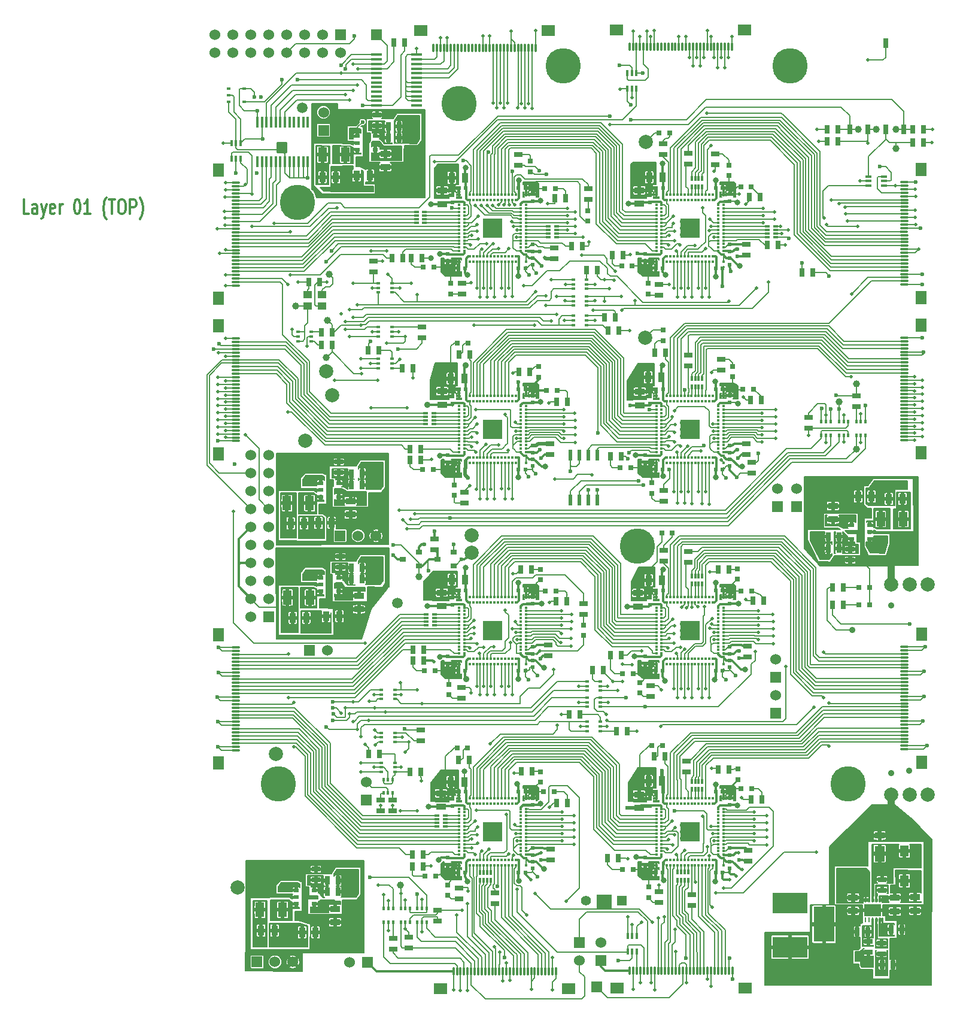
<source format=gtl>
G04 (created by PCBNEW-RS274X (2012-01-19 BZR 3256)-stable) date Tue 25 Sep 2012 19:38:28 BST*
G01*
G70*
G90*
%MOIN*%
G04 Gerber Fmt 3.4, Leading zero omitted, Abs format*
%FSLAX34Y34*%
G04 APERTURE LIST*
%ADD10C,0.009800*%
%ADD11C,0.012000*%
%ADD12R,0.055000X0.055000*%
%ADD13C,0.055000*%
%ADD14R,0.063000X0.063000*%
%ADD15R,0.060000X0.060000*%
%ADD16C,0.060000*%
%ADD17R,0.196900X0.118100*%
%ADD18R,0.118100X0.196900*%
%ADD19C,0.059100*%
%ADD20C,0.078700*%
%ADD21C,0.039400*%
%ADD22R,0.025600X0.011800*%
%ADD23R,0.051200X0.043300*%
%ADD24R,0.074800X0.063000*%
%ADD25O,0.011800X0.049200*%
%ADD26R,0.045000X0.025000*%
%ADD27R,0.030000X0.020000*%
%ADD28R,0.025000X0.045000*%
%ADD29R,0.093700X0.065000*%
%ADD30R,0.009800X0.026600*%
%ADD31R,0.055100X0.086600*%
%ADD32R,0.055100X0.035400*%
%ADD33R,0.015700X0.019700*%
%ADD34R,0.019700X0.015700*%
%ADD35R,0.063000X0.074800*%
%ADD36O,0.049200X0.011800*%
%ADD37R,0.011800X0.063000*%
%ADD38R,0.063000X0.011800*%
%ADD39R,0.025600X0.053100*%
%ADD40R,0.037400X0.025600*%
%ADD41R,0.023600X0.015700*%
%ADD42R,0.047200X0.063000*%
%ADD43R,0.047200X0.078700*%
%ADD44R,0.024400X0.024400*%
%ADD45R,0.055000X0.035000*%
%ADD46R,0.035000X0.055000*%
%ADD47C,0.196900*%
%ADD48R,0.031400X0.031400*%
%ADD49R,0.020000X0.059100*%
%ADD50R,0.011800X0.025600*%
%ADD51R,0.013800X0.033500*%
%ADD52R,0.033500X0.013800*%
%ADD53R,0.110200X0.110200*%
%ADD54R,0.011800X0.011800*%
%ADD55C,0.035400*%
%ADD56C,0.019700*%
%ADD57C,0.031500*%
%ADD58C,0.055100*%
%ADD59C,0.023600*%
%ADD60C,0.005900*%
%ADD61C,0.011800*%
%ADD62C,0.019700*%
%ADD63C,0.039400*%
%ADD64C,0.010000*%
%ADD65C,0.002000*%
G04 APERTURE END LIST*
G54D10*
G54D11*
X05595Y-21220D02*
X05309Y-21220D01*
X05309Y-20420D01*
X06052Y-21220D02*
X06052Y-20801D01*
X06023Y-20725D01*
X05966Y-20686D01*
X05852Y-20686D01*
X05795Y-20725D01*
X06052Y-21182D02*
X05995Y-21220D01*
X05852Y-21220D01*
X05795Y-21182D01*
X05766Y-21106D01*
X05766Y-21029D01*
X05795Y-20953D01*
X05852Y-20915D01*
X05995Y-20915D01*
X06052Y-20877D01*
X06281Y-20686D02*
X06424Y-21220D01*
X06566Y-20686D02*
X06424Y-21220D01*
X06366Y-21410D01*
X06338Y-21448D01*
X06281Y-21486D01*
X07023Y-21182D02*
X06966Y-21220D01*
X06852Y-21220D01*
X06795Y-21182D01*
X06766Y-21106D01*
X06766Y-20801D01*
X06795Y-20725D01*
X06852Y-20686D01*
X06966Y-20686D01*
X07023Y-20725D01*
X07052Y-20801D01*
X07052Y-20877D01*
X06766Y-20953D01*
X07309Y-21220D02*
X07309Y-20686D01*
X07309Y-20839D02*
X07337Y-20763D01*
X07366Y-20725D01*
X07423Y-20686D01*
X07480Y-20686D01*
X08251Y-20420D02*
X08308Y-20420D01*
X08365Y-20458D01*
X08394Y-20496D01*
X08423Y-20572D01*
X08451Y-20725D01*
X08451Y-20915D01*
X08423Y-21067D01*
X08394Y-21144D01*
X08365Y-21182D01*
X08308Y-21220D01*
X08251Y-21220D01*
X08194Y-21182D01*
X08165Y-21144D01*
X08137Y-21067D01*
X08108Y-20915D01*
X08108Y-20725D01*
X08137Y-20572D01*
X08165Y-20496D01*
X08194Y-20458D01*
X08251Y-20420D01*
X09022Y-21220D02*
X08679Y-21220D01*
X08851Y-21220D02*
X08851Y-20420D01*
X08794Y-20534D01*
X08736Y-20610D01*
X08679Y-20648D01*
X09907Y-21525D02*
X09879Y-21486D01*
X09822Y-21372D01*
X09793Y-21296D01*
X09764Y-21182D01*
X09736Y-20991D01*
X09736Y-20839D01*
X09764Y-20648D01*
X09793Y-20534D01*
X09822Y-20458D01*
X09879Y-20344D01*
X09907Y-20306D01*
X10050Y-20420D02*
X10393Y-20420D01*
X10222Y-21220D02*
X10222Y-20420D01*
X10707Y-20420D02*
X10821Y-20420D01*
X10879Y-20458D01*
X10936Y-20534D01*
X10964Y-20686D01*
X10964Y-20953D01*
X10936Y-21106D01*
X10879Y-21182D01*
X10821Y-21220D01*
X10707Y-21220D01*
X10650Y-21182D01*
X10593Y-21106D01*
X10564Y-20953D01*
X10564Y-20686D01*
X10593Y-20534D01*
X10650Y-20458D01*
X10707Y-20420D01*
X11222Y-21220D02*
X11222Y-20420D01*
X11450Y-20420D01*
X11508Y-20458D01*
X11536Y-20496D01*
X11565Y-20572D01*
X11565Y-20686D01*
X11536Y-20763D01*
X11508Y-20801D01*
X11450Y-20839D01*
X11222Y-20839D01*
X11765Y-21525D02*
X11793Y-21486D01*
X11850Y-21372D01*
X11879Y-21296D01*
X11908Y-21182D01*
X11936Y-20991D01*
X11936Y-20839D01*
X11908Y-20648D01*
X11879Y-20534D01*
X11850Y-20458D01*
X11793Y-20344D01*
X11765Y-20306D01*
G54D12*
X38598Y-59459D03*
G54D13*
X37598Y-59459D03*
X36598Y-59459D03*
G54D14*
X24951Y-11250D03*
G54D15*
X22939Y-11242D03*
G54D16*
X22939Y-12242D03*
X21939Y-11242D03*
X21939Y-12242D03*
X20939Y-11242D03*
X20939Y-12242D03*
X19939Y-11242D03*
X19939Y-12242D03*
X18939Y-11242D03*
X18939Y-12242D03*
X17939Y-11242D03*
X17939Y-12242D03*
X16939Y-11242D03*
X16939Y-12242D03*
X15939Y-12242D03*
X15939Y-11242D03*
G54D17*
X47982Y-62041D03*
X47982Y-59581D03*
G54D18*
X49872Y-60762D03*
G54D19*
X20827Y-15315D03*
X26122Y-42894D03*
G54D20*
X30236Y-40069D03*
G54D21*
X22303Y-24567D03*
G54D22*
X27174Y-21122D03*
X27174Y-21319D03*
X27174Y-21516D03*
X27174Y-21713D03*
X27627Y-21713D03*
X27627Y-21516D03*
X27627Y-21319D03*
X27627Y-21122D03*
G54D23*
X21929Y-25699D03*
X21103Y-25699D03*
X21103Y-26349D03*
X21929Y-26349D03*
G54D15*
X18935Y-43630D03*
G54D16*
X17935Y-43630D03*
X18935Y-42630D03*
X17935Y-42630D03*
X18935Y-41630D03*
X17935Y-41630D03*
X18935Y-40630D03*
X17935Y-40630D03*
X18935Y-39630D03*
X17935Y-39630D03*
X18935Y-38630D03*
X17935Y-38630D03*
X18935Y-37630D03*
X17935Y-37630D03*
X18935Y-36630D03*
X17935Y-36630D03*
X18935Y-35630D03*
X17935Y-35630D03*
X18935Y-34630D03*
X17935Y-34630D03*
G54D24*
X45454Y-10964D03*
X38328Y-10964D03*
G54D25*
X39036Y-11928D03*
X39232Y-11928D03*
X39429Y-11928D03*
X39626Y-11928D03*
X39823Y-11928D03*
X40020Y-11928D03*
X40217Y-11928D03*
X40414Y-11928D03*
X40610Y-11928D03*
X40807Y-11928D03*
X41004Y-11928D03*
X41201Y-11928D03*
X41398Y-11928D03*
X41595Y-11928D03*
X41793Y-11929D03*
X41988Y-11928D03*
X42185Y-11928D03*
X42382Y-11928D03*
X42776Y-11928D03*
X43170Y-11928D03*
X43563Y-11928D03*
X43366Y-11928D03*
X42973Y-11928D03*
X42579Y-11928D03*
X43760Y-11928D03*
X43957Y-11928D03*
X44154Y-11928D03*
X44351Y-11928D03*
X44547Y-11928D03*
X44746Y-11928D03*
G54D24*
X34526Y-11022D03*
X27400Y-11022D03*
G54D25*
X28108Y-11986D03*
X28304Y-11986D03*
X28501Y-11986D03*
X28698Y-11986D03*
X28895Y-11986D03*
X29092Y-11986D03*
X29289Y-11986D03*
X29486Y-11986D03*
X29682Y-11986D03*
X29879Y-11986D03*
X30076Y-11986D03*
X30273Y-11986D03*
X30470Y-11986D03*
X30667Y-11986D03*
X30865Y-11987D03*
X31060Y-11986D03*
X31257Y-11986D03*
X31454Y-11986D03*
X31848Y-11986D03*
X32242Y-11986D03*
X32635Y-11986D03*
X32438Y-11986D03*
X32045Y-11986D03*
X31651Y-11986D03*
X32832Y-11986D03*
X33029Y-11986D03*
X33226Y-11986D03*
X33423Y-11986D03*
X33619Y-11986D03*
X33818Y-11986D03*
G54D26*
X34528Y-45812D03*
X34528Y-45212D03*
X34646Y-57170D03*
X34646Y-56570D03*
X45531Y-23528D03*
X45531Y-22928D03*
X45551Y-34610D03*
X45551Y-34010D03*
G54D27*
X20485Y-58877D03*
X20485Y-59627D03*
X21485Y-58877D03*
X20485Y-59252D03*
X21485Y-59627D03*
G54D26*
X21575Y-58293D03*
X21575Y-57693D03*
G54D28*
X22800Y-58327D03*
X22200Y-58327D03*
G54D27*
X21841Y-36213D03*
X21841Y-36963D03*
X22841Y-36213D03*
X21841Y-36588D03*
X22841Y-36963D03*
G54D26*
X22855Y-35616D03*
X22855Y-35016D03*
G54D28*
X24156Y-35663D03*
X23556Y-35663D03*
X24160Y-40923D03*
X23560Y-40923D03*
G54D26*
X22935Y-40889D03*
X22935Y-40289D03*
G54D27*
X21845Y-41473D03*
X21845Y-42223D03*
X22845Y-41473D03*
X21845Y-41848D03*
X22845Y-42223D03*
X23890Y-16891D03*
X23890Y-17641D03*
X24890Y-16891D03*
X23890Y-17266D03*
X24890Y-17641D03*
X52419Y-39303D03*
X52419Y-38553D03*
X51419Y-39303D03*
X52419Y-38928D03*
X51419Y-38553D03*
G54D29*
X52585Y-59971D03*
G54D30*
X52585Y-60522D03*
X52782Y-60522D03*
X52979Y-60522D03*
X52388Y-60522D03*
X52191Y-60522D03*
X52585Y-59420D03*
X52388Y-59420D03*
X52191Y-59420D03*
X52782Y-59420D03*
X52979Y-59420D03*
G54D31*
X52972Y-56831D03*
G54D32*
X52972Y-55827D03*
G54D28*
X50104Y-39853D03*
X50704Y-39853D03*
G54D26*
X51329Y-39887D03*
X51329Y-40487D03*
X52350Y-62318D03*
X52350Y-61718D03*
G54D28*
X52315Y-61172D03*
X51715Y-61172D03*
G54D26*
X53071Y-61806D03*
X53071Y-62406D03*
G54D28*
X53605Y-61054D03*
X54205Y-61054D03*
G54D26*
X24980Y-16307D03*
X24980Y-15707D03*
G54D28*
X26205Y-16341D03*
X25605Y-16341D03*
G54D26*
X34862Y-23725D03*
X34862Y-23125D03*
G54D33*
X27481Y-59882D03*
X27737Y-59882D03*
X27225Y-59882D03*
X27225Y-60630D03*
X27481Y-60630D03*
X27737Y-60630D03*
X26556Y-59882D03*
X26812Y-59882D03*
X26300Y-59882D03*
X26300Y-60630D03*
X26556Y-60630D03*
X26812Y-60630D03*
X25611Y-59882D03*
X25867Y-59882D03*
X25355Y-59882D03*
X25355Y-60630D03*
X25611Y-60630D03*
X25867Y-60630D03*
G54D26*
X45630Y-57249D03*
X45630Y-56649D03*
X45610Y-45891D03*
X45610Y-45291D03*
X34626Y-34610D03*
X34626Y-34010D03*
G54D34*
X35904Y-25137D03*
X35904Y-24881D03*
X35904Y-25393D03*
X36652Y-25393D03*
X36652Y-25137D03*
X36652Y-24881D03*
X25059Y-25335D03*
X25059Y-25079D03*
X25059Y-25591D03*
X25807Y-25591D03*
X25807Y-25335D03*
X25807Y-25079D03*
X35904Y-26063D03*
X35904Y-25807D03*
X35904Y-26319D03*
X36652Y-26319D03*
X36652Y-26063D03*
X36652Y-25807D03*
X25059Y-27776D03*
X25059Y-27520D03*
X25059Y-28032D03*
X25807Y-28032D03*
X25807Y-27776D03*
X25807Y-27520D03*
G54D24*
X28524Y-64351D03*
X35650Y-64351D03*
G54D25*
X34942Y-63387D03*
X34746Y-63387D03*
X34549Y-63387D03*
X34352Y-63387D03*
X34155Y-63387D03*
X33958Y-63387D03*
X33761Y-63387D03*
X33564Y-63387D03*
X33368Y-63387D03*
X33171Y-63387D03*
X32974Y-63387D03*
X32777Y-63387D03*
X32580Y-63387D03*
X32383Y-63387D03*
X32185Y-63386D03*
X31990Y-63387D03*
X31793Y-63387D03*
X31596Y-63387D03*
X31202Y-63387D03*
X30808Y-63387D03*
X30415Y-63387D03*
X30612Y-63387D03*
X31005Y-63387D03*
X31399Y-63387D03*
X30218Y-63387D03*
X30021Y-63387D03*
X29824Y-63387D03*
X29627Y-63387D03*
X29431Y-63387D03*
X29232Y-63387D03*
G54D24*
X38347Y-64312D03*
X45473Y-64312D03*
G54D25*
X44765Y-63348D03*
X44569Y-63348D03*
X44372Y-63348D03*
X44175Y-63348D03*
X43978Y-63348D03*
X43781Y-63348D03*
X43584Y-63348D03*
X43387Y-63348D03*
X43191Y-63348D03*
X42994Y-63348D03*
X42797Y-63348D03*
X42600Y-63348D03*
X42403Y-63348D03*
X42206Y-63348D03*
X42008Y-63347D03*
X41813Y-63348D03*
X41616Y-63348D03*
X41419Y-63348D03*
X41025Y-63348D03*
X40631Y-63348D03*
X40238Y-63348D03*
X40435Y-63348D03*
X40828Y-63348D03*
X41222Y-63348D03*
X40041Y-63348D03*
X39844Y-63348D03*
X39647Y-63348D03*
X39450Y-63348D03*
X39254Y-63348D03*
X39055Y-63348D03*
G54D35*
X55294Y-25865D03*
X55294Y-18739D03*
G54D36*
X54330Y-19447D03*
X54330Y-19643D03*
X54330Y-19840D03*
X54330Y-20037D03*
X54330Y-20234D03*
X54330Y-20431D03*
X54330Y-20628D03*
X54330Y-20825D03*
X54330Y-21021D03*
X54330Y-21218D03*
X54330Y-21415D03*
X54330Y-21612D03*
X54330Y-21809D03*
X54330Y-22006D03*
X54329Y-22204D03*
X54330Y-22399D03*
X54330Y-22596D03*
X54330Y-22793D03*
X54330Y-23187D03*
X54330Y-23581D03*
X54330Y-23974D03*
X54330Y-23777D03*
X54330Y-23384D03*
X54330Y-22990D03*
X54330Y-24171D03*
X54330Y-24368D03*
X54330Y-24565D03*
X54330Y-24762D03*
X54330Y-24958D03*
X54330Y-25157D03*
G54D35*
X55296Y-34527D03*
X55296Y-27401D03*
G54D36*
X54332Y-28109D03*
X54332Y-28305D03*
X54332Y-28502D03*
X54332Y-28699D03*
X54332Y-28896D03*
X54332Y-29093D03*
X54332Y-29290D03*
X54332Y-29487D03*
X54332Y-29683D03*
X54332Y-29880D03*
X54332Y-30077D03*
X54332Y-30274D03*
X54332Y-30471D03*
X54332Y-30668D03*
X54331Y-30866D03*
X54332Y-31061D03*
X54332Y-31258D03*
X54332Y-31455D03*
X54332Y-31849D03*
X54332Y-32243D03*
X54332Y-32636D03*
X54332Y-32439D03*
X54332Y-32046D03*
X54332Y-31652D03*
X54332Y-32833D03*
X54332Y-33030D03*
X54332Y-33227D03*
X54332Y-33424D03*
X54332Y-33620D03*
X54332Y-33819D03*
G54D35*
X55316Y-51732D03*
X55316Y-44606D03*
G54D36*
X54352Y-45314D03*
X54352Y-45510D03*
X54352Y-45707D03*
X54352Y-45904D03*
X54352Y-46101D03*
X54352Y-46298D03*
X54352Y-46495D03*
X54352Y-46692D03*
X54352Y-46888D03*
X54352Y-47085D03*
X54352Y-47282D03*
X54352Y-47479D03*
X54352Y-47676D03*
X54352Y-47873D03*
X54351Y-48071D03*
X54352Y-48266D03*
X54352Y-48463D03*
X54352Y-48660D03*
X54352Y-49054D03*
X54352Y-49448D03*
X54352Y-49841D03*
X54352Y-49644D03*
X54352Y-49251D03*
X54352Y-48857D03*
X54352Y-50038D03*
X54352Y-50235D03*
X54352Y-50432D03*
X54352Y-50629D03*
X54352Y-50825D03*
X54352Y-51024D03*
G54D35*
X16161Y-44646D03*
X16161Y-51772D03*
G54D36*
X17125Y-51064D03*
X17125Y-50868D03*
X17125Y-50671D03*
X17125Y-50474D03*
X17125Y-50277D03*
X17125Y-50080D03*
X17125Y-49883D03*
X17125Y-49686D03*
X17125Y-49490D03*
X17125Y-49293D03*
X17125Y-49096D03*
X17125Y-48899D03*
X17125Y-48702D03*
X17125Y-48505D03*
X17126Y-48307D03*
X17125Y-48112D03*
X17125Y-47915D03*
X17125Y-47718D03*
X17125Y-47324D03*
X17125Y-46930D03*
X17125Y-46537D03*
X17125Y-46734D03*
X17125Y-47127D03*
X17125Y-47521D03*
X17125Y-46340D03*
X17125Y-46143D03*
X17125Y-45946D03*
X17125Y-45749D03*
X17125Y-45553D03*
X17125Y-45354D03*
G54D35*
X16161Y-27441D03*
X16161Y-34567D03*
G54D36*
X17125Y-33859D03*
X17125Y-33663D03*
X17125Y-33466D03*
X17125Y-33269D03*
X17125Y-33072D03*
X17125Y-32875D03*
X17125Y-32678D03*
X17125Y-32481D03*
X17125Y-32285D03*
X17125Y-32088D03*
X17125Y-31891D03*
X17125Y-31694D03*
X17125Y-31497D03*
X17125Y-31300D03*
X17126Y-31102D03*
X17125Y-30907D03*
X17125Y-30710D03*
X17125Y-30513D03*
X17125Y-30119D03*
X17125Y-29725D03*
X17125Y-29332D03*
X17125Y-29529D03*
X17125Y-29922D03*
X17125Y-30316D03*
X17125Y-29135D03*
X17125Y-28938D03*
X17125Y-28741D03*
X17125Y-28544D03*
X17125Y-28348D03*
X17125Y-28149D03*
G54D35*
X16160Y-18780D03*
X16160Y-25906D03*
G54D36*
X17124Y-25198D03*
X17124Y-25002D03*
X17124Y-24805D03*
X17124Y-24608D03*
X17124Y-24411D03*
X17124Y-24214D03*
X17124Y-24017D03*
X17124Y-23820D03*
X17124Y-23624D03*
X17124Y-23427D03*
X17124Y-23230D03*
X17124Y-23033D03*
X17124Y-22836D03*
X17124Y-22639D03*
X17125Y-22441D03*
X17124Y-22246D03*
X17124Y-22049D03*
X17124Y-21852D03*
X17124Y-21458D03*
X17124Y-21064D03*
X17124Y-20671D03*
X17124Y-20868D03*
X17124Y-21261D03*
X17124Y-21655D03*
X17124Y-20474D03*
X17124Y-20277D03*
X17124Y-20080D03*
X17124Y-19883D03*
X17124Y-19687D03*
X17124Y-19488D03*
G54D37*
X20610Y-18307D03*
X20866Y-18307D03*
X21122Y-18307D03*
X20354Y-18307D03*
X20098Y-18307D03*
X19842Y-18307D03*
X18307Y-18307D03*
X18563Y-18307D03*
X18819Y-18307D03*
X19587Y-18307D03*
X19331Y-18307D03*
X19075Y-18307D03*
X19075Y-16103D03*
X19331Y-16103D03*
X19587Y-16103D03*
X18819Y-16103D03*
X18563Y-16103D03*
X18307Y-16103D03*
X19842Y-16103D03*
X20098Y-16103D03*
X20354Y-16103D03*
X21122Y-16103D03*
X20866Y-16103D03*
X20610Y-16103D03*
G54D38*
X27165Y-12874D03*
X27165Y-12618D03*
X27165Y-12362D03*
X27165Y-13130D03*
X27165Y-13386D03*
X27165Y-13642D03*
X27165Y-15177D03*
X27165Y-14921D03*
X27165Y-14665D03*
X27165Y-13897D03*
X27165Y-14153D03*
X27165Y-14409D03*
X24961Y-14409D03*
X24961Y-14153D03*
X24961Y-13897D03*
X24961Y-14665D03*
X24961Y-14921D03*
X24961Y-15177D03*
X24961Y-13642D03*
X24961Y-13386D03*
X24961Y-13130D03*
X24961Y-12362D03*
X24961Y-12618D03*
X24961Y-12874D03*
G54D39*
X53306Y-16516D03*
X54310Y-16516D03*
X52302Y-16516D03*
X51298Y-16516D03*
X53307Y-11713D03*
G54D40*
X29252Y-40806D03*
X29252Y-40058D03*
X28346Y-40432D03*
X27323Y-40806D03*
X27323Y-40058D03*
X26417Y-40432D03*
G54D26*
X28169Y-39306D03*
X28169Y-39906D03*
X26752Y-61472D03*
X26752Y-62072D03*
G54D34*
X35905Y-27145D03*
X35905Y-26889D03*
X35905Y-27401D03*
X36653Y-27401D03*
X36653Y-27145D03*
X36653Y-26889D03*
G54D41*
X16713Y-14606D03*
X16713Y-14232D03*
X16713Y-14980D03*
X17579Y-14980D03*
X17579Y-14232D03*
G54D26*
X24764Y-24454D03*
X24764Y-23854D03*
G54D28*
X54818Y-16516D03*
X55418Y-16516D03*
X54818Y-17244D03*
X55418Y-17244D03*
X50635Y-17185D03*
X50035Y-17185D03*
X50635Y-16516D03*
X50035Y-16516D03*
G54D34*
X36673Y-47500D03*
X36673Y-47244D03*
X36673Y-47756D03*
X37421Y-47756D03*
X37421Y-47500D03*
X37421Y-47244D03*
X36673Y-48406D03*
X36673Y-48150D03*
X36673Y-48662D03*
X37421Y-48662D03*
X37421Y-48406D03*
X37421Y-48150D03*
X25217Y-47972D03*
X25217Y-47716D03*
X25217Y-48228D03*
X25965Y-48228D03*
X25965Y-47972D03*
X25965Y-47716D03*
X25217Y-50354D03*
X25217Y-50098D03*
X25217Y-50610D03*
X25965Y-50610D03*
X25965Y-50354D03*
X25965Y-50098D03*
G54D33*
X50965Y-33543D03*
X50709Y-33543D03*
X51221Y-33543D03*
X51221Y-32795D03*
X50965Y-32795D03*
X50709Y-32795D03*
X51929Y-33543D03*
X51673Y-33543D03*
X52185Y-33543D03*
X52185Y-32795D03*
X51929Y-32795D03*
X51673Y-32795D03*
G54D34*
X20581Y-28051D03*
X20581Y-27795D03*
X20581Y-28307D03*
X21329Y-28307D03*
X21329Y-28051D03*
X21329Y-27795D03*
X36673Y-49744D03*
X36673Y-49488D03*
X36673Y-50000D03*
X37421Y-50000D03*
X37421Y-49744D03*
X37421Y-49488D03*
X25217Y-52028D03*
X25217Y-51772D03*
X25217Y-52284D03*
X25965Y-52284D03*
X25965Y-52028D03*
X25965Y-51772D03*
G54D33*
X49980Y-33543D03*
X49724Y-33543D03*
X50236Y-33543D03*
X50236Y-32795D03*
X49980Y-32795D03*
X49724Y-32795D03*
G54D42*
X54350Y-56671D03*
X54350Y-58345D03*
G54D43*
X54291Y-38205D03*
X53031Y-38205D03*
X18457Y-59960D03*
X19717Y-59960D03*
X19990Y-42578D03*
X21250Y-42578D03*
X19957Y-37322D03*
X21217Y-37322D03*
X21941Y-17925D03*
X23201Y-17925D03*
G54D26*
X53110Y-58863D03*
X53110Y-58263D03*
G54D28*
X21767Y-25010D03*
X21167Y-25010D03*
X26206Y-16969D03*
X25606Y-16969D03*
X53106Y-63012D03*
X53706Y-63012D03*
X50113Y-39173D03*
X50713Y-39173D03*
X24158Y-41555D03*
X23558Y-41555D03*
X24158Y-36299D03*
X23558Y-36299D03*
X22800Y-58957D03*
X22200Y-58957D03*
X37249Y-24331D03*
X36649Y-24331D03*
G54D26*
X27421Y-49936D03*
X27421Y-50536D03*
X27480Y-28115D03*
X27480Y-27515D03*
G54D28*
X37583Y-46614D03*
X36983Y-46614D03*
G54D26*
X42224Y-51669D03*
X42224Y-52269D03*
X42303Y-40015D03*
X42303Y-40615D03*
X42500Y-59129D03*
X42500Y-59729D03*
X25866Y-62150D03*
X25866Y-61550D03*
X51673Y-31354D03*
X51673Y-31954D03*
X31535Y-59011D03*
X31535Y-59611D03*
G54D28*
X24503Y-51280D03*
X25103Y-51280D03*
X27426Y-52283D03*
X26826Y-52283D03*
X38922Y-50000D03*
X38322Y-50000D03*
X35684Y-49075D03*
X36284Y-49075D03*
X27564Y-45472D03*
X26964Y-45472D03*
X27544Y-56870D03*
X26944Y-56870D03*
X38450Y-27697D03*
X37850Y-27697D03*
X38233Y-26969D03*
X37633Y-26969D03*
X26973Y-29803D03*
X26373Y-29803D03*
X24464Y-28799D03*
X25064Y-28799D03*
X36402Y-23012D03*
X35802Y-23012D03*
X27426Y-34311D03*
X26826Y-34311D03*
G54D26*
X42303Y-17830D03*
X42303Y-18430D03*
X42303Y-29070D03*
X42303Y-29670D03*
G54D28*
X47308Y-22953D03*
X46708Y-22953D03*
X48657Y-24488D03*
X49257Y-24488D03*
X26422Y-23681D03*
X25822Y-23681D03*
X38686Y-23524D03*
X38086Y-23524D03*
G54D26*
X40669Y-25153D03*
X40669Y-25753D03*
X43819Y-18469D03*
X43819Y-17869D03*
G54D28*
X45724Y-20295D03*
X46324Y-20295D03*
X38568Y-34724D03*
X37968Y-34724D03*
G54D26*
X40945Y-36629D03*
X40945Y-37229D03*
X44154Y-29926D03*
X44154Y-29326D03*
G54D28*
X45783Y-31575D03*
X46383Y-31575D03*
X27564Y-46083D03*
X26964Y-46083D03*
G54D26*
X29685Y-47574D03*
X29685Y-48174D03*
G54D28*
X32987Y-41004D03*
X33587Y-41004D03*
X34956Y-42776D03*
X35556Y-42776D03*
X27544Y-57539D03*
X26944Y-57539D03*
G54D26*
X29547Y-58735D03*
X29547Y-59335D03*
G54D28*
X33007Y-52244D03*
X33607Y-52244D03*
X34995Y-53996D03*
X35595Y-53996D03*
X38587Y-45768D03*
X37987Y-45768D03*
G54D26*
X40217Y-47495D03*
X40217Y-48095D03*
G54D28*
X43972Y-41024D03*
X44572Y-41024D03*
X45920Y-42756D03*
X46520Y-42756D03*
X38410Y-57087D03*
X37810Y-57087D03*
G54D26*
X40689Y-58932D03*
X40689Y-59532D03*
G54D28*
X43972Y-52146D03*
X44572Y-52146D03*
X45822Y-53799D03*
X46422Y-53799D03*
X27485Y-23681D03*
X26885Y-23681D03*
G54D26*
X29705Y-25074D03*
X29705Y-25674D03*
X32854Y-18509D03*
X32854Y-17909D03*
G54D28*
X34877Y-20354D03*
X35477Y-20354D03*
X27426Y-34902D03*
X26826Y-34902D03*
G54D26*
X29843Y-36728D03*
X29843Y-37328D03*
G54D28*
X32889Y-30000D03*
X33489Y-30000D03*
X34976Y-31673D03*
X35576Y-31673D03*
G54D44*
X33642Y-22921D03*
X33642Y-23299D03*
X29193Y-20563D03*
X29193Y-20185D03*
X28917Y-23453D03*
X28917Y-23831D03*
X33642Y-20504D03*
X33642Y-20126D03*
X33642Y-23669D03*
X33642Y-24047D03*
X29913Y-19783D03*
X29535Y-19783D03*
X32862Y-24232D03*
X33240Y-24232D03*
X29894Y-24232D03*
X29516Y-24232D03*
X32862Y-19783D03*
X33240Y-19783D03*
X43846Y-30984D03*
X44224Y-30984D03*
X40878Y-35433D03*
X40500Y-35433D03*
X43846Y-35433D03*
X44224Y-35433D03*
X40898Y-30984D03*
X40520Y-30984D03*
X44626Y-34870D03*
X44626Y-35248D03*
X44626Y-31705D03*
X44626Y-31327D03*
X39902Y-34654D03*
X39902Y-35032D03*
X40177Y-31764D03*
X40177Y-31386D03*
X44626Y-34122D03*
X44626Y-34500D03*
X44626Y-22921D03*
X44626Y-23299D03*
X40177Y-20563D03*
X40177Y-20185D03*
X39902Y-23453D03*
X39902Y-23831D03*
X44626Y-20504D03*
X44626Y-20126D03*
X44626Y-23669D03*
X44626Y-24047D03*
X40898Y-19783D03*
X40520Y-19783D03*
X43846Y-24232D03*
X44224Y-24232D03*
X40878Y-24232D03*
X40500Y-24232D03*
X43846Y-19783D03*
X44224Y-19783D03*
X32862Y-30984D03*
X33240Y-30984D03*
X29894Y-35433D03*
X29516Y-35433D03*
X32862Y-35433D03*
X33240Y-35433D03*
X29913Y-30984D03*
X29535Y-30984D03*
X33642Y-34870D03*
X33642Y-35248D03*
X33642Y-31705D03*
X33642Y-31327D03*
X28917Y-34654D03*
X28917Y-35032D03*
X29193Y-31764D03*
X29193Y-31386D03*
X33642Y-34122D03*
X33642Y-34500D03*
X33642Y-56524D03*
X33642Y-56902D03*
X29193Y-54165D03*
X29193Y-53787D03*
X28917Y-57055D03*
X28917Y-57433D03*
X33642Y-54106D03*
X33642Y-53728D03*
X33642Y-57272D03*
X33642Y-57650D03*
X29913Y-53386D03*
X29535Y-53386D03*
X32862Y-57894D03*
X33240Y-57894D03*
X29894Y-57894D03*
X29516Y-57894D03*
X32862Y-53386D03*
X33240Y-53386D03*
X43846Y-53386D03*
X44224Y-53386D03*
X40878Y-57894D03*
X40500Y-57894D03*
X43846Y-57894D03*
X44224Y-57894D03*
X40898Y-53386D03*
X40520Y-53386D03*
X44626Y-57272D03*
X44626Y-57650D03*
X44626Y-54106D03*
X44626Y-53728D03*
X39902Y-57055D03*
X39902Y-57433D03*
X40177Y-54165D03*
X40177Y-53787D03*
X44626Y-56524D03*
X44626Y-56902D03*
X44626Y-45323D03*
X44626Y-45701D03*
X40177Y-42965D03*
X40177Y-42587D03*
X39902Y-45854D03*
X39902Y-46232D03*
X44626Y-42906D03*
X44626Y-42528D03*
X44626Y-46071D03*
X44626Y-46449D03*
X40898Y-42185D03*
X40520Y-42185D03*
X43846Y-46634D03*
X44224Y-46634D03*
X40878Y-46634D03*
X40500Y-46634D03*
X43846Y-42185D03*
X44224Y-42185D03*
X32862Y-42185D03*
X33240Y-42185D03*
X29894Y-46634D03*
X29516Y-46634D03*
X32862Y-46634D03*
X33240Y-46634D03*
X29913Y-42185D03*
X29535Y-42185D03*
X33642Y-46071D03*
X33642Y-46449D03*
X33642Y-42906D03*
X33642Y-42528D03*
X28917Y-45854D03*
X28917Y-46232D03*
X29193Y-42965D03*
X29193Y-42587D03*
X33642Y-45323D03*
X33642Y-45701D03*
G54D45*
X28622Y-20670D03*
X28622Y-19920D03*
G54D46*
X29883Y-19213D03*
X29133Y-19213D03*
G54D45*
X28602Y-31832D03*
X28602Y-31082D03*
G54D46*
X29844Y-30394D03*
X29094Y-30394D03*
X23838Y-19094D03*
X24588Y-19094D03*
G54D45*
X39587Y-20651D03*
X39587Y-19901D03*
G54D46*
X40887Y-19193D03*
X40137Y-19193D03*
G54D45*
X39626Y-31871D03*
X39626Y-31121D03*
G54D46*
X40828Y-30315D03*
X40078Y-30315D03*
X21712Y-38425D03*
X22462Y-38425D03*
G54D45*
X23504Y-37204D03*
X23504Y-37954D03*
X28583Y-43052D03*
X28583Y-42302D03*
G54D46*
X29883Y-41594D03*
X29133Y-41594D03*
G54D45*
X28543Y-54214D03*
X28543Y-53464D03*
G54D46*
X29844Y-52835D03*
X29094Y-52835D03*
X22145Y-43622D03*
X22895Y-43622D03*
G54D45*
X23976Y-42479D03*
X23976Y-43229D03*
X39528Y-43072D03*
X39528Y-42322D03*
G54D46*
X40847Y-41614D03*
X40097Y-41614D03*
G54D45*
X39567Y-54292D03*
X39567Y-53542D03*
G54D46*
X40847Y-52795D03*
X40097Y-52795D03*
X20806Y-61220D03*
X21556Y-61220D03*
G54D45*
X22638Y-59901D03*
X22638Y-60651D03*
X50374Y-38229D03*
X50374Y-37479D03*
X25433Y-17873D03*
X25433Y-18623D03*
X54941Y-59251D03*
X54941Y-60001D03*
X53819Y-59290D03*
X53819Y-60040D03*
X51496Y-59271D03*
X51496Y-60021D03*
G54D21*
X26289Y-58593D03*
X27323Y-41427D03*
X53868Y-16516D03*
X53868Y-17579D03*
X52795Y-16496D03*
X51791Y-16496D03*
X22224Y-27136D03*
X51663Y-34311D03*
X51663Y-30679D03*
X50709Y-31673D03*
G54D26*
X49006Y-32544D03*
X49006Y-33144D03*
X28346Y-60566D03*
X28346Y-59966D03*
G54D28*
X22465Y-27815D03*
X21865Y-27815D03*
X21865Y-28514D03*
X22465Y-28514D03*
G54D21*
X22146Y-29203D03*
G54D47*
X19469Y-52953D03*
X51220Y-52953D03*
X39469Y-39715D03*
X20543Y-20567D03*
X47972Y-12992D03*
G54D21*
X20443Y-26348D03*
G54D48*
X33524Y-18289D03*
X33524Y-18879D03*
X35000Y-31043D03*
X34410Y-31043D03*
X33976Y-29724D03*
X33976Y-30314D03*
X34901Y-19824D03*
X34311Y-19824D03*
X27540Y-24194D03*
X28130Y-24194D03*
X29094Y-25670D03*
X29094Y-25080D03*
X45826Y-19705D03*
X45236Y-19705D03*
X44587Y-18505D03*
X44587Y-19095D03*
X38603Y-24115D03*
X39193Y-24115D03*
X40079Y-25670D03*
X40079Y-25080D03*
X27520Y-35452D03*
X28110Y-35452D03*
X29272Y-36889D03*
X29272Y-36299D03*
X45945Y-30984D03*
X45355Y-30984D03*
X44783Y-29704D03*
X44783Y-30294D03*
X38524Y-35334D03*
X39114Y-35334D03*
X40295Y-36771D03*
X40295Y-36181D03*
X28996Y-47992D03*
X28996Y-47402D03*
X27618Y-46653D03*
X28208Y-46653D03*
X34094Y-41004D03*
X34094Y-41594D03*
X34941Y-42204D03*
X34351Y-42204D03*
X39606Y-47893D03*
X39606Y-47303D03*
X38642Y-46811D03*
X39232Y-46811D03*
X45039Y-40965D03*
X45039Y-41555D03*
X45846Y-42205D03*
X45256Y-42205D03*
X45846Y-53209D03*
X45256Y-53209D03*
X45089Y-52107D03*
X45089Y-52697D03*
X38642Y-57716D03*
X39232Y-57716D03*
X40098Y-59271D03*
X40098Y-58681D03*
X34842Y-53386D03*
X34252Y-53386D03*
X34075Y-52264D03*
X34075Y-52854D03*
X28898Y-59153D03*
X28898Y-58563D03*
X27658Y-58091D03*
X28248Y-58091D03*
G54D46*
X52521Y-36959D03*
X51771Y-36959D03*
G54D49*
X35750Y-34650D03*
X36250Y-34650D03*
X36750Y-34650D03*
X37250Y-34650D03*
X37250Y-37150D03*
X36750Y-37150D03*
X36250Y-37150D03*
X35750Y-37150D03*
G54D50*
X42500Y-19706D03*
X42697Y-19706D03*
X42894Y-19706D03*
X43091Y-19706D03*
X43091Y-19253D03*
X42894Y-19253D03*
X42697Y-19253D03*
X42500Y-19253D03*
G54D22*
X28132Y-32913D03*
X28132Y-32716D03*
X28132Y-32519D03*
X28132Y-32322D03*
X27679Y-32322D03*
X27679Y-32519D03*
X27679Y-32716D03*
X27679Y-32913D03*
G54D50*
X42500Y-30838D03*
X42697Y-30838D03*
X42894Y-30838D03*
X43091Y-30838D03*
X43091Y-30385D03*
X42894Y-30385D03*
X42697Y-30385D03*
X42500Y-30385D03*
G54D22*
X34972Y-22500D03*
X34972Y-22303D03*
X34972Y-22106D03*
X34972Y-21909D03*
X34519Y-21909D03*
X34519Y-22106D03*
X34519Y-22303D03*
X34519Y-22500D03*
X46721Y-21910D03*
X46721Y-22107D03*
X46721Y-22304D03*
X46721Y-22501D03*
X47174Y-22501D03*
X47174Y-22304D03*
X47174Y-22107D03*
X47174Y-21910D03*
X28181Y-44114D03*
X28181Y-43917D03*
X28181Y-43720D03*
X28181Y-43523D03*
X27728Y-43523D03*
X27728Y-43720D03*
X27728Y-43917D03*
X27728Y-44114D03*
G54D50*
X42500Y-41822D03*
X42697Y-41822D03*
X42894Y-41822D03*
X43091Y-41822D03*
X43091Y-41369D03*
X42894Y-41369D03*
X42697Y-41369D03*
X42500Y-41369D03*
X42500Y-53259D03*
X42697Y-53259D03*
X42894Y-53259D03*
X43091Y-53259D03*
X43091Y-52806D03*
X42894Y-52806D03*
X42697Y-52806D03*
X42500Y-52806D03*
X41713Y-58299D03*
X41910Y-58299D03*
X42107Y-58299D03*
X42304Y-58299D03*
X42304Y-57846D03*
X42107Y-57846D03*
X41910Y-57846D03*
X41713Y-57846D03*
X30729Y-58319D03*
X30926Y-58319D03*
X31123Y-58319D03*
X31320Y-58319D03*
X31320Y-57866D03*
X31123Y-57866D03*
X30926Y-57866D03*
X30729Y-57866D03*
G54D22*
X28771Y-55315D03*
X28771Y-55118D03*
X28771Y-54921D03*
X28771Y-54724D03*
X28318Y-54724D03*
X28318Y-54921D03*
X28318Y-55118D03*
X28318Y-55315D03*
G54D48*
X51821Y-42963D03*
X52411Y-42963D03*
X51811Y-41998D03*
X52401Y-41998D03*
G54D47*
X35345Y-12992D03*
G54D46*
X54241Y-37087D03*
X53491Y-37087D03*
X21034Y-43701D03*
X20284Y-43701D03*
X19265Y-61114D03*
X18515Y-61114D03*
X21936Y-19185D03*
X22686Y-19185D03*
X20914Y-38445D03*
X20164Y-38445D03*
G54D26*
X45846Y-35054D03*
X45846Y-35654D03*
G54D15*
X48337Y-37528D03*
G54D16*
X48337Y-36528D03*
G54D15*
X18291Y-62854D03*
G54D16*
X19291Y-62854D03*
X20291Y-62854D03*
G54D15*
X22917Y-39134D03*
G54D16*
X23917Y-39134D03*
X24917Y-39134D03*
G54D15*
X21222Y-45522D03*
G54D16*
X22222Y-45522D03*
G54D15*
X21998Y-16563D03*
G54D16*
X21998Y-15563D03*
G54D15*
X47165Y-47008D03*
G54D16*
X47165Y-46008D03*
G54D15*
X47169Y-49008D03*
G54D16*
X47169Y-48008D03*
G54D20*
X30246Y-39104D03*
X22156Y-29990D03*
X22470Y-31329D03*
X39931Y-17205D03*
X39911Y-28110D03*
X20974Y-33858D03*
X17200Y-58700D03*
X19350Y-51289D03*
G54D28*
X50340Y-42963D03*
X50940Y-42963D03*
X50350Y-41998D03*
X50950Y-41998D03*
G54D20*
X54630Y-41854D03*
X55630Y-41850D03*
X53622Y-41850D03*
X53622Y-53543D03*
X54634Y-53543D03*
X55630Y-53543D03*
G54D51*
X39193Y-62264D03*
X39449Y-62264D03*
X38937Y-62264D03*
X39193Y-61398D03*
X38937Y-61398D03*
X39449Y-61398D03*
G54D52*
X53228Y-19390D03*
X53228Y-19134D03*
X53228Y-19646D03*
X52362Y-19390D03*
X52362Y-19646D03*
X52362Y-19134D03*
G54D51*
X39173Y-13386D03*
X38917Y-13386D03*
X39429Y-13386D03*
X39173Y-14252D03*
X39429Y-14252D03*
X38917Y-14252D03*
X17126Y-18150D03*
X17382Y-18150D03*
X16870Y-18150D03*
X17126Y-17284D03*
X16870Y-17284D03*
X17382Y-17284D03*
G54D34*
X25059Y-29547D03*
X25059Y-29291D03*
X25059Y-29803D03*
X25807Y-29803D03*
X25807Y-29547D03*
X25807Y-29291D03*
G54D47*
X29547Y-15089D03*
G54D48*
X40886Y-50797D03*
X40296Y-50797D03*
G54D28*
X40999Y-51427D03*
X40399Y-51427D03*
G54D48*
X30029Y-50935D03*
X29439Y-50935D03*
X36476Y-44105D03*
X36476Y-44695D03*
X41427Y-38986D03*
X40837Y-38986D03*
X30049Y-28396D03*
X29459Y-28396D03*
X36722Y-21034D03*
X36722Y-21624D03*
X41279Y-16703D03*
X40689Y-16703D03*
X40906Y-28267D03*
X40906Y-27677D03*
G54D28*
X30123Y-51624D03*
X29523Y-51624D03*
G54D26*
X36476Y-42909D03*
X36476Y-43509D03*
X40955Y-40546D03*
X40955Y-39946D03*
G54D28*
X30143Y-29055D03*
X29543Y-29055D03*
G54D26*
X36732Y-19818D03*
X36732Y-20418D03*
X40906Y-17908D03*
X40906Y-17308D03*
G54D28*
X41038Y-28957D03*
X40438Y-28957D03*
G54D26*
X25839Y-54450D03*
X25839Y-53850D03*
X25181Y-54446D03*
X25181Y-53846D03*
G54D33*
X25587Y-52709D03*
X25843Y-52709D03*
X25331Y-52709D03*
X25331Y-53457D03*
X25587Y-53457D03*
X25843Y-53457D03*
G54D15*
X36252Y-61783D03*
G54D16*
X36252Y-62783D03*
G54D15*
X24437Y-62874D03*
G54D16*
X23437Y-62874D03*
G54D15*
X37449Y-62783D03*
G54D16*
X37449Y-61783D03*
G54D15*
X24380Y-53846D03*
G54D16*
X24380Y-52846D03*
G54D15*
X37197Y-64244D03*
G54D53*
X31418Y-22009D03*
G54D54*
X33288Y-23879D03*
X29548Y-23879D03*
X33288Y-20139D03*
X29548Y-20139D03*
X29942Y-20139D03*
X30139Y-20139D03*
X30336Y-20139D03*
X30533Y-20139D03*
X30729Y-20139D03*
X30926Y-20139D03*
X31123Y-20139D03*
X31320Y-20139D03*
X31507Y-20139D03*
X31714Y-20139D03*
X31911Y-20139D03*
X32108Y-20139D03*
X32304Y-20139D03*
X32501Y-20139D03*
X32698Y-20139D03*
X32894Y-20139D03*
X30138Y-20434D03*
X30335Y-20434D03*
X30532Y-20434D03*
X30729Y-20434D03*
X30926Y-20434D03*
X31123Y-20434D03*
X31320Y-20434D03*
X31516Y-20434D03*
X31713Y-20434D03*
X31910Y-20434D03*
X32107Y-20434D03*
X32304Y-20434D03*
X32501Y-20434D03*
X32698Y-20434D03*
X29548Y-20533D03*
X29548Y-20729D03*
X29548Y-20926D03*
X29548Y-21123D03*
X29548Y-21320D03*
X29548Y-21517D03*
X29548Y-21911D03*
X29548Y-22108D03*
X29548Y-22304D03*
X29548Y-22501D03*
X29548Y-22894D03*
X29548Y-23091D03*
X29548Y-23288D03*
X29548Y-23485D03*
X29548Y-21714D03*
X29548Y-22698D03*
X29843Y-20729D03*
X29843Y-20926D03*
X29843Y-21123D03*
X29843Y-21320D03*
X29843Y-21517D03*
X29843Y-21714D03*
X29843Y-21911D03*
X29843Y-22107D03*
X29843Y-22304D03*
X29843Y-22501D03*
X29843Y-22698D03*
X29843Y-22895D03*
X29843Y-23092D03*
X29843Y-23289D03*
X29942Y-23879D03*
X30138Y-23879D03*
X30335Y-23879D03*
X30532Y-23879D03*
X30729Y-23879D03*
X30926Y-23879D03*
X31123Y-23879D03*
X31320Y-23879D03*
X31516Y-23879D03*
X31713Y-23879D03*
X31910Y-23879D03*
X32107Y-23879D03*
X32304Y-23879D03*
X32501Y-23879D03*
X32698Y-23879D03*
X32894Y-23879D03*
X30138Y-23584D03*
X30335Y-23584D03*
X30532Y-23584D03*
X30729Y-23584D03*
X30926Y-23584D03*
X31123Y-23584D03*
X31320Y-23584D03*
X31516Y-23584D03*
X31713Y-23584D03*
X31910Y-23584D03*
X32107Y-23584D03*
X32304Y-23584D03*
X32501Y-23584D03*
X32698Y-23584D03*
X33288Y-23485D03*
X33288Y-23289D03*
X33288Y-23092D03*
X33288Y-22895D03*
X33288Y-22698D03*
X33288Y-22501D03*
X33288Y-22304D03*
X33288Y-22107D03*
X33288Y-21911D03*
X33288Y-21714D03*
X33288Y-21517D03*
X33288Y-21123D03*
X33288Y-21320D03*
X33288Y-20926D03*
X33288Y-20729D03*
X33288Y-20533D03*
X32993Y-23289D03*
X32993Y-23092D03*
X32993Y-22895D03*
X32993Y-22698D03*
X32993Y-22501D03*
X32993Y-22304D03*
X32993Y-22107D03*
X32993Y-21911D03*
X32993Y-21714D03*
X32993Y-21517D03*
X32993Y-21320D03*
X32993Y-21123D03*
X32993Y-20926D03*
X32993Y-20729D03*
G54D53*
X42402Y-22007D03*
G54D54*
X44272Y-23877D03*
X40532Y-23877D03*
X44272Y-20137D03*
X40532Y-20137D03*
X40926Y-20137D03*
X41123Y-20137D03*
X41320Y-20137D03*
X41517Y-20137D03*
X41713Y-20137D03*
X41910Y-20137D03*
X42107Y-20137D03*
X42304Y-20137D03*
X42491Y-20137D03*
X42698Y-20137D03*
X42895Y-20137D03*
X43092Y-20137D03*
X43288Y-20137D03*
X43485Y-20137D03*
X43682Y-20137D03*
X43878Y-20137D03*
X41122Y-20432D03*
X41319Y-20432D03*
X41516Y-20432D03*
X41713Y-20432D03*
X41910Y-20432D03*
X42107Y-20432D03*
X42304Y-20432D03*
X42500Y-20432D03*
X42697Y-20432D03*
X42894Y-20432D03*
X43091Y-20432D03*
X43288Y-20432D03*
X43485Y-20432D03*
X43682Y-20432D03*
X40532Y-20531D03*
X40532Y-20727D03*
X40532Y-20924D03*
X40532Y-21121D03*
X40532Y-21318D03*
X40532Y-21515D03*
X40532Y-21909D03*
X40532Y-22106D03*
X40532Y-22302D03*
X40532Y-22499D03*
X40532Y-22892D03*
X40532Y-23089D03*
X40532Y-23286D03*
X40532Y-23483D03*
X40532Y-21712D03*
X40532Y-22696D03*
X40827Y-20727D03*
X40827Y-20924D03*
X40827Y-21121D03*
X40827Y-21318D03*
X40827Y-21515D03*
X40827Y-21712D03*
X40827Y-21909D03*
X40827Y-22105D03*
X40827Y-22302D03*
X40827Y-22499D03*
X40827Y-22696D03*
X40827Y-22893D03*
X40827Y-23090D03*
X40827Y-23287D03*
X40926Y-23877D03*
X41122Y-23877D03*
X41319Y-23877D03*
X41516Y-23877D03*
X41713Y-23877D03*
X41910Y-23877D03*
X42107Y-23877D03*
X42304Y-23877D03*
X42500Y-23877D03*
X42697Y-23877D03*
X42894Y-23877D03*
X43091Y-23877D03*
X43288Y-23877D03*
X43485Y-23877D03*
X43682Y-23877D03*
X43878Y-23877D03*
X41122Y-23582D03*
X41319Y-23582D03*
X41516Y-23582D03*
X41713Y-23582D03*
X41910Y-23582D03*
X42107Y-23582D03*
X42304Y-23582D03*
X42500Y-23582D03*
X42697Y-23582D03*
X42894Y-23582D03*
X43091Y-23582D03*
X43288Y-23582D03*
X43485Y-23582D03*
X43682Y-23582D03*
X44272Y-23483D03*
X44272Y-23287D03*
X44272Y-23090D03*
X44272Y-22893D03*
X44272Y-22696D03*
X44272Y-22499D03*
X44272Y-22302D03*
X44272Y-22105D03*
X44272Y-21909D03*
X44272Y-21712D03*
X44272Y-21515D03*
X44272Y-21121D03*
X44272Y-21318D03*
X44272Y-20924D03*
X44272Y-20727D03*
X44272Y-20531D03*
X43977Y-23287D03*
X43977Y-23090D03*
X43977Y-22893D03*
X43977Y-22696D03*
X43977Y-22499D03*
X43977Y-22302D03*
X43977Y-22105D03*
X43977Y-21909D03*
X43977Y-21712D03*
X43977Y-21515D03*
X43977Y-21318D03*
X43977Y-21121D03*
X43977Y-20924D03*
X43977Y-20727D03*
G54D53*
X31418Y-33206D03*
G54D54*
X33288Y-35076D03*
X29548Y-35076D03*
X33288Y-31336D03*
X29548Y-31336D03*
X29942Y-31336D03*
X30139Y-31336D03*
X30336Y-31336D03*
X30533Y-31336D03*
X30729Y-31336D03*
X30926Y-31336D03*
X31123Y-31336D03*
X31320Y-31336D03*
X31507Y-31336D03*
X31714Y-31336D03*
X31911Y-31336D03*
X32108Y-31336D03*
X32304Y-31336D03*
X32501Y-31336D03*
X32698Y-31336D03*
X32894Y-31336D03*
X30138Y-31631D03*
X30335Y-31631D03*
X30532Y-31631D03*
X30729Y-31631D03*
X30926Y-31631D03*
X31123Y-31631D03*
X31320Y-31631D03*
X31516Y-31631D03*
X31713Y-31631D03*
X31910Y-31631D03*
X32107Y-31631D03*
X32304Y-31631D03*
X32501Y-31631D03*
X32698Y-31631D03*
X29548Y-31730D03*
X29548Y-31926D03*
X29548Y-32123D03*
X29548Y-32320D03*
X29548Y-32517D03*
X29548Y-32714D03*
X29548Y-33108D03*
X29548Y-33305D03*
X29548Y-33501D03*
X29548Y-33698D03*
X29548Y-34091D03*
X29548Y-34288D03*
X29548Y-34485D03*
X29548Y-34682D03*
X29548Y-32911D03*
X29548Y-33895D03*
X29843Y-31926D03*
X29843Y-32123D03*
X29843Y-32320D03*
X29843Y-32517D03*
X29843Y-32714D03*
X29843Y-32911D03*
X29843Y-33108D03*
X29843Y-33304D03*
X29843Y-33501D03*
X29843Y-33698D03*
X29843Y-33895D03*
X29843Y-34092D03*
X29843Y-34289D03*
X29843Y-34486D03*
X29942Y-35076D03*
X30138Y-35076D03*
X30335Y-35076D03*
X30532Y-35076D03*
X30729Y-35076D03*
X30926Y-35076D03*
X31123Y-35076D03*
X31320Y-35076D03*
X31516Y-35076D03*
X31713Y-35076D03*
X31910Y-35076D03*
X32107Y-35076D03*
X32304Y-35076D03*
X32501Y-35076D03*
X32698Y-35076D03*
X32894Y-35076D03*
X30138Y-34781D03*
X30335Y-34781D03*
X30532Y-34781D03*
X30729Y-34781D03*
X30926Y-34781D03*
X31123Y-34781D03*
X31320Y-34781D03*
X31516Y-34781D03*
X31713Y-34781D03*
X31910Y-34781D03*
X32107Y-34781D03*
X32304Y-34781D03*
X32501Y-34781D03*
X32698Y-34781D03*
X33288Y-34682D03*
X33288Y-34486D03*
X33288Y-34289D03*
X33288Y-34092D03*
X33288Y-33895D03*
X33288Y-33698D03*
X33288Y-33501D03*
X33288Y-33304D03*
X33288Y-33108D03*
X33288Y-32911D03*
X33288Y-32714D03*
X33288Y-32320D03*
X33288Y-32517D03*
X33288Y-32123D03*
X33288Y-31926D03*
X33288Y-31730D03*
X32993Y-34486D03*
X32993Y-34289D03*
X32993Y-34092D03*
X32993Y-33895D03*
X32993Y-33698D03*
X32993Y-33501D03*
X32993Y-33304D03*
X32993Y-33108D03*
X32993Y-32911D03*
X32993Y-32714D03*
X32993Y-32517D03*
X32993Y-32320D03*
X32993Y-32123D03*
X32993Y-31926D03*
G54D53*
X42402Y-33209D03*
G54D54*
X44272Y-35079D03*
X40532Y-35079D03*
X44272Y-31339D03*
X40532Y-31339D03*
X40926Y-31339D03*
X41123Y-31339D03*
X41320Y-31339D03*
X41517Y-31339D03*
X41713Y-31339D03*
X41910Y-31339D03*
X42107Y-31339D03*
X42304Y-31339D03*
X42491Y-31339D03*
X42698Y-31339D03*
X42895Y-31339D03*
X43092Y-31339D03*
X43288Y-31339D03*
X43485Y-31339D03*
X43682Y-31339D03*
X43878Y-31339D03*
X41122Y-31634D03*
X41319Y-31634D03*
X41516Y-31634D03*
X41713Y-31634D03*
X41910Y-31634D03*
X42107Y-31634D03*
X42304Y-31634D03*
X42500Y-31634D03*
X42697Y-31634D03*
X42894Y-31634D03*
X43091Y-31634D03*
X43288Y-31634D03*
X43485Y-31634D03*
X43682Y-31634D03*
X40532Y-31733D03*
X40532Y-31929D03*
X40532Y-32126D03*
X40532Y-32323D03*
X40532Y-32520D03*
X40532Y-32717D03*
X40532Y-33111D03*
X40532Y-33308D03*
X40532Y-33504D03*
X40532Y-33701D03*
X40532Y-34094D03*
X40532Y-34291D03*
X40532Y-34488D03*
X40532Y-34685D03*
X40532Y-32914D03*
X40532Y-33898D03*
X40827Y-31929D03*
X40827Y-32126D03*
X40827Y-32323D03*
X40827Y-32520D03*
X40827Y-32717D03*
X40827Y-32914D03*
X40827Y-33111D03*
X40827Y-33307D03*
X40827Y-33504D03*
X40827Y-33701D03*
X40827Y-33898D03*
X40827Y-34095D03*
X40827Y-34292D03*
X40827Y-34489D03*
X40926Y-35079D03*
X41122Y-35079D03*
X41319Y-35079D03*
X41516Y-35079D03*
X41713Y-35079D03*
X41910Y-35079D03*
X42107Y-35079D03*
X42304Y-35079D03*
X42500Y-35079D03*
X42697Y-35079D03*
X42894Y-35079D03*
X43091Y-35079D03*
X43288Y-35079D03*
X43485Y-35079D03*
X43682Y-35079D03*
X43878Y-35079D03*
X41122Y-34784D03*
X41319Y-34784D03*
X41516Y-34784D03*
X41713Y-34784D03*
X41910Y-34784D03*
X42107Y-34784D03*
X42304Y-34784D03*
X42500Y-34784D03*
X42697Y-34784D03*
X42894Y-34784D03*
X43091Y-34784D03*
X43288Y-34784D03*
X43485Y-34784D03*
X43682Y-34784D03*
X44272Y-34685D03*
X44272Y-34489D03*
X44272Y-34292D03*
X44272Y-34095D03*
X44272Y-33898D03*
X44272Y-33701D03*
X44272Y-33504D03*
X44272Y-33307D03*
X44272Y-33111D03*
X44272Y-32914D03*
X44272Y-32717D03*
X44272Y-32323D03*
X44272Y-32520D03*
X44272Y-32126D03*
X44272Y-31929D03*
X44272Y-31733D03*
X43977Y-34489D03*
X43977Y-34292D03*
X43977Y-34095D03*
X43977Y-33898D03*
X43977Y-33701D03*
X43977Y-33504D03*
X43977Y-33307D03*
X43977Y-33111D03*
X43977Y-32914D03*
X43977Y-32717D03*
X43977Y-32520D03*
X43977Y-32323D03*
X43977Y-32126D03*
X43977Y-31929D03*
G54D53*
X31417Y-44411D03*
G54D54*
X33287Y-46281D03*
X29547Y-46281D03*
X33287Y-42541D03*
X29547Y-42541D03*
X29941Y-42541D03*
X30138Y-42541D03*
X30335Y-42541D03*
X30532Y-42541D03*
X30728Y-42541D03*
X30925Y-42541D03*
X31122Y-42541D03*
X31319Y-42541D03*
X31506Y-42541D03*
X31713Y-42541D03*
X31910Y-42541D03*
X32107Y-42541D03*
X32303Y-42541D03*
X32500Y-42541D03*
X32697Y-42541D03*
X32893Y-42541D03*
X30137Y-42836D03*
X30334Y-42836D03*
X30531Y-42836D03*
X30728Y-42836D03*
X30925Y-42836D03*
X31122Y-42836D03*
X31319Y-42836D03*
X31515Y-42836D03*
X31712Y-42836D03*
X31909Y-42836D03*
X32106Y-42836D03*
X32303Y-42836D03*
X32500Y-42836D03*
X32697Y-42836D03*
X29547Y-42935D03*
X29547Y-43131D03*
X29547Y-43328D03*
X29547Y-43525D03*
X29547Y-43722D03*
X29547Y-43919D03*
X29547Y-44313D03*
X29547Y-44510D03*
X29547Y-44706D03*
X29547Y-44903D03*
X29547Y-45296D03*
X29547Y-45493D03*
X29547Y-45690D03*
X29547Y-45887D03*
X29547Y-44116D03*
X29547Y-45100D03*
X29842Y-43131D03*
X29842Y-43328D03*
X29842Y-43525D03*
X29842Y-43722D03*
X29842Y-43919D03*
X29842Y-44116D03*
X29842Y-44313D03*
X29842Y-44509D03*
X29842Y-44706D03*
X29842Y-44903D03*
X29842Y-45100D03*
X29842Y-45297D03*
X29842Y-45494D03*
X29842Y-45691D03*
X29941Y-46281D03*
X30137Y-46281D03*
X30334Y-46281D03*
X30531Y-46281D03*
X30728Y-46281D03*
X30925Y-46281D03*
X31122Y-46281D03*
X31319Y-46281D03*
X31515Y-46281D03*
X31712Y-46281D03*
X31909Y-46281D03*
X32106Y-46281D03*
X32303Y-46281D03*
X32500Y-46281D03*
X32697Y-46281D03*
X32893Y-46281D03*
X30137Y-45986D03*
X30334Y-45986D03*
X30531Y-45986D03*
X30728Y-45986D03*
X30925Y-45986D03*
X31122Y-45986D03*
X31319Y-45986D03*
X31515Y-45986D03*
X31712Y-45986D03*
X31909Y-45986D03*
X32106Y-45986D03*
X32303Y-45986D03*
X32500Y-45986D03*
X32697Y-45986D03*
X33287Y-45887D03*
X33287Y-45691D03*
X33287Y-45494D03*
X33287Y-45297D03*
X33287Y-45100D03*
X33287Y-44903D03*
X33287Y-44706D03*
X33287Y-44509D03*
X33287Y-44313D03*
X33287Y-44116D03*
X33287Y-43919D03*
X33287Y-43525D03*
X33287Y-43722D03*
X33287Y-43328D03*
X33287Y-43131D03*
X33287Y-42935D03*
X32992Y-45691D03*
X32992Y-45494D03*
X32992Y-45297D03*
X32992Y-45100D03*
X32992Y-44903D03*
X32992Y-44706D03*
X32992Y-44509D03*
X32992Y-44313D03*
X32992Y-44116D03*
X32992Y-43919D03*
X32992Y-43722D03*
X32992Y-43525D03*
X32992Y-43328D03*
X32992Y-43131D03*
G54D53*
X42401Y-44412D03*
G54D54*
X44271Y-46282D03*
X40531Y-46282D03*
X44271Y-42542D03*
X40531Y-42542D03*
X40925Y-42542D03*
X41122Y-42542D03*
X41319Y-42542D03*
X41516Y-42542D03*
X41712Y-42542D03*
X41909Y-42542D03*
X42106Y-42542D03*
X42303Y-42542D03*
X42490Y-42542D03*
X42697Y-42542D03*
X42894Y-42542D03*
X43091Y-42542D03*
X43287Y-42542D03*
X43484Y-42542D03*
X43681Y-42542D03*
X43877Y-42542D03*
X41121Y-42837D03*
X41318Y-42837D03*
X41515Y-42837D03*
X41712Y-42837D03*
X41909Y-42837D03*
X42106Y-42837D03*
X42303Y-42837D03*
X42499Y-42837D03*
X42696Y-42837D03*
X42893Y-42837D03*
X43090Y-42837D03*
X43287Y-42837D03*
X43484Y-42837D03*
X43681Y-42837D03*
X40531Y-42936D03*
X40531Y-43132D03*
X40531Y-43329D03*
X40531Y-43526D03*
X40531Y-43723D03*
X40531Y-43920D03*
X40531Y-44314D03*
X40531Y-44511D03*
X40531Y-44707D03*
X40531Y-44904D03*
X40531Y-45297D03*
X40531Y-45494D03*
X40531Y-45691D03*
X40531Y-45888D03*
X40531Y-44117D03*
X40531Y-45101D03*
X40826Y-43132D03*
X40826Y-43329D03*
X40826Y-43526D03*
X40826Y-43723D03*
X40826Y-43920D03*
X40826Y-44117D03*
X40826Y-44314D03*
X40826Y-44510D03*
X40826Y-44707D03*
X40826Y-44904D03*
X40826Y-45101D03*
X40826Y-45298D03*
X40826Y-45495D03*
X40826Y-45692D03*
X40925Y-46282D03*
X41121Y-46282D03*
X41318Y-46282D03*
X41515Y-46282D03*
X41712Y-46282D03*
X41909Y-46282D03*
X42106Y-46282D03*
X42303Y-46282D03*
X42499Y-46282D03*
X42696Y-46282D03*
X42893Y-46282D03*
X43090Y-46282D03*
X43287Y-46282D03*
X43484Y-46282D03*
X43681Y-46282D03*
X43877Y-46282D03*
X41121Y-45987D03*
X41318Y-45987D03*
X41515Y-45987D03*
X41712Y-45987D03*
X41909Y-45987D03*
X42106Y-45987D03*
X42303Y-45987D03*
X42499Y-45987D03*
X42696Y-45987D03*
X42893Y-45987D03*
X43090Y-45987D03*
X43287Y-45987D03*
X43484Y-45987D03*
X43681Y-45987D03*
X44271Y-45888D03*
X44271Y-45692D03*
X44271Y-45495D03*
X44271Y-45298D03*
X44271Y-45101D03*
X44271Y-44904D03*
X44271Y-44707D03*
X44271Y-44510D03*
X44271Y-44314D03*
X44271Y-44117D03*
X44271Y-43920D03*
X44271Y-43526D03*
X44271Y-43723D03*
X44271Y-43329D03*
X44271Y-43132D03*
X44271Y-42936D03*
X43976Y-45692D03*
X43976Y-45495D03*
X43976Y-45298D03*
X43976Y-45101D03*
X43976Y-44904D03*
X43976Y-44707D03*
X43976Y-44510D03*
X43976Y-44314D03*
X43976Y-44117D03*
X43976Y-43920D03*
X43976Y-43723D03*
X43976Y-43526D03*
X43976Y-43329D03*
X43976Y-43132D03*
G54D53*
X31417Y-55610D03*
G54D54*
X33287Y-57480D03*
X29547Y-57480D03*
X33287Y-53740D03*
X29547Y-53740D03*
X29941Y-53740D03*
X30138Y-53740D03*
X30335Y-53740D03*
X30532Y-53740D03*
X30728Y-53740D03*
X30925Y-53740D03*
X31122Y-53740D03*
X31319Y-53740D03*
X31506Y-53740D03*
X31713Y-53740D03*
X31910Y-53740D03*
X32107Y-53740D03*
X32303Y-53740D03*
X32500Y-53740D03*
X32697Y-53740D03*
X32893Y-53740D03*
X30137Y-54035D03*
X30334Y-54035D03*
X30531Y-54035D03*
X30728Y-54035D03*
X30925Y-54035D03*
X31122Y-54035D03*
X31319Y-54035D03*
X31515Y-54035D03*
X31712Y-54035D03*
X31909Y-54035D03*
X32106Y-54035D03*
X32303Y-54035D03*
X32500Y-54035D03*
X32697Y-54035D03*
X29547Y-54134D03*
X29547Y-54330D03*
X29547Y-54527D03*
X29547Y-54724D03*
X29547Y-54921D03*
X29547Y-55118D03*
X29547Y-55512D03*
X29547Y-55709D03*
X29547Y-55905D03*
X29547Y-56102D03*
X29547Y-56495D03*
X29547Y-56692D03*
X29547Y-56889D03*
X29547Y-57086D03*
X29547Y-55315D03*
X29547Y-56299D03*
X29842Y-54330D03*
X29842Y-54527D03*
X29842Y-54724D03*
X29842Y-54921D03*
X29842Y-55118D03*
X29842Y-55315D03*
X29842Y-55512D03*
X29842Y-55708D03*
X29842Y-55905D03*
X29842Y-56102D03*
X29842Y-56299D03*
X29842Y-56496D03*
X29842Y-56693D03*
X29842Y-56890D03*
X29941Y-57480D03*
X30137Y-57480D03*
X30334Y-57480D03*
X30531Y-57480D03*
X30728Y-57480D03*
X30925Y-57480D03*
X31122Y-57480D03*
X31319Y-57480D03*
X31515Y-57480D03*
X31712Y-57480D03*
X31909Y-57480D03*
X32106Y-57480D03*
X32303Y-57480D03*
X32500Y-57480D03*
X32697Y-57480D03*
X32893Y-57480D03*
X30137Y-57185D03*
X30334Y-57185D03*
X30531Y-57185D03*
X30728Y-57185D03*
X30925Y-57185D03*
X31122Y-57185D03*
X31319Y-57185D03*
X31515Y-57185D03*
X31712Y-57185D03*
X31909Y-57185D03*
X32106Y-57185D03*
X32303Y-57185D03*
X32500Y-57185D03*
X32697Y-57185D03*
X33287Y-57086D03*
X33287Y-56890D03*
X33287Y-56693D03*
X33287Y-56496D03*
X33287Y-56299D03*
X33287Y-56102D03*
X33287Y-55905D03*
X33287Y-55708D03*
X33287Y-55512D03*
X33287Y-55315D03*
X33287Y-55118D03*
X33287Y-54724D03*
X33287Y-54921D03*
X33287Y-54527D03*
X33287Y-54330D03*
X33287Y-54134D03*
X32992Y-56890D03*
X32992Y-56693D03*
X32992Y-56496D03*
X32992Y-56299D03*
X32992Y-56102D03*
X32992Y-55905D03*
X32992Y-55708D03*
X32992Y-55512D03*
X32992Y-55315D03*
X32992Y-55118D03*
X32992Y-54921D03*
X32992Y-54724D03*
X32992Y-54527D03*
X32992Y-54330D03*
G54D53*
X42401Y-55611D03*
G54D54*
X44271Y-57481D03*
X40531Y-57481D03*
X44271Y-53741D03*
X40531Y-53741D03*
X40925Y-53741D03*
X41122Y-53741D03*
X41319Y-53741D03*
X41516Y-53741D03*
X41712Y-53741D03*
X41909Y-53741D03*
X42106Y-53741D03*
X42303Y-53741D03*
X42490Y-53741D03*
X42697Y-53741D03*
X42894Y-53741D03*
X43091Y-53741D03*
X43287Y-53741D03*
X43484Y-53741D03*
X43681Y-53741D03*
X43877Y-53741D03*
X41121Y-54036D03*
X41318Y-54036D03*
X41515Y-54036D03*
X41712Y-54036D03*
X41909Y-54036D03*
X42106Y-54036D03*
X42303Y-54036D03*
X42499Y-54036D03*
X42696Y-54036D03*
X42893Y-54036D03*
X43090Y-54036D03*
X43287Y-54036D03*
X43484Y-54036D03*
X43681Y-54036D03*
X40531Y-54135D03*
X40531Y-54331D03*
X40531Y-54528D03*
X40531Y-54725D03*
X40531Y-54922D03*
X40531Y-55119D03*
X40531Y-55513D03*
X40531Y-55710D03*
X40531Y-55906D03*
X40531Y-56103D03*
X40531Y-56496D03*
X40531Y-56693D03*
X40531Y-56890D03*
X40531Y-57087D03*
X40531Y-55316D03*
X40531Y-56300D03*
X40826Y-54331D03*
X40826Y-54528D03*
X40826Y-54725D03*
X40826Y-54922D03*
X40826Y-55119D03*
X40826Y-55316D03*
X40826Y-55513D03*
X40826Y-55709D03*
X40826Y-55906D03*
X40826Y-56103D03*
X40826Y-56300D03*
X40826Y-56497D03*
X40826Y-56694D03*
X40826Y-56891D03*
X40925Y-57481D03*
X41121Y-57481D03*
X41318Y-57481D03*
X41515Y-57481D03*
X41712Y-57481D03*
X41909Y-57481D03*
X42106Y-57481D03*
X42303Y-57481D03*
X42499Y-57481D03*
X42696Y-57481D03*
X42893Y-57481D03*
X43090Y-57481D03*
X43287Y-57481D03*
X43484Y-57481D03*
X43681Y-57481D03*
X43877Y-57481D03*
X41121Y-57186D03*
X41318Y-57186D03*
X41515Y-57186D03*
X41712Y-57186D03*
X41909Y-57186D03*
X42106Y-57186D03*
X42303Y-57186D03*
X42499Y-57186D03*
X42696Y-57186D03*
X42893Y-57186D03*
X43090Y-57186D03*
X43287Y-57186D03*
X43484Y-57186D03*
X43681Y-57186D03*
X44271Y-57087D03*
X44271Y-56891D03*
X44271Y-56694D03*
X44271Y-56497D03*
X44271Y-56300D03*
X44271Y-56103D03*
X44271Y-55906D03*
X44271Y-55709D03*
X44271Y-55513D03*
X44271Y-55316D03*
X44271Y-55119D03*
X44271Y-54725D03*
X44271Y-54922D03*
X44271Y-54528D03*
X44271Y-54331D03*
X44271Y-54135D03*
X43976Y-56891D03*
X43976Y-56694D03*
X43976Y-56497D03*
X43976Y-56300D03*
X43976Y-56103D03*
X43976Y-55906D03*
X43976Y-55709D03*
X43976Y-55513D03*
X43976Y-55316D03*
X43976Y-55119D03*
X43976Y-54922D03*
X43976Y-54725D03*
X43976Y-54528D03*
X43976Y-54331D03*
G54D28*
X26520Y-11673D03*
X25920Y-11673D03*
G54D15*
X47274Y-37528D03*
G54D16*
X47274Y-36528D03*
G54D55*
X51083Y-58110D03*
X51713Y-58110D03*
X51083Y-58720D03*
X51713Y-58740D03*
G54D56*
X37125Y-25137D03*
G54D57*
X39390Y-34645D03*
G54D58*
X53031Y-36374D03*
G54D59*
X18287Y-18937D03*
G54D56*
X37835Y-48406D03*
X49508Y-39547D03*
G54D59*
X24173Y-15177D03*
G54D57*
X45059Y-20592D03*
G54D59*
X17126Y-18937D03*
G54D57*
X28465Y-23445D03*
G54D56*
X51929Y-32362D03*
G54D57*
X34291Y-46476D03*
G54D56*
X25611Y-61103D03*
G54D57*
X34350Y-35295D03*
G54D56*
X26240Y-29311D03*
G54D57*
X38898Y-43071D03*
G54D59*
X48661Y-23937D03*
G54D57*
X45472Y-46574D03*
G54D56*
X37776Y-49744D03*
G54D55*
X27795Y-31831D03*
G54D59*
X36752Y-36575D03*
G54D57*
X45177Y-24096D03*
G54D56*
X45315Y-57717D03*
G54D59*
X18150Y-14724D03*
X34134Y-24096D03*
G54D56*
X37815Y-47500D03*
X26556Y-61004D03*
X37106Y-26062D03*
X49724Y-40276D03*
G54D57*
X39311Y-45846D03*
G54D56*
X53031Y-36839D03*
G54D57*
X45315Y-35295D03*
G54D56*
X21093Y-28573D03*
G54D57*
X45079Y-31771D03*
X39429Y-57008D03*
G54D59*
X18307Y-15472D03*
G54D56*
X26378Y-50354D03*
G54D59*
X39488Y-23425D03*
G54D56*
X26319Y-52028D03*
G54D59*
X25866Y-40197D03*
G54D56*
X25295Y-23858D03*
X49528Y-39961D03*
X52996Y-37177D03*
G54D57*
X38996Y-20650D03*
G54D56*
X50965Y-32402D03*
G54D57*
X45098Y-42913D03*
G54D59*
X39094Y-31870D03*
X28169Y-38878D03*
G54D56*
X52323Y-12657D03*
G54D59*
X52972Y-18583D03*
G54D57*
X34075Y-31692D03*
G54D59*
X38917Y-54291D03*
G54D57*
X28465Y-34665D03*
G54D56*
X26319Y-47972D03*
G54D59*
X35748Y-35541D03*
G54D57*
X27972Y-20669D03*
X34134Y-42913D03*
G54D59*
X18524Y-14715D03*
G54D57*
X28465Y-45866D03*
X27795Y-43051D03*
G54D56*
X26260Y-25335D03*
G54D57*
X27854Y-54213D03*
G54D56*
X37106Y-27145D03*
G54D57*
X34094Y-54035D03*
G54D56*
X22195Y-25010D03*
G54D57*
X34094Y-20493D03*
G54D56*
X26181Y-27776D03*
X49980Y-32421D03*
G54D55*
X51437Y-44370D03*
G54D56*
X27481Y-61182D03*
G54D57*
X34291Y-57677D03*
G54D59*
X38425Y-62776D03*
G54D57*
X45039Y-54153D03*
X28425Y-57165D03*
G54D59*
X49587Y-39114D03*
X38464Y-12933D03*
X52614Y-36409D03*
X21407Y-36083D03*
X25886Y-39646D03*
X21319Y-41358D03*
X27835Y-41063D03*
X24173Y-16102D03*
X20059Y-58711D03*
X22854Y-41870D03*
G54D57*
X21919Y-59941D03*
G54D59*
X52440Y-62716D03*
G54D57*
X23366Y-42195D03*
X26122Y-17608D03*
G54D59*
X51810Y-62618D03*
G54D55*
X54626Y-52205D03*
G54D59*
X51024Y-38169D03*
G54D56*
X53248Y-39311D03*
X22854Y-36634D03*
G54D59*
X51417Y-38169D03*
X52125Y-62972D03*
G54D57*
X54390Y-59252D03*
X54941Y-57972D03*
G54D56*
X52657Y-39941D03*
G54D59*
X23169Y-42480D03*
X22126Y-59488D03*
G54D56*
X53209Y-39685D03*
X52421Y-39665D03*
G54D57*
X26102Y-18031D03*
G54D59*
X54656Y-44035D03*
G54D56*
X23907Y-36801D03*
G54D58*
X54996Y-58677D03*
G54D57*
X53819Y-58819D03*
G54D56*
X50984Y-38543D03*
G54D59*
X22835Y-37343D03*
G54D56*
X21496Y-59961D03*
X53835Y-37756D03*
X25846Y-54154D03*
X32185Y-62902D03*
X25177Y-54134D03*
X24094Y-29291D03*
X24094Y-27421D03*
X24094Y-29803D03*
X24094Y-50315D03*
X24114Y-30118D03*
X24094Y-52283D03*
X24094Y-51772D03*
G54D59*
X22520Y-48711D03*
G54D56*
X22972Y-13386D03*
X22992Y-26772D03*
G54D59*
X24587Y-58150D03*
G54D56*
X22992Y-49006D03*
X26201Y-37697D03*
X50276Y-20433D03*
G54D59*
X49744Y-32047D03*
G54D57*
X32874Y-19351D03*
G54D59*
X22372Y-19852D03*
G54D57*
X29921Y-18642D03*
X30000Y-24607D03*
X43839Y-19351D03*
X43839Y-24725D03*
G54D59*
X22687Y-19744D03*
X26752Y-16969D03*
G54D56*
X34311Y-23642D03*
G54D59*
X22077Y-19852D03*
X26772Y-16339D03*
G54D57*
X32835Y-24686D03*
X40886Y-18425D03*
G54D59*
X27264Y-16339D03*
X22687Y-18661D03*
G54D57*
X41043Y-24607D03*
G54D56*
X24311Y-19803D03*
X24626Y-19803D03*
G54D59*
X27264Y-16969D03*
X45039Y-23584D03*
G54D56*
X31909Y-36516D03*
X35787Y-44311D03*
X35256Y-44114D03*
X31516Y-37067D03*
X35236Y-44567D03*
X32106Y-37067D03*
X35807Y-43917D03*
X31319Y-36535D03*
X32303Y-36516D03*
X35787Y-44843D03*
X31122Y-37067D03*
X35256Y-43720D03*
X32500Y-37067D03*
X35217Y-45079D03*
X30925Y-36535D03*
X35827Y-43524D03*
X35787Y-45295D03*
X30512Y-36535D03*
X30728Y-37067D03*
X35256Y-43327D03*
X30610Y-21358D03*
G54D59*
X24626Y-28327D03*
G54D56*
X26969Y-30354D03*
X30453Y-32539D03*
X32638Y-55217D03*
X32677Y-32815D03*
X32490Y-21644D03*
X29701Y-59969D03*
X30394Y-27402D03*
X35020Y-49685D03*
X31280Y-50728D03*
X32677Y-43898D03*
X33740Y-27402D03*
G54D57*
X27972Y-23681D03*
G54D56*
X30807Y-23169D03*
X30217Y-25060D03*
X31457Y-22894D03*
X31756Y-23134D03*
G54D59*
X34012Y-18799D03*
G54D56*
X32323Y-23150D03*
X34488Y-20651D03*
G54D59*
X22146Y-23888D03*
X22431Y-23268D03*
X32516Y-18839D03*
X31171Y-17766D03*
X29783Y-18258D03*
X29154Y-20886D03*
G54D56*
X30449Y-20756D03*
X30787Y-20748D03*
X32037Y-20719D03*
X31732Y-20709D03*
G54D59*
X23701Y-11309D03*
G54D56*
X31098Y-20740D03*
X31409Y-20732D03*
X32648Y-20709D03*
X32333Y-20709D03*
X31063Y-22874D03*
X30551Y-21811D03*
X30551Y-32913D03*
X26890Y-25079D03*
X30472Y-34469D03*
X26634Y-32008D03*
X25571Y-24587D03*
X24646Y-32008D03*
X30256Y-22421D03*
X30236Y-33661D03*
G54D59*
X26142Y-28740D03*
G54D56*
X28012Y-34882D03*
X31043Y-34055D03*
X30138Y-36339D03*
X31732Y-34094D03*
X32539Y-30078D03*
X32126Y-32382D03*
X34547Y-31732D03*
X32283Y-34370D03*
X33819Y-25551D03*
X32569Y-21911D03*
X27205Y-25728D03*
X30492Y-32106D03*
X25512Y-28425D03*
X30610Y-22618D03*
X26535Y-28031D03*
X30531Y-33936D03*
X35374Y-32913D03*
X31516Y-25846D03*
X36004Y-33110D03*
X31909Y-25354D03*
X31319Y-25354D03*
X36004Y-32717D03*
X32106Y-25827D03*
X35374Y-33307D03*
X35374Y-32520D03*
X31122Y-25846D03*
X32303Y-25354D03*
X36024Y-33504D03*
X35984Y-32323D03*
X30925Y-25354D03*
X35374Y-33720D03*
X32500Y-25827D03*
X35374Y-32126D03*
X30728Y-25846D03*
X30531Y-25354D03*
X36024Y-33937D03*
G54D55*
X21998Y-18642D03*
G54D56*
X18012Y-20098D03*
X25000Y-30492D03*
X30236Y-34173D03*
X22756Y-20886D03*
X18012Y-21929D03*
X22618Y-30492D03*
X30177Y-22954D03*
X30531Y-33405D03*
X30551Y-22185D03*
X24646Y-23268D03*
X25512Y-23268D03*
X28169Y-18307D03*
X23445Y-26535D03*
X25453Y-48937D03*
X23445Y-14882D03*
G54D59*
X22520Y-49429D03*
G54D56*
X24882Y-50787D03*
G54D59*
X22972Y-12933D03*
G54D56*
X23445Y-28031D03*
X23445Y-49055D03*
X26634Y-38740D03*
X25354Y-59114D03*
X35571Y-21713D03*
X32240Y-15039D03*
X32043Y-15299D03*
X36024Y-21516D03*
X31846Y-15039D03*
X35571Y-21319D03*
X36024Y-21122D03*
X31654Y-15299D03*
X31453Y-15039D03*
X35571Y-20925D03*
G54D59*
X21447Y-38996D03*
G54D57*
X40925Y-35806D03*
G54D59*
X21307Y-38193D03*
X32854Y-30571D03*
X20768Y-39114D03*
G54D57*
X43839Y-35885D03*
G54D59*
X21083Y-38996D03*
X24528Y-35669D03*
X24980Y-36299D03*
G54D55*
X29902Y-29646D03*
G54D57*
X32854Y-35885D03*
X43799Y-30531D03*
G54D59*
X24567Y-36299D03*
X24823Y-35945D03*
X34114Y-34802D03*
X21811Y-38996D03*
X30039Y-35906D03*
G54D57*
X40886Y-29646D03*
G54D59*
X45079Y-34802D03*
X39026Y-34508D03*
X37283Y-33425D03*
G54D56*
X51398Y-25689D03*
X51378Y-30295D03*
X47047Y-44311D03*
X42894Y-36673D03*
X46201Y-44114D03*
X42500Y-37343D03*
X46199Y-44510D03*
X43091Y-37362D03*
X42303Y-36673D03*
X47044Y-43920D03*
X47047Y-44705D03*
X43287Y-36693D03*
X42106Y-37323D03*
X46201Y-43720D03*
X43484Y-37382D03*
X46201Y-44921D03*
X41909Y-36673D03*
X47028Y-43524D03*
X41516Y-36673D03*
X47047Y-45138D03*
X41713Y-37323D03*
X46201Y-43327D03*
X37028Y-26594D03*
X41496Y-21340D03*
X41417Y-32519D03*
X39055Y-27697D03*
X39075Y-23466D03*
X41654Y-23288D03*
X41240Y-25159D03*
X42677Y-22972D03*
X43110Y-20867D03*
X43760Y-18859D03*
X45512Y-20690D03*
X43268Y-23150D03*
X43563Y-21909D03*
X46122Y-25335D03*
X39331Y-26043D03*
X41535Y-32165D03*
X37657Y-26063D03*
X41496Y-21752D03*
X38583Y-25807D03*
X41890Y-34154D03*
X41831Y-22933D03*
X41575Y-32952D03*
G54D59*
X40138Y-32116D03*
X39537Y-36063D03*
X42126Y-31014D03*
X39803Y-36299D03*
X38957Y-34862D03*
G54D56*
X41673Y-34487D03*
G54D59*
X41250Y-35453D03*
G54D56*
X42283Y-34134D03*
X43602Y-30039D03*
G54D59*
X43181Y-34118D03*
G54D56*
X45394Y-31417D03*
X43012Y-34409D03*
X44134Y-34911D03*
X41240Y-22421D03*
X37657Y-24882D03*
X38189Y-24902D03*
X41240Y-33602D03*
X41535Y-33917D03*
X41535Y-22697D03*
X37913Y-25394D03*
X42500Y-25846D03*
X47165Y-32913D03*
X46417Y-33110D03*
X42894Y-25354D03*
X46417Y-32717D03*
X42303Y-25354D03*
X47165Y-33307D03*
X43091Y-25846D03*
X47165Y-32520D03*
X42106Y-25846D03*
X46417Y-33504D03*
X43287Y-25354D03*
X46417Y-32323D03*
X41909Y-25354D03*
X43484Y-25846D03*
X47165Y-33701D03*
X47165Y-32126D03*
X41713Y-25846D03*
X46417Y-33898D03*
X41516Y-25354D03*
G54D55*
X20098Y-39055D03*
G54D56*
X41535Y-22186D03*
X41201Y-34153D03*
X41201Y-22953D03*
G54D59*
X39763Y-13386D03*
G54D56*
X38248Y-24429D03*
X36378Y-23524D03*
X38602Y-26594D03*
X41555Y-33385D03*
X46772Y-25020D03*
X49882Y-21457D03*
X43583Y-17421D03*
X43346Y-15610D03*
X46476Y-21713D03*
X43169Y-12520D03*
X42972Y-12992D03*
X47126Y-21516D03*
X42776Y-12520D03*
X46476Y-21319D03*
X42579Y-12992D03*
X47126Y-21122D03*
X42382Y-12520D03*
X46476Y-20925D03*
G54D59*
X23760Y-58937D03*
X19850Y-60921D03*
G54D57*
X32874Y-58346D03*
X19213Y-61811D03*
X29843Y-52244D03*
G54D59*
X23760Y-58524D03*
G54D57*
X43839Y-52972D03*
G54D59*
X19858Y-61358D03*
G54D57*
X30020Y-58366D03*
X32795Y-52933D03*
G54D59*
X40846Y-52205D03*
X20295Y-61362D03*
X20315Y-60925D03*
X34114Y-57185D03*
X19598Y-61681D03*
X45138Y-57185D03*
G54D57*
X43819Y-58386D03*
X40945Y-58307D03*
G54D59*
X20100Y-61800D03*
X23268Y-58327D03*
G54D56*
X50157Y-48445D03*
X50157Y-50846D03*
G54D59*
X42185Y-62638D03*
X44606Y-62638D03*
G54D56*
X41437Y-43779D03*
X35256Y-49075D03*
X41398Y-55000D03*
X39449Y-50000D03*
X43593Y-55315D03*
X49006Y-33543D03*
X43622Y-44035D03*
X43504Y-21496D03*
X43681Y-32913D03*
X41634Y-45689D03*
X39705Y-45531D03*
X40827Y-47697D03*
X42106Y-45437D03*
X43228Y-43087D03*
X43524Y-41161D03*
X45512Y-42677D03*
X43632Y-43730D03*
X43524Y-44291D03*
G54D59*
X41555Y-54449D03*
G54D56*
X46033Y-45581D03*
G54D59*
X39902Y-48661D03*
G54D56*
X41870Y-45335D03*
G54D59*
X38858Y-48150D03*
G54D56*
X41575Y-55374D03*
X37736Y-49075D03*
X41555Y-44154D03*
X41516Y-45118D03*
X41457Y-56358D03*
X38386Y-47756D03*
X38937Y-57106D03*
X41654Y-56890D03*
X40665Y-58571D03*
X42106Y-56634D03*
X43622Y-52067D03*
X43110Y-54744D03*
X43386Y-56457D03*
X45276Y-53701D03*
X38110Y-47244D03*
X41220Y-56043D03*
X41240Y-44842D03*
X38661Y-47244D03*
X45984Y-55315D03*
X42500Y-48130D03*
X42894Y-47657D03*
X46673Y-55512D03*
X46673Y-55118D03*
X42303Y-47657D03*
X43091Y-48130D03*
X45984Y-55709D03*
X42106Y-48130D03*
X45984Y-54921D03*
X46673Y-55906D03*
X43287Y-47657D03*
X41909Y-47657D03*
X46673Y-54724D03*
X43484Y-48130D03*
X45984Y-56122D03*
X45984Y-54528D03*
X41713Y-48130D03*
X41516Y-47657D03*
X46673Y-56358D03*
X24528Y-49409D03*
X34390Y-25768D03*
X23878Y-49921D03*
X23878Y-26280D03*
X23878Y-14035D03*
X34390Y-26319D03*
G54D59*
X27224Y-59075D03*
G54D56*
X24547Y-48346D03*
X23917Y-13130D03*
G54D59*
X22156Y-49774D03*
G54D56*
X27067Y-37913D03*
G54D59*
X18524Y-61752D03*
G54D56*
X23228Y-14587D03*
X23228Y-27224D03*
X34685Y-27185D03*
X34685Y-24882D03*
X24862Y-48701D03*
X24862Y-49941D03*
G54D59*
X23228Y-13159D03*
G54D56*
X23228Y-27657D03*
G54D59*
X22530Y-49055D03*
G54D56*
X25039Y-58563D03*
X23228Y-48701D03*
X26417Y-38248D03*
X41516Y-44587D03*
X41142Y-56575D03*
X41181Y-45374D03*
X53839Y-19646D03*
X39173Y-46319D03*
X49311Y-48681D03*
X40787Y-49744D03*
X38661Y-46280D03*
X41535Y-55787D03*
X38937Y-60335D03*
X49843Y-45610D03*
X49843Y-48130D03*
G54D59*
X45157Y-45944D03*
X21102Y-44311D03*
X24587Y-41142D03*
X24941Y-40748D03*
X21634Y-43622D03*
X21683Y-44311D03*
G54D57*
X43780Y-47145D03*
X32854Y-41752D03*
X32854Y-47126D03*
X41004Y-47205D03*
X29902Y-40925D03*
G54D59*
X22126Y-44331D03*
X24587Y-40453D03*
G54D55*
X29961Y-47106D03*
G54D57*
X43839Y-41752D03*
G54D59*
X21427Y-44045D03*
G54D57*
X40906Y-41024D03*
G54D59*
X34075Y-45964D03*
X32067Y-62598D03*
G54D56*
X34752Y-62602D03*
X30394Y-43838D03*
X24311Y-50748D03*
X30433Y-55000D03*
X27461Y-52776D03*
X30669Y-45669D03*
X28130Y-46142D03*
X30217Y-47894D03*
X31496Y-45315D03*
X32559Y-41240D03*
X32126Y-43287D03*
X34567Y-42854D03*
X32402Y-45078D03*
X30256Y-56023D03*
X30197Y-44862D03*
G54D59*
X26516Y-49882D03*
G54D56*
X30807Y-56673D03*
X27992Y-57500D03*
X30039Y-58917D03*
X31201Y-56594D03*
X32598Y-52362D03*
X32165Y-54646D03*
X32307Y-56835D03*
X34567Y-54232D03*
X30512Y-54409D03*
X32520Y-44311D03*
X34803Y-46575D03*
X27480Y-48465D03*
X27224Y-47717D03*
X30453Y-56870D03*
X30906Y-45335D03*
X30571Y-55354D03*
X27224Y-54449D03*
X26280Y-47323D03*
X30394Y-44252D03*
X26280Y-54449D03*
X30571Y-56260D03*
X30531Y-45137D03*
X26535Y-51181D03*
X26732Y-50610D03*
X35276Y-55315D03*
X31516Y-47992D03*
X35945Y-55512D03*
X31909Y-47500D03*
X31319Y-47500D03*
X35945Y-55118D03*
X35276Y-55709D03*
X32106Y-47992D03*
X35276Y-54921D03*
X31122Y-47992D03*
X32303Y-47500D03*
X35945Y-55906D03*
X30925Y-47500D03*
X35945Y-54724D03*
X35276Y-56102D03*
X32500Y-47992D03*
X35276Y-54528D03*
X30728Y-47992D03*
X35945Y-56299D03*
X30531Y-47500D03*
G54D59*
X20354Y-44331D03*
G54D56*
X30256Y-56496D03*
X32795Y-58819D03*
X30551Y-55787D03*
X30157Y-45374D03*
X24321Y-45098D03*
X16978Y-37795D03*
X16407Y-17283D03*
X30364Y-44587D03*
X51043Y-20846D03*
G54D59*
X50157Y-24665D03*
X50709Y-32067D03*
G54D58*
X54937Y-57315D03*
G54D56*
X38523Y-14291D03*
G54D59*
X39114Y-15157D03*
X39114Y-15965D03*
G54D56*
X43858Y-58996D03*
X49449Y-56752D03*
X51752Y-21909D03*
X50000Y-21811D03*
X39705Y-60630D03*
X52303Y-17283D03*
X19252Y-21732D03*
G54D59*
X18622Y-17047D03*
X37953Y-15768D03*
G54D56*
X37953Y-16260D03*
G54D59*
X50551Y-31319D03*
G54D56*
X51083Y-21220D03*
X17657Y-19587D03*
X17657Y-33514D03*
X51181Y-21614D03*
G54D59*
X52185Y-31870D03*
X50236Y-32087D03*
G54D56*
X50709Y-20650D03*
G54D59*
X15866Y-28750D03*
X16181Y-28445D03*
G54D56*
X35512Y-59469D03*
X31815Y-62311D03*
G54D59*
X31683Y-58642D03*
G54D56*
X30024Y-59606D03*
X33319Y-60232D03*
X31524Y-62024D03*
X32591Y-56929D03*
X29429Y-60240D03*
X44287Y-58736D03*
X41614Y-62295D03*
X42701Y-58406D03*
X40965Y-60354D03*
X43642Y-59799D03*
X41587Y-61055D03*
X40630Y-60402D03*
X43484Y-56933D03*
G54D59*
X44419Y-35915D03*
G54D55*
X31790Y-44037D03*
G54D59*
X24390Y-18465D03*
X33917Y-58120D03*
G54D56*
X16122Y-32284D03*
X32726Y-33307D03*
G54D59*
X33415Y-35837D03*
X33819Y-35679D03*
G54D56*
X33563Y-64390D03*
X34744Y-64429D03*
X55335Y-32441D03*
X39627Y-11339D03*
X31260Y-11303D03*
G54D59*
X44931Y-46900D03*
X44409Y-47156D03*
X33415Y-47156D03*
X33907Y-46919D03*
G54D56*
X44745Y-11339D03*
X44980Y-58071D03*
G54D55*
X31417Y-21635D03*
G54D59*
X51890Y-40453D03*
G54D55*
X39331Y-19016D03*
G54D59*
X21693Y-40650D03*
X39782Y-46656D03*
G54D56*
X25876Y-19547D03*
G54D59*
X44624Y-41991D03*
X23504Y-38602D03*
G54D55*
X31790Y-55236D03*
G54D59*
X16161Y-45354D03*
X29073Y-46911D03*
X44625Y-30788D03*
G54D56*
X55335Y-32047D03*
G54D55*
X31042Y-44411D03*
X28012Y-41752D03*
G54D59*
X40058Y-35709D03*
X29252Y-39606D03*
X33641Y-30785D03*
G54D56*
X42205Y-64016D03*
X40415Y-11024D03*
G54D57*
X28406Y-52618D03*
G54D56*
X16535Y-33661D03*
G54D55*
X27815Y-42303D03*
G54D59*
X45058Y-34330D03*
G54D56*
X24823Y-52028D03*
G54D55*
X31417Y-22383D03*
G54D56*
X55335Y-31654D03*
G54D59*
X54743Y-61043D03*
G54D55*
X42027Y-22007D03*
X42775Y-33583D03*
G54D57*
X28780Y-52303D03*
G54D59*
X55512Y-45315D03*
G54D56*
X32386Y-63878D03*
X44921Y-31003D03*
G54D55*
X42027Y-22381D03*
G54D59*
X45138Y-45551D03*
X33837Y-53464D03*
X34035Y-23307D03*
G54D55*
X53622Y-43012D03*
G54D56*
X49469Y-16516D03*
X54921Y-33031D03*
X32717Y-55709D03*
X54921Y-31850D03*
X54921Y-30276D03*
X43583Y-64213D03*
G54D59*
X33640Y-53189D03*
G54D55*
X28524Y-29724D03*
G54D59*
X25866Y-19193D03*
G54D56*
X55157Y-23189D03*
X16535Y-29134D03*
G54D55*
X42775Y-33209D03*
G54D59*
X28798Y-46655D03*
X37254Y-36575D03*
G54D56*
X35452Y-26062D03*
X31969Y-63898D03*
X40236Y-64016D03*
G54D55*
X28366Y-19193D03*
G54D59*
X23130Y-61201D03*
G54D56*
X40433Y-64429D03*
G54D59*
X54390Y-63583D03*
G54D55*
X29094Y-29764D03*
G54D56*
X16535Y-32087D03*
G54D55*
X31791Y-33206D03*
X42401Y-21633D03*
G54D59*
X54390Y-62205D03*
G54D56*
X51929Y-33937D03*
G54D59*
X28799Y-24253D03*
X55236Y-22008D03*
G54D57*
X39587Y-29862D03*
G54D56*
X36201Y-47500D03*
X32441Y-11043D03*
X43484Y-22156D03*
X54921Y-33819D03*
G54D59*
X55354Y-28110D03*
G54D56*
X43367Y-11005D03*
G54D55*
X31042Y-55236D03*
G54D56*
X54921Y-30669D03*
G54D59*
X55413Y-28898D03*
G54D57*
X39626Y-52677D03*
G54D59*
X45039Y-23169D03*
G54D56*
X16535Y-33268D03*
X16122Y-33071D03*
X16122Y-31496D03*
X16535Y-32874D03*
X16122Y-32677D03*
G54D59*
X22106Y-62008D03*
X55354Y-24567D03*
G54D56*
X44626Y-58287D03*
X43386Y-63819D03*
X54961Y-21417D03*
G54D59*
X51496Y-60531D03*
X22638Y-61201D03*
G54D56*
X24823Y-47972D03*
G54D59*
X22450Y-17000D03*
X16122Y-33858D03*
G54D55*
X31791Y-33580D03*
G54D56*
X16102Y-30315D03*
X51870Y-19390D03*
G54D59*
X16161Y-46732D03*
X22106Y-61594D03*
G54D56*
X36220Y-48406D03*
G54D55*
X31417Y-44411D03*
G54D56*
X55335Y-32835D03*
X39234Y-11044D03*
G54D55*
X42401Y-33583D03*
X42774Y-55611D03*
G54D56*
X55886Y-17244D03*
G54D55*
X42400Y-44038D03*
X39587Y-19429D03*
G54D59*
X22854Y-37953D03*
X33838Y-19863D03*
G54D55*
X42775Y-21633D03*
G54D59*
X22126Y-40689D03*
X33838Y-31060D03*
X53681Y-39784D03*
G54D56*
X32726Y-44508D03*
X54154Y-55827D03*
X26556Y-59410D03*
X52579Y-55217D03*
G54D59*
X55610Y-50827D03*
G54D55*
X42774Y-44786D03*
G54D59*
X22165Y-42972D03*
G54D56*
X39173Y-14744D03*
G54D58*
X51177Y-56524D03*
G54D59*
X40057Y-58111D03*
X50433Y-36909D03*
X55453Y-48071D03*
G54D56*
X43740Y-44508D03*
G54D59*
X44625Y-19586D03*
G54D55*
X29134Y-18642D03*
G54D59*
X22146Y-35020D03*
G54D55*
X39488Y-18583D03*
G54D56*
X29626Y-64449D03*
G54D55*
X31042Y-44785D03*
G54D56*
X16535Y-32480D03*
G54D59*
X24449Y-15650D03*
G54D56*
X49587Y-17185D03*
G54D55*
X42402Y-33209D03*
X31791Y-22383D03*
X42027Y-33583D03*
X53622Y-52343D03*
X42775Y-22007D03*
G54D56*
X16535Y-19882D03*
G54D59*
X17047Y-35138D03*
G54D55*
X31416Y-44037D03*
G54D59*
X16102Y-50866D03*
G54D55*
X31043Y-32832D03*
X31043Y-33206D03*
G54D59*
X50768Y-60039D03*
G54D57*
X28150Y-53031D03*
G54D56*
X42186Y-11340D03*
X16517Y-21458D03*
X41795Y-11362D03*
G54D59*
X19743Y-35745D03*
G54D55*
X31790Y-44785D03*
G54D56*
X18858Y-58878D03*
G54D59*
X40058Y-24507D03*
G54D56*
X16122Y-31890D03*
X53150Y-55079D03*
G54D59*
X24094Y-37953D03*
G54D56*
X54921Y-31457D03*
X54961Y-21024D03*
X28502Y-11397D03*
G54D59*
X22509Y-16213D03*
G54D56*
X51870Y-55827D03*
G54D59*
X39783Y-24251D03*
G54D57*
X40079Y-29724D03*
G54D59*
X20551Y-41733D03*
G54D57*
X54941Y-60512D03*
G54D55*
X42774Y-44038D03*
X42026Y-55611D03*
X42027Y-21633D03*
G54D56*
X16535Y-31299D03*
G54D59*
X22106Y-61220D03*
G54D56*
X16516Y-21850D03*
G54D59*
X22549Y-16626D03*
G54D56*
X35413Y-27145D03*
G54D55*
X31790Y-55984D03*
G54D56*
X39646Y-64016D03*
X35472Y-25137D03*
G54D59*
X50965Y-60551D03*
G54D55*
X42401Y-22381D03*
X42026Y-44038D03*
X31043Y-22009D03*
G54D59*
X55433Y-46693D03*
G54D55*
X40138Y-18583D03*
X42027Y-33209D03*
G54D59*
X54980Y-19449D03*
G54D55*
X31791Y-21635D03*
G54D56*
X16535Y-31693D03*
G54D59*
X27618Y-39626D03*
G54D55*
X31791Y-22009D03*
X31417Y-32832D03*
G54D56*
X16496Y-21063D03*
X54921Y-32638D03*
X16535Y-19488D03*
G54D59*
X44213Y-25257D03*
G54D55*
X28268Y-30197D03*
G54D56*
X16535Y-24606D03*
X28895Y-11397D03*
G54D55*
X31043Y-21635D03*
G54D56*
X16555Y-23228D03*
G54D59*
X51160Y-61161D03*
G54D56*
X16102Y-30709D03*
G54D59*
X16063Y-48110D03*
G54D56*
X30866Y-11319D03*
G54D59*
X54881Y-39843D03*
X25226Y-19567D03*
X44821Y-42266D03*
G54D55*
X28346Y-41339D03*
G54D59*
X44665Y-24410D03*
X28799Y-35450D03*
G54D55*
X42026Y-55237D03*
G54D56*
X54921Y-33425D03*
X39252Y-64370D03*
X53799Y-55197D03*
G54D55*
X42774Y-55985D03*
G54D59*
X33858Y-24508D03*
X33445Y-24606D03*
G54D56*
X34114Y-56791D03*
X33817Y-11003D03*
G54D59*
X25236Y-19173D03*
G54D56*
X55335Y-31260D03*
G54D55*
X31790Y-55610D03*
G54D56*
X30020Y-64449D03*
G54D59*
X34409Y-19026D03*
G54D55*
X42400Y-55985D03*
X28602Y-18642D03*
G54D59*
X22890Y-38346D03*
G54D55*
X31790Y-44411D03*
G54D59*
X39782Y-57855D03*
G54D55*
X31042Y-44037D03*
G54D59*
X22421Y-39012D03*
G54D56*
X24606Y-29547D03*
X54961Y-19843D03*
G54D59*
X54488Y-39804D03*
G54D57*
X40098Y-41043D03*
G54D56*
X55354Y-33622D03*
G54D55*
X42026Y-55985D03*
G54D59*
X55354Y-25157D03*
X26260Y-19193D03*
G54D55*
X31418Y-33206D03*
G54D56*
X55906Y-16516D03*
G54D55*
X42401Y-55611D03*
G54D56*
X54921Y-32244D03*
G54D55*
X31043Y-33580D03*
G54D56*
X16535Y-28150D03*
X27481Y-59390D03*
G54D55*
X42774Y-44412D03*
G54D59*
X51457Y-37480D03*
G54D56*
X16142Y-28937D03*
X50965Y-33917D03*
X54980Y-21811D03*
G54D55*
X31043Y-22383D03*
G54D56*
X19606Y-17343D03*
G54D59*
X33640Y-41990D03*
X21260Y-40650D03*
G54D56*
X16122Y-31102D03*
X24882Y-50354D03*
X33543Y-58287D03*
X24724Y-27776D03*
X34055Y-45531D03*
G54D59*
X45000Y-35865D03*
G54D56*
X22648Y-61604D03*
G54D55*
X42402Y-22007D03*
G54D59*
X33837Y-42265D03*
G54D55*
X28602Y-30551D03*
G54D59*
X39783Y-35453D03*
G54D55*
X42774Y-55237D03*
X31416Y-55984D03*
G54D56*
X32766Y-22106D03*
X16536Y-30513D03*
X16516Y-20276D03*
G54D59*
X34035Y-34350D03*
G54D57*
X39567Y-53110D03*
G54D59*
X51004Y-37480D03*
G54D55*
X31791Y-32832D03*
G54D56*
X43671Y-55709D03*
G54D59*
X44821Y-53465D03*
G54D57*
X39626Y-52244D03*
X54350Y-60472D03*
G54D55*
X31042Y-55984D03*
G54D57*
X29114Y-58110D03*
G54D55*
X42401Y-32835D03*
G54D57*
X55413Y-61024D03*
G54D56*
X36299Y-49744D03*
X16220Y-23425D03*
G54D59*
X22417Y-37768D03*
G54D56*
X20571Y-25010D03*
X40021Y-11044D03*
G54D59*
X20137Y-35666D03*
X16122Y-49488D03*
G54D55*
X42026Y-44412D03*
G54D59*
X29074Y-24509D03*
G54D57*
X39390Y-41850D03*
G54D56*
X16083Y-22047D03*
G54D57*
X39587Y-41319D03*
G54D56*
X25611Y-59449D03*
G54D55*
X31042Y-55610D03*
X42775Y-22381D03*
G54D56*
X55335Y-30472D03*
G54D59*
X55394Y-49449D03*
X40057Y-46912D03*
G54D56*
X16535Y-25197D03*
X45138Y-20118D03*
G54D55*
X42400Y-55237D03*
G54D59*
X44764Y-63819D03*
G54D56*
X27165Y-12008D03*
G54D59*
X54311Y-62992D03*
X51230Y-36801D03*
G54D55*
X42400Y-44786D03*
G54D59*
X28798Y-57854D03*
G54D56*
X54980Y-20236D03*
G54D55*
X42026Y-44786D03*
G54D59*
X23622Y-40296D03*
X54074Y-39765D03*
G54D56*
X40218Y-11339D03*
G54D59*
X20846Y-40630D03*
G54D57*
X39587Y-30630D03*
G54D55*
X31416Y-44785D03*
G54D56*
X55335Y-33228D03*
G54D59*
X33641Y-19588D03*
G54D56*
X45118Y-56791D03*
G54D55*
X31417Y-33580D03*
X42027Y-32835D03*
X31418Y-22009D03*
X31417Y-55610D03*
G54D56*
X54921Y-31063D03*
G54D59*
X44624Y-53190D03*
G54D56*
X16535Y-30906D03*
X43564Y-11340D03*
X16122Y-33465D03*
G54D55*
X42401Y-44412D03*
G54D56*
X49980Y-33937D03*
X55335Y-30866D03*
G54D55*
X42775Y-32835D03*
G54D56*
X39193Y-60768D03*
G54D59*
X21122Y-19213D03*
G54D55*
X31416Y-55236D03*
G54D56*
X24724Y-25335D03*
X20256Y-27657D03*
G54D59*
X29074Y-35706D03*
G54D56*
X43760Y-44902D03*
X47736Y-46407D03*
X37795Y-49400D03*
X40305Y-60659D03*
X43760Y-56102D03*
X36959Y-35748D03*
X34892Y-35974D03*
X33789Y-59045D03*
X32746Y-33701D03*
X32776Y-44902D03*
X32766Y-56102D03*
X43740Y-22500D03*
X44596Y-26083D03*
X33140Y-25226D03*
X43730Y-33701D03*
X32756Y-22500D03*
X33622Y-15343D03*
X36791Y-22795D03*
X36024Y-22303D03*
X33224Y-15323D03*
X36024Y-21909D03*
X32827Y-15319D03*
X20335Y-48425D03*
X20335Y-50886D03*
X20039Y-45728D03*
X20039Y-48130D03*
X47461Y-21909D03*
X43760Y-12520D03*
X47894Y-22106D03*
X43957Y-13071D03*
X47500Y-22303D03*
X44154Y-12520D03*
X44350Y-13071D03*
G54D59*
X47913Y-22579D03*
G54D56*
X44547Y-12520D03*
X47697Y-22953D03*
X20138Y-24606D03*
X20138Y-22205D03*
X20020Y-32244D03*
X20020Y-25138D03*
G54D59*
X19695Y-13750D03*
X20561Y-13760D03*
G54D56*
X29232Y-64429D03*
X33028Y-15063D03*
X35571Y-22106D03*
X36437Y-22500D03*
X33421Y-15075D03*
X43701Y-33307D03*
G54D59*
X46220Y-34557D03*
G54D56*
X42500Y-43102D03*
X41933Y-43122D03*
X42209Y-43138D03*
X42846Y-43091D03*
X23661Y-26969D03*
X23661Y-48386D03*
X34980Y-25807D03*
G54D59*
X29685Y-40453D03*
G54D56*
X26299Y-59055D03*
X34980Y-26811D03*
X23661Y-25079D03*
G54D59*
X22520Y-48386D03*
G54D56*
X23661Y-14331D03*
X26850Y-38209D03*
G54D59*
X29035Y-38130D03*
G54D56*
X23661Y-12874D03*
X23661Y-49469D03*
G54D60*
X51496Y-58150D02*
X51123Y-58150D01*
X51516Y-58110D02*
X51713Y-58110D01*
X51496Y-58740D02*
X51496Y-58150D01*
X51496Y-58130D02*
X51516Y-58110D01*
X51496Y-58740D02*
X51103Y-58740D01*
X51103Y-58740D02*
X51083Y-58720D01*
X51496Y-59271D02*
X51496Y-58740D01*
X51496Y-58740D02*
X51713Y-58740D01*
X51496Y-58150D02*
X51496Y-58130D01*
X51123Y-58150D02*
X51083Y-58110D01*
X43514Y-34055D02*
X43514Y-34262D01*
G54D61*
X40827Y-20589D02*
X40769Y-20531D01*
X33108Y-54134D02*
X33287Y-54134D01*
G54D60*
X27481Y-60428D02*
X27545Y-60364D01*
G54D61*
X40826Y-45809D02*
X40747Y-45888D01*
X33288Y-34682D02*
X33288Y-34721D01*
G54D60*
X29843Y-21320D02*
X29979Y-21320D01*
X36750Y-36577D02*
X36752Y-36575D01*
X53031Y-36374D02*
X53658Y-36319D01*
X32992Y-56890D02*
X32825Y-56890D01*
G54D61*
X44093Y-31733D02*
X44272Y-31733D01*
X40531Y-45888D02*
X39932Y-45888D01*
X33287Y-42935D02*
X33613Y-42935D01*
X43976Y-56891D02*
X43976Y-56930D01*
G54D60*
X43455Y-22775D02*
X43455Y-23001D01*
X43543Y-56181D02*
X43543Y-56004D01*
X40827Y-32520D02*
X40963Y-32520D01*
X44271Y-57481D02*
X44271Y-57087D01*
X33287Y-57480D02*
X33287Y-57086D01*
X33288Y-35076D02*
X33288Y-34682D01*
X44271Y-46282D02*
X44271Y-45888D01*
X50104Y-39896D02*
X49724Y-40276D01*
X44272Y-23877D02*
X44272Y-23483D01*
G54D61*
X29843Y-23406D02*
X29764Y-23485D01*
G54D60*
X33288Y-23879D02*
X33288Y-23485D01*
X53622Y-18897D02*
X53308Y-18583D01*
X52521Y-36959D02*
X52521Y-36584D01*
X40963Y-32520D02*
X41063Y-32420D01*
G54D61*
X32992Y-54250D02*
X33108Y-54134D01*
G54D60*
X43582Y-22341D02*
X43582Y-22343D01*
G54D61*
X33288Y-23524D02*
X33435Y-23671D01*
X40826Y-43132D02*
X40826Y-42994D01*
X27796Y-31832D02*
X27795Y-31831D01*
X29548Y-34682D02*
X28949Y-34682D01*
X40826Y-56891D02*
X40826Y-57008D01*
X40769Y-20531D02*
X40532Y-20531D01*
X44756Y-46074D02*
X45256Y-46574D01*
G54D60*
X50147Y-41998D02*
X50350Y-41998D01*
G54D62*
X40177Y-54165D02*
X39694Y-54165D01*
G54D61*
X44271Y-54135D02*
X44597Y-54135D01*
X33149Y-45887D02*
X33287Y-45887D01*
G54D60*
X32569Y-56634D02*
X32569Y-56535D01*
G54D61*
X40532Y-23483D02*
X39932Y-23483D01*
X44271Y-57125D02*
X44418Y-57272D01*
X29843Y-34486D02*
X29843Y-34603D01*
G54D60*
X28343Y-60360D02*
X27545Y-60360D01*
X39193Y-62264D02*
X39193Y-62638D01*
G54D61*
X44299Y-20504D02*
X44272Y-20531D01*
G54D60*
X39399Y-34654D02*
X39390Y-34645D01*
X32569Y-56004D02*
X32668Y-55905D01*
G54D61*
X28945Y-34682D02*
X28917Y-34654D01*
G54D60*
X52766Y-36339D02*
X52614Y-36409D01*
G54D61*
X43977Y-23326D02*
X44134Y-23483D01*
X32993Y-23328D02*
X33150Y-23485D01*
X33149Y-57086D02*
X33287Y-57086D01*
G54D60*
X45013Y-31705D02*
X45079Y-31771D01*
G54D61*
X29842Y-57007D02*
X29763Y-57086D01*
X44272Y-23483D02*
X44272Y-23522D01*
G54D60*
X29999Y-54330D02*
X29842Y-54330D01*
G54D61*
X33613Y-42935D02*
X33641Y-42907D01*
X40531Y-45888D02*
X39936Y-45888D01*
G54D60*
X30079Y-32417D02*
X30079Y-32005D01*
X43543Y-56004D02*
X43641Y-55906D01*
G54D61*
X33434Y-57272D02*
X33641Y-57272D01*
X29842Y-54192D02*
X29784Y-54134D01*
X28583Y-43052D02*
X27796Y-43052D01*
X34213Y-46476D02*
X34291Y-46476D01*
G54D60*
X32657Y-22304D02*
X32549Y-22412D01*
G54D61*
X44092Y-54135D02*
X44271Y-54135D01*
G54D60*
X35750Y-34650D02*
X35750Y-35539D01*
G54D61*
X33108Y-42935D02*
X33287Y-42935D01*
G54D60*
X30079Y-20808D02*
X30000Y-20729D01*
X36652Y-26063D02*
X37105Y-26063D01*
G54D61*
X33150Y-34682D02*
X33288Y-34682D01*
X40768Y-54135D02*
X40826Y-54193D01*
X44992Y-54106D02*
X45039Y-54153D01*
X33641Y-42907D02*
X34128Y-42907D01*
G54D60*
X49528Y-31791D02*
X49006Y-32313D01*
X49980Y-32795D02*
X49980Y-32421D01*
X49814Y-39853D02*
X49508Y-39547D01*
X43593Y-56231D02*
X43543Y-56181D01*
X21693Y-25010D02*
X21516Y-25187D01*
X25611Y-60630D02*
X25611Y-61103D01*
G54D61*
X44597Y-42936D02*
X44625Y-42908D01*
X33287Y-45887D02*
X33287Y-45926D01*
X29193Y-31764D02*
X29193Y-31870D01*
X33434Y-57272D02*
X33642Y-57272D01*
G54D60*
X24961Y-15177D02*
X25847Y-15177D01*
G54D61*
X39936Y-45888D02*
X39902Y-45854D01*
G54D60*
X51929Y-32795D02*
X51929Y-32362D01*
X26299Y-12382D02*
X26520Y-12161D01*
G54D61*
X28535Y-57055D02*
X28425Y-57165D01*
G54D60*
X25847Y-15177D02*
X26299Y-14725D01*
X53658Y-36319D02*
X53491Y-36486D01*
G54D61*
X29193Y-20563D02*
X28729Y-20563D01*
G54D60*
X27545Y-60360D02*
X27545Y-60364D01*
G54D61*
X32993Y-23289D02*
X32993Y-23328D01*
G54D60*
X40827Y-21318D02*
X40963Y-21318D01*
X17579Y-14232D02*
X17933Y-14232D01*
X43639Y-44707D02*
X43533Y-44813D01*
X29979Y-21320D02*
X30079Y-21220D01*
G54D61*
X44093Y-20531D02*
X44272Y-20531D01*
X40531Y-42936D02*
X40206Y-42936D01*
G54D60*
X32756Y-45691D02*
X32992Y-45691D01*
G54D61*
X39322Y-45857D02*
X39311Y-45846D01*
G54D60*
X32993Y-22698D02*
X32607Y-22698D01*
G54D61*
X40827Y-31791D02*
X40769Y-31733D01*
G54D60*
X36750Y-37150D02*
X36750Y-36577D01*
G54D61*
X28622Y-20670D02*
X27973Y-20670D01*
G54D60*
X40983Y-54331D02*
X40826Y-54331D01*
X52911Y-36959D02*
X53031Y-36839D01*
G54D61*
X28949Y-34682D02*
X28918Y-34651D01*
X28918Y-34651D02*
X28479Y-34651D01*
X33642Y-42906D02*
X33316Y-42906D01*
X29763Y-45887D02*
X29547Y-45887D01*
G54D60*
X49636Y-39853D02*
X49528Y-39961D01*
G54D61*
X44598Y-20531D02*
X44626Y-20503D01*
X28948Y-45887D02*
X28917Y-45856D01*
G54D60*
X50965Y-32795D02*
X50965Y-32402D01*
G54D61*
X33288Y-23485D02*
X33288Y-23524D01*
X44133Y-45888D02*
X44271Y-45888D01*
X45236Y-57717D02*
X45315Y-57717D01*
X44271Y-57087D02*
X44271Y-57125D01*
G54D60*
X50030Y-43839D02*
X50030Y-42115D01*
G54D61*
X32993Y-20649D02*
X33109Y-20533D01*
X40208Y-31733D02*
X40177Y-31764D01*
G54D60*
X50104Y-39853D02*
X49636Y-39853D01*
G54D62*
X39694Y-54165D02*
X39567Y-54292D01*
G54D60*
X21585Y-26349D02*
X21929Y-26349D01*
G54D61*
X33297Y-45936D02*
X33297Y-45880D01*
G54D60*
X43582Y-22343D02*
X43455Y-22470D01*
G54D61*
X39901Y-57056D02*
X39477Y-57056D01*
X44714Y-34871D02*
X45138Y-35295D01*
G54D60*
X26556Y-61004D02*
X26556Y-60630D01*
X26520Y-12161D02*
X26520Y-11673D01*
X30078Y-43622D02*
X30078Y-43210D01*
X26299Y-14725D02*
X26299Y-12382D01*
G54D61*
X38997Y-20651D02*
X38996Y-20650D01*
X43977Y-34489D02*
X43977Y-34528D01*
X39516Y-23453D02*
X39488Y-23425D01*
X29548Y-34682D02*
X28945Y-34682D01*
G54D60*
X52521Y-36959D02*
X52778Y-36959D01*
X17594Y-15472D02*
X18307Y-15472D01*
G54D61*
X45138Y-35295D02*
X45315Y-35295D01*
X39902Y-23453D02*
X39516Y-23453D01*
X40827Y-34606D02*
X40748Y-34685D01*
X29843Y-20591D02*
X29785Y-20533D01*
G54D60*
X43455Y-22470D02*
X43455Y-22775D01*
X37105Y-26063D02*
X37106Y-26062D01*
X32549Y-22756D02*
X32549Y-23101D01*
X36652Y-25137D02*
X37125Y-25137D01*
G54D61*
X29548Y-31730D02*
X29227Y-31730D01*
G54D60*
X35750Y-35539D02*
X35748Y-35541D01*
G54D61*
X44626Y-54106D02*
X44992Y-54106D01*
X44272Y-34724D02*
X44419Y-34871D01*
G54D60*
X43722Y-56891D02*
X43593Y-56762D01*
X43976Y-56891D02*
X43722Y-56891D01*
X37421Y-49744D02*
X37776Y-49744D01*
G54D61*
X44672Y-23669D02*
X45099Y-24096D01*
X29193Y-54165D02*
X28592Y-54165D01*
X33614Y-31730D02*
X33642Y-31702D01*
X29547Y-45887D02*
X28948Y-45887D01*
G54D60*
X50561Y-44370D02*
X50030Y-43839D01*
G54D61*
X34252Y-57677D02*
X34291Y-57677D01*
G54D60*
X43741Y-34489D02*
X43977Y-34489D01*
G54D61*
X44626Y-20504D02*
X44299Y-20504D01*
G54D60*
X32993Y-33501D02*
X32637Y-33501D01*
G54D61*
X39932Y-23483D02*
X39902Y-23453D01*
G54D60*
X41062Y-54410D02*
X40983Y-54331D01*
G54D61*
X44418Y-57272D02*
X44626Y-57272D01*
G54D60*
X43976Y-56300D02*
X43710Y-56300D01*
X53228Y-19390D02*
X53562Y-19390D01*
G54D61*
X33288Y-23520D02*
X33288Y-23485D01*
X29224Y-54134D02*
X29193Y-54165D01*
X33617Y-31730D02*
X33642Y-31705D01*
X33437Y-34870D02*
X33288Y-34721D01*
X32992Y-54232D02*
X32992Y-54330D01*
G54D60*
X43740Y-45692D02*
X43976Y-45692D01*
G54D61*
X44133Y-57087D02*
X44271Y-57087D01*
X29843Y-20729D02*
X29843Y-20591D01*
X44626Y-57272D02*
X44791Y-57272D01*
G54D60*
X50104Y-39853D02*
X49814Y-39853D01*
G54D61*
X40207Y-54135D02*
X40177Y-54165D01*
X33287Y-45926D02*
X33434Y-46073D01*
G54D60*
X49921Y-31791D02*
X49528Y-31791D01*
X32992Y-56299D02*
X32805Y-56299D01*
X25807Y-29547D02*
X26004Y-29547D01*
G54D61*
X34128Y-42907D02*
X34134Y-42913D01*
X33642Y-20505D02*
X34082Y-20505D01*
X33316Y-42906D02*
X33287Y-42935D01*
X40176Y-31871D02*
X39626Y-31871D01*
G54D60*
X53622Y-19330D02*
X53622Y-18897D01*
X43593Y-45109D02*
X43593Y-45216D01*
G54D61*
X33709Y-23671D02*
X34134Y-24096D01*
G54D60*
X35827Y-35276D02*
X36082Y-35276D01*
X41063Y-21218D02*
X41063Y-20806D01*
G54D61*
X33287Y-57086D02*
X33287Y-57125D01*
X40826Y-57008D02*
X40747Y-57087D01*
X44272Y-34685D02*
X44272Y-34724D01*
X29227Y-31730D02*
X29193Y-31764D01*
X29193Y-42965D02*
X28670Y-42965D01*
X29842Y-45808D02*
X29763Y-45887D01*
X40532Y-34685D02*
X39933Y-34685D01*
X29842Y-45691D02*
X29842Y-45808D01*
X28475Y-45856D02*
X28465Y-45866D01*
X44625Y-42908D02*
X45093Y-42908D01*
G54D60*
X40826Y-43723D02*
X40962Y-43723D01*
G54D61*
X45091Y-42906D02*
X45098Y-42913D01*
X29223Y-20533D02*
X29193Y-20563D01*
G54D60*
X52778Y-36959D02*
X52996Y-37177D01*
G54D61*
X43976Y-54251D02*
X44092Y-54135D01*
X45093Y-42908D02*
X45098Y-42913D01*
X33642Y-20504D02*
X34083Y-20504D01*
X40177Y-31764D02*
X40177Y-31870D01*
X43976Y-45731D02*
X44133Y-45888D01*
G54D60*
X32559Y-44833D02*
X32559Y-44970D01*
G54D61*
X33150Y-23485D02*
X33288Y-23485D01*
X38899Y-43072D02*
X38898Y-43071D01*
G54D60*
X25965Y-52028D02*
X26319Y-52028D01*
X32757Y-34486D02*
X32993Y-34486D01*
X39173Y-13386D02*
X39173Y-13071D01*
X17299Y-15177D02*
X17594Y-15472D01*
X32992Y-45100D02*
X32842Y-45100D01*
G54D61*
X32992Y-45691D02*
X32992Y-45730D01*
X33287Y-54134D02*
X33614Y-54134D01*
X44625Y-46074D02*
X44756Y-46074D01*
G54D60*
X32549Y-22412D02*
X32549Y-22756D01*
G54D61*
X32992Y-56929D02*
X33149Y-57086D01*
X44598Y-31733D02*
X44626Y-31705D01*
G54D62*
X39567Y-54292D02*
X38918Y-54292D01*
G54D61*
X39477Y-57056D02*
X39429Y-57008D01*
X27855Y-54214D02*
X27854Y-54213D01*
X28729Y-20563D02*
X28622Y-20670D01*
G54D60*
X43602Y-33504D02*
X43514Y-33592D01*
G54D61*
X33109Y-20533D02*
X33288Y-20533D01*
G54D60*
X37421Y-47500D02*
X37815Y-47500D01*
G54D61*
X44092Y-42936D02*
X44271Y-42936D01*
G54D60*
X30000Y-20729D02*
X29843Y-20729D01*
G54D61*
X26101Y-40432D02*
X25866Y-40197D01*
X33727Y-34868D02*
X34154Y-35295D01*
G54D60*
X32637Y-33501D02*
X32598Y-33540D01*
G54D61*
X44271Y-45888D02*
X44271Y-45927D01*
X40827Y-34489D02*
X40827Y-34606D01*
X33641Y-46073D02*
X33810Y-46073D01*
G54D60*
X39055Y-62776D02*
X38425Y-62776D01*
X48657Y-24488D02*
X48657Y-23941D01*
X27481Y-60428D02*
X27481Y-60630D01*
G54D61*
X39675Y-20563D02*
X39587Y-20651D01*
G54D60*
X49606Y-39232D02*
X49587Y-39213D01*
X17579Y-14232D02*
X17343Y-14232D01*
G54D61*
X33287Y-57125D02*
X33434Y-57272D01*
G54D60*
X32598Y-34327D02*
X32757Y-34486D01*
G54D61*
X29193Y-42965D02*
X29259Y-42965D01*
X40532Y-20531D02*
X40209Y-20531D01*
G54D60*
X17299Y-14276D02*
X17299Y-15177D01*
G54D61*
X40747Y-57087D02*
X40591Y-57087D01*
X29764Y-34682D02*
X29548Y-34682D01*
X44418Y-46074D02*
X44625Y-46074D01*
X33641Y-57272D02*
X33847Y-57272D01*
X39932Y-45888D02*
X39901Y-45857D01*
X28473Y-23453D02*
X28465Y-23445D01*
G54D60*
X36082Y-35276D02*
X36250Y-35108D01*
X49980Y-32421D02*
X49980Y-31850D01*
G54D61*
X44272Y-34724D02*
X44418Y-34870D01*
X34083Y-20504D02*
X34094Y-20493D01*
X44419Y-23669D02*
X44626Y-23669D01*
X40826Y-54193D02*
X40826Y-54331D01*
X33288Y-31730D02*
X33617Y-31730D01*
G54D60*
X44626Y-31705D02*
X45013Y-31705D01*
G54D61*
X44791Y-57272D02*
X45236Y-57717D01*
G54D60*
X40826Y-54922D02*
X40962Y-54922D01*
G54D61*
X39901Y-45857D02*
X39322Y-45857D01*
X33847Y-57272D02*
X34252Y-57677D01*
X29842Y-43131D02*
X29842Y-42993D01*
G54D60*
X53307Y-12500D02*
X53150Y-12657D01*
X21142Y-28051D02*
X21093Y-28100D01*
X25807Y-25335D02*
X26260Y-25335D01*
X32686Y-44706D02*
X32559Y-44833D01*
G54D61*
X28949Y-23485D02*
X28917Y-23453D01*
X43976Y-43052D02*
X44092Y-42936D01*
X40591Y-57087D02*
X39934Y-57087D01*
G54D60*
X36653Y-27145D02*
X37106Y-27145D01*
X25965Y-47972D02*
X26319Y-47972D01*
G54D61*
X40747Y-45888D02*
X40531Y-45888D01*
G54D60*
X43582Y-34330D02*
X43741Y-34489D01*
X40963Y-21318D02*
X41063Y-21218D01*
X28346Y-60566D02*
X28346Y-60363D01*
G54D61*
X29785Y-31730D02*
X29548Y-31730D01*
X29547Y-54134D02*
X29224Y-54134D01*
X39587Y-20651D02*
X38997Y-20651D01*
G54D60*
X26752Y-61200D02*
X26556Y-61004D01*
X17933Y-14232D02*
X18150Y-14449D01*
G54D61*
X33432Y-46071D02*
X33297Y-45936D01*
X44418Y-34870D02*
X44626Y-34870D01*
G54D60*
X34082Y-20505D02*
X34094Y-20493D01*
G54D61*
X43977Y-31929D02*
X43977Y-31849D01*
G54D60*
X41062Y-43623D02*
X41062Y-43211D01*
X29999Y-43131D02*
X29842Y-43131D01*
X44970Y-20503D02*
X45059Y-20592D01*
G54D61*
X33614Y-20533D02*
X33642Y-20505D01*
G54D60*
X35750Y-34650D02*
X35750Y-35199D01*
G54D61*
X29784Y-54134D02*
X29547Y-54134D01*
G54D60*
X43593Y-56417D02*
X43593Y-56231D01*
X26752Y-61472D02*
X26752Y-61200D01*
G54D61*
X33297Y-45880D02*
X33287Y-45887D01*
X32992Y-45730D02*
X33149Y-45887D01*
G54D60*
X32668Y-55905D02*
X32992Y-55905D01*
G54D61*
X32993Y-34486D02*
X32993Y-34525D01*
G54D60*
X21329Y-28051D02*
X21142Y-28051D01*
G54D61*
X29547Y-57086D02*
X28948Y-57086D01*
G54D60*
X44626Y-20503D02*
X44970Y-20503D01*
G54D61*
X43976Y-54331D02*
X43976Y-54251D01*
X40531Y-54135D02*
X40768Y-54135D01*
X33641Y-54106D02*
X34023Y-54106D01*
X32992Y-56890D02*
X32992Y-56929D01*
X33437Y-23669D02*
X33288Y-23520D01*
G54D60*
X43976Y-45101D02*
X43708Y-45101D01*
G54D61*
X29842Y-42993D02*
X29784Y-42935D01*
X29259Y-42965D02*
X29289Y-42935D01*
X40826Y-42994D02*
X40768Y-42936D01*
G54D60*
X32569Y-56535D02*
X32569Y-56004D01*
X41063Y-32420D02*
X41063Y-32008D01*
X53491Y-36486D02*
X53491Y-37087D01*
G54D61*
X28670Y-42965D02*
X28583Y-43052D01*
X28602Y-31832D02*
X27796Y-31832D01*
G54D60*
X25807Y-27776D02*
X26181Y-27776D01*
G54D61*
X33287Y-54134D02*
X33613Y-54134D01*
X28950Y-45887D02*
X28917Y-45854D01*
G54D60*
X43533Y-45049D02*
X43593Y-45109D01*
G54D61*
X40826Y-45692D02*
X40826Y-45809D01*
G54D60*
X30078Y-43210D02*
X29999Y-43131D01*
G54D61*
X29843Y-31926D02*
X29843Y-31788D01*
G54D60*
X36250Y-35108D02*
X36250Y-34650D01*
G54D61*
X43976Y-43132D02*
X43976Y-43052D01*
X33642Y-34868D02*
X33727Y-34868D01*
X40532Y-31733D02*
X40208Y-31733D01*
G54D60*
X24961Y-15177D02*
X24173Y-15177D01*
X32756Y-45186D02*
X32756Y-45691D01*
X17126Y-18150D02*
X17126Y-18937D01*
G54D61*
X40748Y-23483D02*
X40532Y-23483D01*
X28169Y-39306D02*
X28169Y-38878D01*
G54D60*
X33287Y-46281D02*
X33287Y-45887D01*
X43622Y-22696D02*
X43534Y-22696D01*
X29978Y-43722D02*
X30078Y-43622D01*
X34065Y-31702D02*
X34075Y-31692D01*
G54D61*
X39528Y-43072D02*
X38899Y-43072D01*
X40827Y-23287D02*
X40827Y-23404D01*
G54D60*
X40983Y-43132D02*
X40826Y-43132D01*
X30078Y-54409D02*
X29999Y-54330D01*
X43641Y-55906D02*
X43976Y-55906D01*
X17343Y-14232D02*
X17299Y-14276D01*
G54D61*
X33434Y-46073D02*
X33641Y-46073D01*
X44421Y-46071D02*
X44271Y-45921D01*
G54D60*
X41062Y-54822D02*
X41062Y-54410D01*
G54D61*
X40177Y-42965D02*
X40177Y-43012D01*
X29843Y-23289D02*
X29843Y-23406D01*
G54D60*
X40984Y-20727D02*
X40827Y-20727D01*
X43621Y-22302D02*
X43582Y-22341D01*
X32598Y-33540D02*
X32598Y-33544D01*
G54D61*
X28917Y-45856D02*
X28475Y-45856D01*
G54D60*
X32805Y-56299D02*
X32569Y-56535D01*
G54D61*
X33614Y-54134D02*
X33642Y-54106D01*
G54D60*
X32825Y-56890D02*
X32569Y-56634D01*
G54D61*
X33435Y-34868D02*
X33642Y-34868D01*
X44271Y-45921D02*
X44271Y-45888D01*
X40827Y-31929D02*
X40827Y-31791D01*
X40117Y-43072D02*
X39528Y-43072D01*
X32992Y-43051D02*
X33108Y-42935D01*
X40591Y-57087D02*
X40531Y-57087D01*
G54D60*
X40984Y-31929D02*
X40827Y-31929D01*
X51437Y-44370D02*
X50561Y-44370D01*
G54D61*
X43977Y-20647D02*
X44093Y-20531D01*
X33118Y-54106D02*
X32992Y-54232D01*
X32993Y-31926D02*
X32993Y-31846D01*
G54D60*
X21093Y-28100D02*
X21093Y-28573D01*
G54D61*
X27973Y-20670D02*
X27972Y-20669D01*
G54D60*
X33642Y-23671D02*
X33709Y-23671D01*
G54D61*
X29548Y-23485D02*
X28949Y-23485D01*
G54D60*
X32549Y-23101D02*
X32737Y-23289D01*
G54D61*
X44272Y-31733D02*
X44598Y-31733D01*
X34023Y-54106D02*
X34094Y-54035D01*
G54D60*
X50104Y-39853D02*
X50104Y-39896D01*
G54D61*
X29289Y-42935D02*
X29547Y-42935D01*
X40768Y-42936D02*
X40531Y-42936D01*
X33614Y-20533D02*
X33288Y-20533D01*
G54D60*
X21767Y-25010D02*
X22195Y-25010D01*
X21516Y-25187D02*
X21516Y-26280D01*
X43977Y-33898D02*
X43671Y-33898D01*
G54D61*
X28543Y-54214D02*
X27855Y-54214D01*
X33642Y-31702D02*
X34065Y-31702D01*
G54D60*
X43455Y-23001D02*
X43582Y-23128D01*
X43708Y-45101D02*
X43593Y-45216D01*
G54D62*
X38918Y-54292D02*
X38917Y-54291D01*
G54D61*
X28917Y-57055D02*
X28535Y-57055D01*
X45256Y-46574D02*
X45472Y-46574D01*
X40531Y-54135D02*
X40207Y-54135D01*
X33435Y-23671D02*
X33642Y-23671D01*
G54D60*
X43582Y-23128D02*
X43741Y-23287D01*
G54D61*
X45099Y-24096D02*
X45177Y-24096D01*
G54D60*
X32598Y-33544D02*
X32539Y-33603D01*
X49006Y-32313D02*
X49006Y-32544D01*
G54D61*
X33288Y-31730D02*
X33614Y-31730D01*
G54D60*
X41063Y-32008D02*
X40984Y-31929D01*
G54D61*
X29843Y-34603D02*
X29764Y-34682D01*
G54D60*
X29842Y-43722D02*
X29978Y-43722D01*
G54D61*
X44625Y-54107D02*
X44993Y-54107D01*
X29763Y-57086D02*
X29547Y-57086D01*
X40827Y-23404D02*
X40748Y-23483D01*
G54D60*
X18307Y-15472D02*
X18307Y-16103D01*
G54D61*
X40769Y-31733D02*
X40532Y-31733D01*
G54D60*
X21516Y-26280D02*
X21585Y-26349D01*
X40962Y-43723D02*
X41062Y-43623D01*
X28479Y-34651D02*
X28465Y-34665D01*
X32842Y-45100D02*
X32756Y-45186D01*
X43977Y-33504D02*
X43602Y-33504D01*
X43514Y-33592D02*
X43514Y-34055D01*
G54D61*
X44134Y-34685D02*
X44272Y-34685D01*
X32993Y-31846D02*
X33109Y-31730D01*
X44993Y-54107D02*
X45039Y-54153D01*
X43977Y-31849D02*
X44093Y-31733D01*
X40206Y-42936D02*
X40177Y-42965D01*
G54D60*
X39173Y-13071D02*
X39035Y-12933D01*
G54D61*
X33288Y-34721D02*
X33288Y-34682D01*
X40748Y-34685D02*
X40532Y-34685D01*
G54D60*
X50113Y-39173D02*
X49606Y-39232D01*
X41062Y-43211D02*
X40983Y-43132D01*
X32993Y-22304D02*
X32657Y-22304D01*
X39193Y-62638D02*
X39055Y-62776D01*
X53150Y-12657D02*
X52323Y-12657D01*
G54D61*
X26417Y-40432D02*
X26101Y-40432D01*
X44271Y-45927D02*
X44418Y-46074D01*
G54D60*
X18150Y-14449D02*
X18150Y-14724D01*
G54D61*
X40826Y-54331D02*
X40826Y-54193D01*
G54D60*
X30079Y-21220D02*
X30079Y-20808D01*
X43593Y-56762D02*
X43593Y-56417D01*
X32993Y-33895D02*
X32768Y-33895D01*
X43977Y-22696D02*
X43622Y-22696D01*
G54D61*
X29842Y-54330D02*
X29842Y-54192D01*
X40177Y-20563D02*
X39675Y-20563D01*
G54D60*
X32539Y-34124D02*
X32539Y-34268D01*
X27481Y-60630D02*
X27481Y-61182D01*
G54D61*
X33613Y-54134D02*
X33641Y-54106D01*
G54D60*
X32607Y-22698D02*
X32549Y-22756D01*
G54D61*
X39626Y-31871D02*
X39095Y-31871D01*
X40827Y-20727D02*
X40827Y-20589D01*
G54D60*
X43710Y-56300D02*
X43593Y-56417D01*
X43533Y-44813D02*
X43533Y-45049D01*
G54D61*
X29842Y-56890D02*
X29842Y-57007D01*
G54D60*
X32539Y-33603D02*
X32539Y-34124D01*
G54D61*
X28917Y-23453D02*
X28473Y-23453D01*
X33642Y-34870D02*
X33437Y-34870D01*
G54D60*
X30078Y-54821D02*
X30078Y-54409D01*
X26004Y-29547D02*
X26240Y-29311D01*
X39035Y-12933D02*
X38464Y-12933D01*
X30079Y-32005D02*
X30000Y-31926D01*
G54D61*
X40177Y-31870D02*
X40176Y-31871D01*
X44625Y-54107D02*
X44597Y-54135D01*
X44272Y-20531D02*
X44598Y-20531D01*
G54D60*
X43593Y-45216D02*
X43593Y-45545D01*
G54D61*
X44626Y-34871D02*
X44714Y-34871D01*
X33810Y-46073D02*
X34213Y-46476D01*
G54D60*
X29842Y-54921D02*
X29978Y-54921D01*
G54D61*
X40827Y-23404D02*
X40748Y-23483D01*
G54D60*
X32737Y-23289D02*
X32993Y-23289D01*
G54D61*
X40826Y-54193D02*
X40768Y-54135D01*
X40748Y-23483D02*
X40532Y-23483D01*
X32993Y-20729D02*
X32993Y-20649D01*
X44597Y-42936D02*
X44271Y-42936D01*
G54D60*
X29978Y-54921D02*
X30078Y-54821D01*
G54D61*
X32993Y-34525D02*
X33150Y-34682D01*
X29764Y-23485D02*
X29548Y-23485D01*
G54D60*
X41063Y-20806D02*
X40984Y-20727D01*
X37421Y-48406D02*
X37835Y-48406D01*
X43621Y-22302D02*
X43977Y-22302D01*
X52521Y-36584D02*
X52766Y-36339D01*
X43593Y-45545D02*
X43740Y-45692D01*
X30000Y-31926D02*
X29843Y-31926D01*
G54D61*
X33642Y-23669D02*
X33437Y-23669D01*
G54D60*
X43977Y-23287D02*
X43741Y-23287D01*
G54D61*
X28592Y-54165D02*
X28543Y-54214D01*
G54D60*
X24764Y-23854D02*
X25295Y-23858D01*
G54D61*
X29843Y-31788D02*
X29785Y-31730D01*
G54D60*
X40962Y-54922D02*
X41062Y-54822D01*
X48657Y-23941D02*
X48661Y-23937D01*
G54D61*
X33288Y-34721D02*
X33435Y-34868D01*
X40531Y-57087D02*
X39932Y-57087D01*
G54D60*
X43534Y-22696D02*
X43455Y-22775D01*
G54D61*
X34154Y-35295D02*
X34350Y-35295D01*
G54D60*
X49587Y-39213D02*
X49587Y-39114D01*
G54D61*
X39902Y-34654D02*
X39399Y-34654D01*
G54D60*
X29843Y-32517D02*
X29979Y-32517D01*
G54D61*
X43977Y-23287D02*
X43977Y-23326D01*
G54D60*
X21767Y-25010D02*
X21693Y-25010D01*
X49980Y-31850D02*
X49921Y-31791D01*
G54D61*
X40177Y-43012D02*
X40117Y-43072D01*
X44272Y-23522D02*
X44419Y-23669D01*
X27796Y-43052D02*
X27795Y-43051D01*
X39095Y-31871D02*
X39094Y-31870D01*
X29193Y-31870D02*
X29155Y-31832D01*
X43976Y-56930D02*
X44133Y-57087D01*
G54D60*
X53307Y-11713D02*
X53307Y-12500D01*
X32756Y-45167D02*
X32756Y-45186D01*
X25965Y-50354D02*
X26378Y-50354D01*
G54D61*
X28948Y-57086D02*
X28917Y-57055D01*
G54D60*
X43976Y-44707D02*
X43639Y-44707D01*
X52521Y-36959D02*
X52911Y-36959D01*
X32992Y-44706D02*
X32686Y-44706D01*
G54D61*
X29548Y-20533D02*
X29223Y-20533D01*
X39932Y-57087D02*
X39901Y-57056D01*
X32992Y-43131D02*
X32992Y-43051D01*
G54D60*
X32559Y-44970D02*
X32756Y-45167D01*
G54D61*
X43976Y-45692D02*
X43976Y-45731D01*
X29785Y-20533D02*
X29548Y-20533D01*
X40209Y-20531D02*
X40177Y-20563D01*
G54D60*
X50030Y-42115D02*
X50147Y-41998D01*
G54D61*
X44134Y-23483D02*
X44272Y-23483D01*
X29547Y-45887D02*
X28950Y-45887D01*
X44626Y-23669D02*
X44672Y-23669D01*
G54D60*
X29979Y-32517D02*
X30079Y-32417D01*
X35750Y-35199D02*
X35827Y-35276D01*
X32768Y-33895D02*
X32539Y-34124D01*
G54D61*
X33642Y-46071D02*
X33432Y-46071D01*
X32992Y-54330D02*
X32992Y-54250D01*
G54D60*
X43671Y-33898D02*
X43514Y-34055D01*
X53562Y-19390D02*
X53622Y-19330D01*
G54D61*
X39933Y-34685D02*
X39902Y-34654D01*
X44626Y-42906D02*
X45091Y-42906D01*
X43977Y-20727D02*
X43977Y-20647D01*
X33287Y-57125D02*
X33434Y-57272D01*
X39934Y-57087D02*
X39902Y-57055D01*
G54D60*
X32539Y-34268D02*
X32598Y-34327D01*
G54D61*
X29784Y-42935D02*
X29547Y-42935D01*
G54D60*
X28346Y-60363D02*
X28343Y-60360D01*
G54D61*
X33109Y-31730D02*
X33288Y-31730D01*
X43977Y-34528D02*
X44134Y-34685D01*
X44419Y-34871D02*
X44626Y-34871D01*
X33641Y-54106D02*
X33118Y-54106D01*
G54D60*
X43514Y-34262D02*
X43582Y-34330D01*
X53308Y-18583D02*
X52972Y-18583D01*
G54D61*
X44626Y-46071D02*
X44421Y-46071D01*
X29155Y-31832D02*
X28602Y-31832D01*
G54D60*
X26240Y-39646D02*
X25886Y-39646D01*
G54D61*
X27323Y-40806D02*
X27520Y-40806D01*
G54D60*
X26319Y-39646D02*
X26240Y-39646D01*
G54D61*
X28346Y-40432D02*
X28346Y-40083D01*
G54D60*
X21338Y-41358D02*
X21453Y-41473D01*
X21319Y-41358D02*
X21338Y-41358D01*
X27323Y-40806D02*
X27323Y-40729D01*
X20847Y-41378D02*
X21319Y-41378D01*
X20156Y-58877D02*
X20485Y-58877D01*
X21407Y-36083D02*
X21408Y-36083D01*
X21319Y-41378D02*
X21750Y-41378D01*
X21319Y-41358D02*
X21319Y-41378D01*
X20059Y-58711D02*
X20059Y-58780D01*
X21408Y-36083D02*
X21538Y-36213D01*
X27825Y-40501D02*
X27825Y-41053D01*
G54D61*
X27520Y-40806D02*
X27825Y-40501D01*
G54D60*
X20059Y-58780D02*
X20156Y-58877D01*
G54D61*
X28346Y-40083D02*
X28169Y-39906D01*
X27825Y-40501D02*
X27894Y-40432D01*
G54D60*
X21538Y-36213D02*
X21841Y-36213D01*
X21750Y-41378D02*
X21845Y-41473D01*
X27825Y-41053D02*
X27835Y-41063D01*
X23890Y-16385D02*
X23890Y-16891D01*
X24173Y-16102D02*
X23890Y-16385D01*
X21453Y-41473D02*
X21845Y-41473D01*
G54D61*
X27894Y-40432D02*
X28346Y-40432D01*
G54D60*
X27323Y-41427D02*
X27323Y-40806D01*
X27323Y-40650D02*
X26319Y-39646D01*
X27323Y-40806D02*
X27323Y-40650D01*
G54D61*
X53819Y-59290D02*
X53819Y-58819D01*
X54391Y-59251D02*
X54941Y-59251D01*
G54D60*
X52472Y-39303D02*
X52657Y-39488D01*
X22841Y-36963D02*
X22907Y-36963D01*
X50924Y-38229D02*
X50984Y-38169D01*
X50340Y-42963D02*
X50340Y-43558D01*
X22841Y-37337D02*
X22835Y-37343D01*
X22126Y-59488D02*
X22126Y-59980D01*
X52657Y-39488D02*
X52657Y-39941D01*
X50340Y-43558D02*
X50817Y-44035D01*
G54D61*
X54352Y-59290D02*
X54390Y-59252D01*
G54D60*
X22166Y-59901D02*
X22126Y-59980D01*
X25433Y-17873D02*
X25944Y-17873D01*
X22841Y-36647D02*
X22854Y-36634D01*
X52419Y-39303D02*
X52419Y-39663D01*
X21485Y-59950D02*
X21496Y-59961D01*
X51024Y-38169D02*
X51417Y-38169D01*
X25433Y-17873D02*
X25857Y-17873D01*
X52419Y-39663D02*
X52421Y-39665D01*
X52419Y-39303D02*
X52472Y-39303D01*
X50374Y-38229D02*
X50924Y-38229D01*
X23169Y-42392D02*
X23366Y-42195D01*
X22841Y-36963D02*
X22841Y-36647D01*
X23504Y-37204D02*
X23907Y-36801D01*
X21485Y-59627D02*
X21485Y-59950D01*
G54D62*
X52110Y-62318D02*
X52350Y-62318D01*
G54D60*
X22166Y-59901D02*
X22638Y-59901D01*
X50994Y-38553D02*
X50984Y-38543D01*
G54D61*
X54350Y-58345D02*
X54350Y-59212D01*
X54941Y-58976D02*
X54941Y-57972D01*
G54D60*
X22841Y-36963D02*
X22841Y-37337D01*
X51419Y-38553D02*
X50994Y-38553D01*
X53240Y-39303D02*
X53248Y-39311D01*
G54D62*
X52110Y-62318D02*
X51810Y-62618D01*
G54D60*
X25944Y-17873D02*
X26102Y-18031D01*
X50817Y-44035D02*
X54656Y-44035D01*
G54D61*
X22845Y-42223D02*
X22845Y-41879D01*
G54D60*
X23169Y-42480D02*
X23169Y-42392D01*
G54D61*
X22845Y-41879D02*
X22854Y-41870D01*
G54D60*
X52419Y-39303D02*
X53240Y-39303D01*
G54D62*
X52350Y-62318D02*
X52350Y-62747D01*
G54D60*
X50984Y-38169D02*
X51024Y-38169D01*
G54D61*
X53819Y-59290D02*
X54352Y-59290D01*
X54941Y-59251D02*
X54941Y-58976D01*
G54D60*
X21496Y-59961D02*
X21899Y-59961D01*
X52419Y-39303D02*
X52827Y-39303D01*
G54D62*
X52350Y-62626D02*
X52440Y-62716D01*
G54D60*
X22907Y-36963D02*
X22913Y-36969D01*
G54D61*
X54391Y-59251D02*
X54390Y-59252D01*
G54D62*
X52350Y-62747D02*
X52125Y-62972D01*
G54D60*
X23269Y-42479D02*
X23169Y-42480D01*
X52827Y-39303D02*
X53209Y-39685D01*
X21899Y-59961D02*
X21919Y-59941D01*
X25857Y-17873D02*
X26122Y-17608D01*
G54D62*
X52350Y-62318D02*
X52350Y-62626D01*
G54D61*
X54350Y-59212D02*
X54390Y-59252D01*
X54941Y-58976D02*
X54996Y-58677D01*
G54D60*
X23976Y-42479D02*
X23269Y-42479D01*
X54291Y-37591D02*
X53835Y-37756D01*
X54291Y-38205D02*
X54291Y-37591D01*
G54D61*
X52782Y-59155D02*
X52783Y-59154D01*
X52782Y-59420D02*
X52782Y-59155D01*
G54D60*
X20955Y-27430D02*
X20955Y-27736D01*
X21103Y-27282D02*
X20955Y-27430D01*
X20896Y-27795D02*
X20955Y-27736D01*
X20955Y-27736D02*
X20955Y-28189D01*
X21103Y-26349D02*
X21103Y-27282D01*
X20837Y-28307D02*
X20581Y-28307D01*
X20581Y-27795D02*
X20896Y-27795D01*
X21102Y-26348D02*
X21103Y-26349D01*
X20443Y-26348D02*
X21102Y-26348D01*
X20955Y-28189D02*
X20837Y-28307D01*
X25839Y-54450D02*
X25839Y-54161D01*
X25839Y-54161D02*
X25846Y-54154D01*
X32185Y-62902D02*
X32185Y-63386D01*
X25181Y-54446D02*
X25181Y-54138D01*
X25181Y-54138D02*
X25177Y-54134D01*
X42008Y-63347D02*
X42008Y-64078D01*
X37807Y-64854D02*
X37197Y-64244D01*
X42008Y-64078D02*
X41232Y-64854D01*
X41232Y-64854D02*
X37807Y-64854D01*
X24331Y-27382D02*
X24548Y-27165D01*
X24133Y-27382D02*
X24331Y-27382D01*
X35098Y-27401D02*
X35905Y-27401D01*
X34587Y-27402D02*
X34587Y-27401D01*
X34272Y-27402D02*
X34154Y-27402D01*
X35098Y-27401D02*
X35098Y-27067D01*
X22465Y-27815D02*
X22465Y-27377D01*
X25059Y-29803D02*
X24094Y-29803D01*
X34272Y-27402D02*
X34587Y-27402D01*
X33917Y-27165D02*
X24548Y-27165D01*
X22579Y-27815D02*
X22465Y-27815D01*
X35098Y-27067D02*
X35276Y-26889D01*
X22465Y-27377D02*
X22224Y-27136D01*
X34587Y-27401D02*
X35098Y-27401D01*
X24094Y-27421D02*
X22973Y-27421D01*
X35276Y-26889D02*
X35905Y-26889D01*
X25059Y-29291D02*
X24094Y-29291D01*
X22973Y-27421D02*
X22579Y-27815D01*
X34154Y-27402D02*
X33917Y-27165D01*
X24133Y-27382D02*
X24094Y-27421D01*
X34311Y-49488D02*
X35669Y-49488D01*
X34055Y-49488D02*
X33898Y-49645D01*
X24272Y-49645D02*
X24094Y-49823D01*
X25217Y-51772D02*
X24094Y-51772D01*
X24331Y-49645D02*
X33898Y-49645D01*
X22465Y-28903D02*
X22465Y-28514D01*
X24095Y-52284D02*
X24094Y-52283D01*
X24094Y-50315D02*
X24094Y-49823D01*
X35767Y-50000D02*
X35669Y-49902D01*
X36673Y-50000D02*
X35767Y-50000D01*
X22146Y-29203D02*
X22165Y-29203D01*
X23691Y-30118D02*
X24114Y-30118D01*
X36673Y-49488D02*
X35669Y-49488D01*
X25217Y-52284D02*
X24095Y-52284D01*
X34055Y-49488D02*
X34311Y-49488D01*
X22465Y-28892D02*
X23691Y-30118D01*
X24331Y-49645D02*
X24272Y-49645D01*
X35669Y-49902D02*
X35669Y-49488D01*
X22165Y-29203D02*
X22465Y-28903D01*
X22465Y-28514D02*
X22465Y-28892D01*
X21329Y-27795D02*
X21845Y-27795D01*
X21845Y-27795D02*
X21865Y-27815D01*
X21329Y-28307D02*
X21476Y-28307D01*
X21476Y-28307D02*
X21683Y-28514D01*
X21683Y-28514D02*
X21865Y-28514D01*
X22333Y-25285D02*
X22106Y-25285D01*
X22303Y-24567D02*
X22500Y-24764D01*
X22106Y-25285D02*
X21929Y-25462D01*
X21929Y-25462D02*
X21929Y-25699D01*
X22500Y-25118D02*
X22333Y-25285D01*
X22500Y-24764D02*
X22500Y-25118D01*
X49724Y-33327D02*
X49773Y-33278D01*
X24961Y-13386D02*
X22972Y-13386D01*
X26752Y-58150D02*
X27737Y-59135D01*
X26850Y-60118D02*
X26812Y-60080D01*
X49773Y-33278D02*
X51152Y-33278D01*
X22520Y-48711D02*
X22697Y-48711D01*
X18819Y-15059D02*
X20492Y-13386D01*
X24587Y-58150D02*
X26752Y-58150D01*
X21732Y-13386D02*
X22972Y-13386D01*
X26201Y-37697D02*
X34941Y-37697D01*
X43642Y-37697D02*
X44390Y-37697D01*
X20492Y-13386D02*
X21732Y-13386D01*
X49724Y-33543D02*
X49724Y-33721D01*
X34941Y-37697D02*
X35433Y-37697D01*
X51152Y-33278D02*
X51221Y-33347D01*
X49724Y-33543D02*
X49724Y-33327D01*
X35433Y-37697D02*
X43642Y-37697D01*
X48975Y-34292D02*
X48563Y-34292D01*
X27737Y-59882D02*
X27737Y-60078D01*
X44390Y-37697D02*
X47795Y-34292D01*
X49724Y-33721D02*
X49153Y-34292D01*
X34921Y-37697D02*
X34941Y-37697D01*
X27737Y-59135D02*
X27737Y-59882D01*
X18819Y-16103D02*
X18819Y-15059D01*
X27697Y-60118D02*
X26850Y-60118D01*
X49153Y-34292D02*
X48975Y-34292D01*
X27737Y-60078D02*
X27697Y-60118D01*
X22992Y-49006D02*
X22697Y-48711D01*
X47795Y-34292D02*
X48563Y-34292D01*
X51221Y-33347D02*
X51221Y-33543D01*
X26812Y-60080D02*
X26812Y-59882D01*
X30611Y-62677D02*
X29410Y-61476D01*
X30612Y-63387D02*
X30611Y-62737D01*
X28228Y-61476D02*
X27737Y-60985D01*
X29410Y-61476D02*
X28228Y-61476D01*
X27737Y-60985D02*
X27737Y-60630D01*
X30611Y-62737D02*
X30611Y-62677D01*
X49724Y-32067D02*
X49724Y-32795D01*
X49744Y-32047D02*
X49724Y-32067D01*
X50276Y-20433D02*
X50278Y-20431D01*
X54330Y-20431D02*
X50278Y-20431D01*
X18563Y-20315D02*
X18563Y-18307D01*
X18404Y-20474D02*
X18563Y-20315D01*
X17124Y-20474D02*
X18404Y-20474D01*
X29486Y-11986D02*
X29486Y-13152D01*
X28996Y-13642D02*
X27165Y-13642D01*
X29486Y-13152D02*
X28996Y-13642D01*
X22686Y-19185D02*
X22686Y-18662D01*
G54D61*
X32894Y-24200D02*
X32862Y-24232D01*
X40926Y-24184D02*
X40878Y-24232D01*
X32874Y-19351D02*
X32874Y-19771D01*
G54D60*
X22686Y-19743D02*
X22687Y-19744D01*
G54D61*
X29942Y-24184D02*
X29894Y-24232D01*
X29894Y-24234D02*
X29894Y-24501D01*
X41042Y-23582D02*
X40926Y-23698D01*
G54D60*
X41201Y-21337D02*
X41201Y-20728D01*
X30217Y-20730D02*
X30138Y-20651D01*
G54D61*
X43878Y-23877D02*
X43878Y-24200D01*
G54D62*
X34862Y-23725D02*
X34394Y-23725D01*
G54D61*
X29894Y-24501D02*
X30000Y-24607D01*
X32894Y-23603D02*
X32894Y-23879D01*
X29942Y-23879D02*
X29942Y-24184D01*
G54D60*
X41023Y-21515D02*
X41201Y-21337D01*
X26752Y-16969D02*
X26206Y-16969D01*
G54D61*
X43878Y-20137D02*
X43878Y-19815D01*
G54D60*
X22628Y-19744D02*
X22520Y-19852D01*
G54D61*
X43878Y-24200D02*
X43846Y-24232D01*
X30138Y-23584D02*
X30058Y-23584D01*
G54D60*
X41023Y-21515D02*
X41201Y-21337D01*
G54D61*
X43779Y-20432D02*
X43878Y-20333D01*
X29942Y-20139D02*
X29942Y-20376D01*
X40926Y-20137D02*
X40926Y-19811D01*
X40926Y-20374D02*
X40984Y-20432D01*
G54D60*
X30138Y-20651D02*
X30138Y-20434D01*
G54D61*
X29942Y-24186D02*
X29894Y-24234D01*
G54D60*
X27264Y-16339D02*
X26772Y-16339D01*
G54D61*
X41042Y-23582D02*
X40926Y-23698D01*
X29942Y-23700D02*
X29942Y-23879D01*
X32862Y-24234D02*
X32862Y-24659D01*
X30058Y-23584D02*
X29942Y-23700D01*
G54D60*
X30039Y-21517D02*
X30217Y-21339D01*
X22686Y-19743D02*
X22686Y-19185D01*
G54D61*
X40926Y-23698D02*
X40926Y-23877D01*
G54D60*
X27264Y-16969D02*
X26752Y-16969D01*
G54D61*
X32795Y-20434D02*
X32894Y-20335D01*
X40926Y-23877D02*
X40926Y-24184D01*
G54D60*
X29843Y-21517D02*
X30039Y-21517D01*
G54D61*
X43878Y-23601D02*
X43878Y-23877D01*
X29942Y-20376D02*
X30000Y-20434D01*
X32894Y-20335D02*
X32894Y-20139D01*
X43878Y-19815D02*
X43846Y-19783D01*
G54D60*
X22520Y-19852D02*
X22372Y-19852D01*
G54D61*
X43878Y-20333D02*
X43878Y-20137D01*
G54D60*
X32862Y-19363D02*
X32874Y-19351D01*
G54D61*
X43682Y-20432D02*
X43779Y-20432D01*
G54D60*
X26770Y-16341D02*
X26205Y-16341D01*
G54D61*
X29883Y-19213D02*
X29883Y-18680D01*
X40898Y-19204D02*
X40887Y-19193D01*
G54D60*
X41122Y-20649D02*
X41122Y-20432D01*
G54D61*
X29942Y-20139D02*
X29942Y-19812D01*
X40878Y-24232D02*
X40878Y-24442D01*
X40926Y-19811D02*
X40898Y-19783D01*
X40878Y-24442D02*
X41043Y-24607D01*
X45531Y-23528D02*
X45256Y-23583D01*
X40984Y-20432D02*
X40926Y-20374D01*
G54D60*
X24065Y-19803D02*
X24311Y-19803D01*
X23838Y-19576D02*
X24065Y-19803D01*
X22686Y-18662D02*
X22687Y-18661D01*
G54D61*
X41122Y-20432D02*
X40984Y-20432D01*
X40887Y-19193D02*
X40887Y-18426D01*
X41122Y-23582D02*
X41042Y-23582D01*
X29942Y-23879D02*
X29942Y-24186D01*
G54D60*
X22077Y-19852D02*
X22372Y-19852D01*
G54D61*
X43846Y-19358D02*
X43839Y-19351D01*
X32698Y-20434D02*
X32795Y-20434D01*
X32894Y-20139D02*
X32894Y-19817D01*
X43846Y-19783D02*
X43846Y-19358D01*
X40878Y-24442D02*
X41043Y-24607D01*
X43859Y-23582D02*
X43878Y-23601D01*
X40898Y-19783D02*
X40898Y-19204D01*
X32894Y-23879D02*
X32894Y-24202D01*
X32875Y-23584D02*
X32894Y-23603D01*
X40926Y-24184D02*
X40878Y-24232D01*
G54D60*
X40827Y-21515D02*
X41023Y-21515D01*
G54D61*
X43682Y-23582D02*
X43859Y-23582D01*
X29883Y-18680D02*
X29921Y-18642D01*
X32894Y-24202D02*
X32862Y-24234D01*
X29913Y-19783D02*
X29913Y-19243D01*
X40887Y-18426D02*
X40886Y-18425D01*
X32894Y-23879D02*
X32894Y-24200D01*
X29913Y-19243D02*
X29883Y-19213D01*
X43846Y-24718D02*
X43839Y-24725D01*
G54D60*
X24626Y-19803D02*
X24311Y-19803D01*
X23838Y-19576D02*
X23838Y-19094D01*
X32862Y-24659D02*
X32835Y-24686D01*
G54D61*
X32874Y-19771D02*
X32862Y-19783D01*
X30000Y-20434D02*
X30138Y-20434D01*
X32698Y-23584D02*
X32875Y-23584D01*
G54D60*
X41201Y-20728D02*
X41122Y-20649D01*
G54D61*
X32894Y-19817D02*
X32862Y-19785D01*
X45256Y-23583D02*
X45039Y-23584D01*
G54D60*
X22687Y-19744D02*
X22628Y-19744D01*
G54D61*
X43846Y-24232D02*
X43846Y-24718D01*
X40926Y-20137D02*
X40926Y-20374D01*
G54D62*
X34394Y-23725D02*
X34311Y-23642D01*
G54D61*
X29942Y-19812D02*
X29913Y-19783D01*
X40926Y-23698D02*
X40926Y-23877D01*
G54D60*
X30217Y-21339D02*
X30217Y-20730D01*
G54D61*
X40926Y-20374D02*
X40926Y-20137D01*
X32862Y-19785D02*
X32862Y-19363D01*
G54D60*
X26770Y-16341D02*
X26772Y-16339D01*
X20591Y-30394D02*
X20591Y-31438D01*
X17125Y-29332D02*
X19529Y-29332D01*
X17125Y-29332D02*
X16342Y-29332D01*
X15509Y-30165D02*
X15509Y-35204D01*
X16342Y-29332D02*
X15509Y-30165D01*
X20591Y-31438D02*
X22261Y-33108D01*
X22261Y-33108D02*
X29548Y-33108D01*
X15509Y-35204D02*
X17935Y-37630D01*
X19529Y-29332D02*
X20591Y-30394D01*
X29546Y-32913D02*
X29548Y-32911D01*
X28132Y-32913D02*
X29546Y-32913D01*
X22223Y-33305D02*
X20433Y-31515D01*
X17125Y-29529D02*
X16317Y-29529D01*
X15630Y-30216D02*
X15630Y-35069D01*
X19490Y-29529D02*
X17125Y-29529D01*
X16191Y-35630D02*
X17935Y-35630D01*
X15630Y-35069D02*
X16191Y-35630D01*
X16317Y-29529D02*
X15630Y-30216D01*
X20433Y-31515D02*
X20433Y-30472D01*
X20433Y-30472D02*
X19490Y-29529D01*
X29548Y-33305D02*
X22223Y-33305D01*
X28134Y-32714D02*
X28132Y-32716D01*
X29548Y-32714D02*
X28134Y-32714D01*
X17125Y-29725D02*
X19450Y-29725D01*
X20276Y-31595D02*
X22182Y-33501D01*
X20276Y-30551D02*
X20276Y-31595D01*
X19450Y-29725D02*
X20276Y-30551D01*
X22182Y-33501D02*
X29548Y-33501D01*
X29546Y-32519D02*
X29548Y-32517D01*
X28132Y-32519D02*
X29546Y-32519D01*
X22143Y-33698D02*
X20118Y-31673D01*
X19410Y-29922D02*
X17125Y-29922D01*
X20118Y-31673D02*
X20118Y-30630D01*
X20118Y-30630D02*
X19410Y-29922D01*
X29548Y-33698D02*
X22143Y-33698D01*
X29548Y-32320D02*
X28134Y-32320D01*
X28134Y-32320D02*
X28132Y-32322D01*
X29548Y-33895D02*
X22103Y-33895D01*
X19961Y-30709D02*
X19961Y-31753D01*
X22103Y-33895D02*
X21889Y-33681D01*
X19371Y-30119D02*
X19961Y-30709D01*
X17125Y-30119D02*
X19371Y-30119D01*
X19961Y-31753D02*
X21889Y-33681D01*
X29548Y-34485D02*
X29229Y-34485D01*
X29229Y-34485D02*
X29055Y-34311D01*
X29055Y-34311D02*
X27426Y-34311D01*
X33287Y-44313D02*
X35785Y-44313D01*
X35785Y-44313D02*
X35787Y-44311D01*
X31910Y-36515D02*
X31910Y-35076D01*
X31909Y-36516D02*
X31910Y-36515D01*
X35254Y-44116D02*
X35256Y-44114D01*
X35254Y-44116D02*
X33287Y-44116D01*
X31516Y-35076D02*
X31516Y-37067D01*
X32107Y-37066D02*
X32107Y-35076D01*
X33287Y-44509D02*
X33542Y-44509D01*
X32107Y-37066D02*
X32106Y-37067D01*
X33602Y-44449D02*
X35118Y-44449D01*
X33542Y-44509D02*
X33602Y-44449D01*
X35118Y-44449D02*
X35236Y-44567D01*
X35805Y-43919D02*
X35807Y-43917D01*
X33287Y-43919D02*
X35805Y-43919D01*
X31319Y-36535D02*
X31320Y-36534D01*
X31320Y-36534D02*
X31320Y-35076D01*
X34901Y-44606D02*
X35138Y-44843D01*
X32304Y-36515D02*
X32304Y-35076D01*
X33287Y-44706D02*
X33561Y-44706D01*
X32304Y-36515D02*
X32303Y-36516D01*
X33661Y-44606D02*
X34901Y-44606D01*
X35138Y-44843D02*
X35787Y-44843D01*
X33561Y-44706D02*
X33661Y-44606D01*
X31123Y-37066D02*
X31122Y-37067D01*
X31123Y-35076D02*
X31123Y-37066D01*
X35254Y-43722D02*
X35256Y-43720D01*
X35254Y-43722D02*
X33287Y-43722D01*
X32501Y-35076D02*
X32501Y-37066D01*
X33739Y-44764D02*
X34764Y-44764D01*
X35158Y-45079D02*
X35217Y-45079D01*
X34843Y-44764D02*
X35158Y-45079D01*
X32501Y-37066D02*
X32500Y-37067D01*
X33287Y-44903D02*
X33600Y-44903D01*
X34764Y-44764D02*
X34843Y-44764D01*
X33600Y-44903D02*
X33739Y-44764D01*
X33287Y-43525D02*
X35826Y-43525D01*
X30926Y-36534D02*
X30926Y-35076D01*
X30925Y-36535D02*
X30926Y-36534D01*
X35826Y-43525D02*
X35827Y-43524D01*
X30532Y-36515D02*
X30532Y-35076D01*
X34941Y-45079D02*
X34941Y-45177D01*
X33287Y-45100D02*
X33621Y-45100D01*
X34783Y-44921D02*
X34941Y-45079D01*
X34941Y-45177D02*
X35059Y-45295D01*
X33621Y-45100D02*
X33800Y-44921D01*
X33800Y-44921D02*
X34783Y-44921D01*
X30512Y-36535D02*
X30532Y-36515D01*
X35059Y-45295D02*
X35787Y-45295D01*
X35255Y-43328D02*
X33287Y-43328D01*
X30729Y-37066D02*
X30728Y-37067D01*
X30729Y-35076D02*
X30729Y-37066D01*
X35255Y-43328D02*
X35256Y-43327D01*
X24498Y-28765D02*
X24464Y-28799D01*
X30316Y-21653D02*
X30610Y-21358D01*
X29979Y-21911D02*
X30079Y-21811D01*
X30315Y-21653D02*
X30316Y-21653D01*
X24626Y-28327D02*
X24498Y-28455D01*
X24464Y-28686D02*
X24464Y-28799D01*
X29843Y-21911D02*
X29979Y-21911D01*
X30040Y-21714D02*
X30177Y-21714D01*
X30079Y-21753D02*
X30040Y-21714D01*
X30177Y-21714D02*
X30254Y-21714D01*
X30079Y-21811D02*
X30079Y-21753D01*
X30040Y-21714D02*
X29843Y-21714D01*
X24498Y-28455D02*
X24498Y-28765D01*
X30254Y-21714D02*
X30315Y-21653D01*
X30040Y-32911D02*
X30000Y-32911D01*
X30000Y-32911D02*
X29843Y-32911D01*
X29843Y-33108D02*
X29979Y-33108D01*
X29979Y-33108D02*
X30079Y-33008D01*
X30453Y-32558D02*
X30453Y-32539D01*
X30079Y-32950D02*
X30040Y-32911D01*
X30079Y-33008D02*
X30079Y-32950D01*
X26973Y-29803D02*
X26973Y-30350D01*
X30100Y-32911D02*
X30000Y-32911D01*
X30100Y-32911D02*
X30453Y-32558D01*
X26973Y-30350D02*
X26969Y-30354D01*
X32638Y-55217D02*
X32736Y-55315D01*
X28346Y-60148D02*
X28346Y-59966D01*
X27025Y-60239D02*
X28255Y-60239D01*
X32736Y-55315D02*
X32992Y-55315D01*
X29701Y-59969D02*
X29698Y-59966D01*
X32560Y-21714D02*
X32757Y-21714D01*
X28255Y-60239D02*
X28346Y-60148D01*
X35020Y-49921D02*
X35020Y-49685D01*
X34764Y-50177D02*
X31831Y-50177D01*
X29698Y-59966D02*
X28346Y-59966D01*
X32490Y-21644D02*
X32560Y-21714D01*
X32677Y-32815D02*
X32773Y-32911D01*
X30394Y-27402D02*
X33740Y-27402D01*
X32797Y-44116D02*
X32992Y-44116D01*
X26812Y-60452D02*
X27025Y-60239D01*
X32773Y-32911D02*
X32993Y-32911D01*
X32677Y-43898D02*
X32797Y-44116D01*
X35020Y-49921D02*
X34764Y-50177D01*
X31831Y-50177D02*
X31280Y-50728D01*
X32757Y-21714D02*
X32993Y-21714D01*
X26812Y-60630D02*
X26812Y-60452D01*
X32972Y-19055D02*
X33198Y-19281D01*
X33198Y-19281D02*
X36427Y-19281D01*
X32698Y-20056D02*
X32622Y-19980D01*
X32698Y-20139D02*
X32698Y-20056D01*
X36732Y-19586D02*
X36732Y-19818D01*
X36427Y-19281D02*
X36732Y-19586D01*
X32622Y-19169D02*
X32736Y-19055D01*
X32622Y-19980D02*
X32622Y-19169D01*
X32736Y-19055D02*
X32972Y-19055D01*
X27972Y-23681D02*
X27835Y-23681D01*
X30729Y-23584D02*
X30729Y-23247D01*
X30729Y-23247D02*
X30807Y-23169D01*
X27835Y-23681D02*
X27485Y-23681D01*
X30926Y-23366D02*
X30926Y-23584D01*
X31457Y-22894D02*
X31398Y-22894D01*
X30217Y-25060D02*
X30202Y-25075D01*
X31398Y-22894D02*
X30926Y-23366D01*
X30203Y-25074D02*
X30217Y-25060D01*
X29705Y-25074D02*
X30203Y-25074D01*
X29705Y-25075D02*
X30202Y-25075D01*
X31720Y-23170D02*
X31756Y-23134D01*
X31123Y-23445D02*
X31398Y-23170D01*
X33788Y-18575D02*
X33252Y-18575D01*
X31123Y-23445D02*
X31123Y-23584D01*
X34012Y-18799D02*
X33788Y-18575D01*
X31713Y-23170D02*
X31720Y-23170D01*
X33186Y-18509D02*
X32854Y-18509D01*
X31398Y-23170D02*
X31713Y-23170D01*
X33252Y-18575D02*
X33186Y-18509D01*
X34877Y-20354D02*
X34877Y-20636D01*
X31320Y-23485D02*
X31438Y-23367D01*
X32106Y-23367D02*
X31870Y-23367D01*
X34877Y-20636D02*
X34862Y-20651D01*
X34862Y-20651D02*
X34488Y-20651D01*
X34877Y-20355D02*
X34877Y-20636D01*
X34862Y-20651D02*
X34877Y-20636D01*
X34488Y-20651D02*
X34862Y-20651D01*
X31438Y-23367D02*
X31870Y-23367D01*
X32323Y-23150D02*
X32106Y-23367D01*
X31320Y-23485D02*
X31320Y-23584D01*
X22983Y-23051D02*
X22146Y-23888D01*
X29232Y-23051D02*
X22983Y-23051D01*
X29548Y-23091D02*
X29272Y-23091D01*
X29272Y-23091D02*
X29232Y-23051D01*
X22805Y-22894D02*
X22431Y-23268D01*
X29548Y-22894D02*
X22805Y-22894D01*
X32501Y-20139D02*
X32501Y-18854D01*
X32501Y-18854D02*
X32516Y-18839D01*
X31123Y-17814D02*
X31171Y-17766D01*
X31123Y-17814D02*
X31123Y-20139D01*
X30139Y-20139D02*
X30139Y-20007D01*
X30215Y-18532D02*
X29941Y-18258D01*
X30139Y-20007D02*
X30215Y-19931D01*
X29941Y-18258D02*
X29783Y-18258D01*
X30215Y-19931D02*
X30215Y-18532D01*
X29194Y-20926D02*
X29154Y-20886D01*
X29194Y-20926D02*
X29548Y-20926D01*
X32863Y-21517D02*
X32787Y-21441D01*
X32561Y-21441D02*
X32409Y-21289D01*
X32409Y-21289D02*
X30982Y-21289D01*
X32787Y-21441D02*
X32561Y-21441D01*
X30982Y-21289D02*
X30449Y-20756D01*
X32863Y-21517D02*
X32993Y-21517D01*
X32993Y-21320D02*
X32609Y-21320D01*
X31207Y-21168D02*
X30787Y-20748D01*
X32609Y-21320D02*
X32457Y-21168D01*
X32457Y-21168D02*
X31207Y-21168D01*
X32107Y-20649D02*
X32037Y-20719D01*
X32107Y-20649D02*
X32107Y-20434D01*
X31910Y-20434D02*
X31910Y-20531D01*
X23701Y-11476D02*
X23435Y-11742D01*
X31910Y-20531D02*
X31732Y-20709D01*
X23435Y-11742D02*
X20439Y-11742D01*
X20439Y-11742D02*
X19939Y-12242D01*
X23701Y-11309D02*
X23701Y-11476D01*
X32596Y-21123D02*
X32520Y-21047D01*
X32993Y-21123D02*
X32596Y-21123D01*
X31405Y-21047D02*
X31098Y-20740D01*
X32520Y-21047D02*
X31405Y-21047D01*
X31603Y-20926D02*
X31409Y-20732D01*
X32284Y-20926D02*
X32283Y-20925D01*
X32993Y-20926D02*
X32284Y-20926D01*
X32284Y-20926D02*
X31603Y-20926D01*
X32501Y-20434D02*
X32501Y-20571D01*
X32639Y-20709D02*
X32648Y-20709D01*
X32501Y-20571D02*
X32639Y-20709D01*
X32304Y-20680D02*
X32333Y-20709D01*
X32304Y-20434D02*
X32304Y-20680D01*
X29960Y-34289D02*
X29843Y-34289D01*
X30019Y-22107D02*
X30197Y-21929D01*
X30197Y-21929D02*
X30433Y-21929D01*
X30156Y-33167D02*
X30297Y-33167D01*
X30708Y-22875D02*
X30393Y-23190D01*
X29960Y-23092D02*
X29843Y-23092D01*
X25807Y-25079D02*
X26890Y-25079D01*
X31063Y-22874D02*
X30806Y-22875D01*
X30019Y-33304D02*
X30156Y-33167D01*
X24646Y-32008D02*
X26634Y-32008D01*
X30422Y-34358D02*
X30422Y-34419D01*
X25571Y-24587D02*
X25807Y-24823D01*
X30551Y-32913D02*
X30297Y-33167D01*
X30393Y-34387D02*
X30058Y-34387D01*
X30058Y-23190D02*
X29960Y-23092D01*
X29843Y-33304D02*
X30019Y-33304D01*
X29843Y-22107D02*
X30019Y-22107D01*
X30433Y-21929D02*
X30551Y-21811D01*
X25807Y-24823D02*
X25807Y-25079D01*
X30393Y-23190D02*
X30058Y-23190D01*
X30806Y-22875D02*
X30708Y-22875D01*
X30422Y-34419D02*
X30472Y-34469D01*
X30422Y-34358D02*
X30393Y-34387D01*
X30058Y-34387D02*
X29960Y-34289D01*
X30157Y-33661D02*
X30236Y-33661D01*
X30120Y-33698D02*
X29843Y-33698D01*
X27480Y-28426D02*
X27480Y-28115D01*
X30040Y-22501D02*
X30119Y-22422D01*
X30119Y-22422D02*
X30256Y-22421D01*
X30040Y-22501D02*
X29843Y-22501D01*
X27166Y-28740D02*
X27480Y-28426D01*
X26772Y-28740D02*
X27166Y-28740D01*
X30120Y-33698D02*
X30157Y-33661D01*
X26772Y-28740D02*
X26142Y-28740D01*
X27480Y-28115D02*
X27397Y-28115D01*
X30139Y-31336D02*
X30139Y-31208D01*
X30139Y-31208D02*
X30215Y-31132D01*
X30143Y-29346D02*
X30143Y-29055D01*
X30215Y-31132D02*
X30215Y-29418D01*
X30215Y-29418D02*
X30143Y-29346D01*
X30729Y-34369D02*
X30729Y-34781D01*
X28012Y-34882D02*
X27992Y-34902D01*
X31043Y-34055D02*
X30729Y-34369D01*
X27426Y-34902D02*
X27992Y-34902D01*
X30926Y-34487D02*
X31319Y-34094D01*
X30926Y-34781D02*
X30926Y-34487D01*
X30138Y-36339D02*
X29843Y-36634D01*
X31319Y-34094D02*
X31732Y-34094D01*
X29843Y-36634D02*
X29843Y-36728D01*
X32618Y-29999D02*
X32539Y-30078D01*
X32185Y-34055D02*
X32185Y-34056D01*
X32126Y-32382D02*
X32126Y-32441D01*
X31123Y-34565D02*
X31378Y-34310D01*
X32889Y-29999D02*
X32618Y-29999D01*
X32185Y-34056D02*
X31969Y-34272D01*
X32889Y-30000D02*
X32617Y-30000D01*
X32126Y-32441D02*
X32244Y-32559D01*
X31969Y-34272D02*
X31969Y-34270D01*
X31123Y-34565D02*
X31123Y-34781D01*
X32617Y-30000D02*
X32539Y-30078D01*
X32244Y-33996D02*
X32185Y-34055D01*
X32244Y-32559D02*
X32244Y-33740D01*
X31378Y-34310D02*
X31929Y-34310D01*
X31929Y-34310D02*
X31969Y-34270D01*
X32244Y-33740D02*
X32244Y-33996D01*
X31320Y-34781D02*
X31320Y-34605D01*
X34547Y-31732D02*
X34606Y-31673D01*
X32264Y-34507D02*
X32283Y-34488D01*
X31418Y-34507D02*
X32264Y-34507D01*
X34606Y-31673D02*
X34976Y-31673D01*
X31320Y-34605D02*
X31418Y-34507D01*
X32283Y-34488D02*
X32283Y-34370D01*
X33819Y-25551D02*
X33819Y-25551D01*
X27205Y-25728D02*
X27205Y-26102D01*
X32676Y-33108D02*
X32993Y-33108D01*
X33268Y-26102D02*
X33819Y-25551D01*
X26476Y-26102D02*
X27205Y-26102D01*
X32676Y-33108D02*
X32498Y-33108D01*
X32421Y-33031D02*
X32421Y-32145D01*
X32993Y-21911D02*
X32630Y-21911D01*
X33189Y-26102D02*
X33268Y-26102D01*
X32421Y-32145D02*
X32382Y-32106D01*
X32382Y-32106D02*
X30492Y-32106D01*
X32569Y-21911D02*
X32630Y-21911D01*
X25965Y-25591D02*
X26476Y-26102D01*
X27205Y-26102D02*
X33189Y-26102D01*
X25807Y-25591D02*
X25965Y-25591D01*
X32498Y-33108D02*
X32421Y-33031D01*
X32676Y-33108D02*
X32676Y-33108D01*
X30037Y-33895D02*
X30039Y-33897D01*
X30039Y-33897D02*
X30492Y-33897D01*
X30491Y-22659D02*
X30569Y-22659D01*
X30492Y-33897D02*
X30531Y-33936D01*
X26535Y-28327D02*
X26437Y-28425D01*
X30569Y-22659D02*
X30610Y-22618D01*
X29843Y-22698D02*
X30000Y-22698D01*
X26437Y-28425D02*
X25512Y-28425D01*
X26535Y-28031D02*
X26535Y-28327D01*
X30039Y-22659D02*
X30491Y-22659D01*
X30000Y-22698D02*
X30039Y-22659D01*
X25807Y-28032D02*
X26534Y-28032D01*
X30037Y-33895D02*
X29843Y-33895D01*
X26534Y-28032D02*
X26535Y-28031D01*
X31516Y-25846D02*
X31516Y-23879D01*
X33288Y-32911D02*
X35372Y-32911D01*
X35372Y-32911D02*
X35374Y-32913D01*
X31910Y-23879D02*
X31910Y-25353D01*
X36002Y-33108D02*
X33288Y-33108D01*
X36004Y-33110D02*
X36002Y-33108D01*
X31910Y-25353D02*
X31909Y-25354D01*
X36004Y-32717D02*
X36007Y-32714D01*
X31320Y-23879D02*
X31320Y-25353D01*
X36007Y-32714D02*
X33288Y-32714D01*
X31320Y-25353D02*
X31319Y-25354D01*
X35315Y-33248D02*
X35374Y-33307D01*
X33288Y-33304D02*
X33408Y-33304D01*
X33464Y-33248D02*
X35315Y-33248D01*
X33408Y-33304D02*
X33464Y-33248D01*
X32107Y-25826D02*
X32107Y-23879D01*
X32106Y-25827D02*
X32107Y-25826D01*
X31122Y-25846D02*
X31123Y-25845D01*
X35371Y-32517D02*
X35374Y-32520D01*
X33288Y-32517D02*
X35371Y-32517D01*
X31123Y-25845D02*
X31123Y-23879D01*
X35119Y-33386D02*
X35237Y-33504D01*
X36024Y-33504D02*
X35237Y-33504D01*
X33409Y-33501D02*
X33524Y-33386D01*
X32304Y-25353D02*
X32303Y-25354D01*
X33524Y-33386D02*
X35119Y-33386D01*
X33409Y-33501D02*
X33288Y-33501D01*
X32304Y-23879D02*
X32304Y-25353D01*
X35987Y-32320D02*
X33288Y-32320D01*
X30926Y-25353D02*
X30925Y-25354D01*
X35984Y-32323D02*
X35987Y-32320D01*
X30926Y-23879D02*
X30926Y-25353D01*
X35059Y-33524D02*
X35255Y-33720D01*
X35255Y-33720D02*
X35374Y-33720D01*
X33288Y-33698D02*
X33409Y-33698D01*
X33409Y-33698D02*
X33583Y-33524D01*
X33583Y-33524D02*
X35059Y-33524D01*
X32500Y-25827D02*
X32501Y-25826D01*
X32501Y-25826D02*
X32501Y-23879D01*
X30728Y-25846D02*
X30729Y-25845D01*
X35371Y-32123D02*
X35374Y-32126D01*
X30729Y-25845D02*
X30729Y-23879D01*
X33288Y-32123D02*
X35371Y-32123D01*
X30532Y-25353D02*
X30531Y-25354D01*
X35197Y-33937D02*
X34921Y-33661D01*
X33702Y-33661D02*
X33468Y-33895D01*
X34921Y-33661D02*
X33702Y-33661D01*
X36024Y-33937D02*
X35197Y-33937D01*
X33288Y-33895D02*
X33468Y-33895D01*
X30532Y-25353D02*
X30532Y-23879D01*
G54D62*
X21941Y-18590D02*
X21998Y-18642D01*
X21941Y-17925D02*
X21941Y-18590D01*
G54D60*
X16870Y-18150D02*
X16870Y-17855D01*
X22717Y-20925D02*
X22264Y-20925D01*
X25000Y-30492D02*
X22618Y-30492D01*
X17994Y-20080D02*
X17124Y-20080D01*
X22756Y-20886D02*
X22717Y-20925D01*
X21260Y-21929D02*
X18012Y-21929D01*
X18012Y-20098D02*
X17994Y-20080D01*
X16870Y-17855D02*
X16930Y-17795D01*
X30155Y-34092D02*
X30236Y-34173D01*
X18012Y-17992D02*
X18012Y-20098D01*
X17815Y-17795D02*
X18012Y-17992D01*
X22264Y-20925D02*
X21260Y-21929D01*
X17736Y-17795D02*
X17815Y-17795D01*
X16930Y-17795D02*
X17736Y-17795D01*
X29843Y-34092D02*
X30155Y-34092D01*
X30118Y-22895D02*
X30177Y-22954D01*
X29843Y-33501D02*
X30061Y-33501D01*
X30118Y-22895D02*
X29843Y-22895D01*
X30061Y-33501D02*
X30216Y-33346D01*
X30472Y-33346D02*
X30531Y-33405D01*
X30216Y-33346D02*
X30472Y-33346D01*
X30038Y-22304D02*
X29843Y-22304D01*
X31781Y-15984D02*
X31772Y-15984D01*
X38642Y-15984D02*
X38583Y-15984D01*
X30038Y-22304D02*
X30177Y-22165D01*
X30531Y-22165D02*
X30551Y-22185D01*
X39429Y-15197D02*
X39429Y-14252D01*
X29347Y-18307D02*
X28169Y-18307D01*
X25512Y-23268D02*
X24646Y-23268D01*
X39429Y-15197D02*
X38642Y-15984D01*
X30177Y-22165D02*
X30531Y-22165D01*
X38583Y-15984D02*
X31781Y-15984D01*
X31670Y-15984D02*
X29347Y-18307D01*
X31781Y-15984D02*
X31670Y-15984D01*
X22479Y-21911D02*
X20766Y-23624D01*
X29548Y-21911D02*
X22479Y-21911D01*
X20766Y-23624D02*
X17124Y-23624D01*
X27628Y-21714D02*
X27627Y-21713D01*
X29548Y-21714D02*
X27628Y-21714D01*
X17124Y-23820D02*
X20806Y-23820D01*
X22518Y-22108D02*
X29548Y-22108D01*
X20806Y-23820D02*
X22518Y-22108D01*
X27627Y-21516D02*
X29547Y-21516D01*
X29547Y-21516D02*
X29548Y-21517D01*
X17124Y-24017D02*
X20845Y-24017D01*
X22558Y-22304D02*
X29548Y-22304D01*
X20845Y-24017D02*
X22558Y-22304D01*
X29547Y-21319D02*
X29548Y-21320D01*
X27627Y-21319D02*
X29547Y-21319D01*
X20885Y-24214D02*
X17124Y-24214D01*
X22598Y-22501D02*
X20885Y-24214D01*
X29548Y-22501D02*
X22598Y-22501D01*
X29547Y-21122D02*
X29548Y-21123D01*
X27627Y-21122D02*
X29547Y-21122D01*
X22636Y-22698D02*
X29548Y-22698D01*
X17124Y-24411D02*
X20923Y-24411D01*
X20923Y-24411D02*
X22636Y-22698D01*
X26585Y-23179D02*
X26422Y-23342D01*
X29114Y-23179D02*
X26585Y-23179D01*
X29223Y-23288D02*
X29114Y-23179D01*
X26422Y-23342D02*
X26422Y-23681D01*
X29548Y-23288D02*
X29223Y-23288D01*
X23740Y-49055D02*
X23858Y-48937D01*
X25059Y-28032D02*
X23446Y-28032D01*
X23465Y-26555D02*
X23445Y-26535D01*
X19842Y-16103D02*
X19842Y-15552D01*
X25217Y-50610D02*
X25059Y-50610D01*
X51417Y-35039D02*
X52185Y-34271D01*
X25453Y-48937D02*
X33583Y-48937D01*
X22972Y-12933D02*
X23543Y-12362D01*
X24035Y-26555D02*
X24134Y-26555D01*
X48072Y-35039D02*
X44902Y-38209D01*
X52185Y-34271D02*
X52185Y-33543D01*
X23445Y-49261D02*
X23277Y-49429D01*
X44547Y-38563D02*
X27520Y-38563D01*
X34685Y-25532D02*
X34824Y-25393D01*
X34803Y-47756D02*
X36673Y-47756D01*
X27343Y-38740D02*
X26634Y-38740D01*
X34824Y-25393D02*
X35904Y-25393D01*
X33406Y-26457D02*
X33484Y-26457D01*
X20512Y-14882D02*
X23445Y-14882D01*
X23465Y-26555D02*
X24035Y-26555D01*
X33622Y-48937D02*
X34803Y-47756D01*
X19842Y-15552D02*
X20512Y-14882D01*
X34685Y-25926D02*
X34685Y-25532D01*
X22520Y-49429D02*
X23277Y-49429D01*
X23445Y-49055D02*
X23445Y-49261D01*
X23858Y-48937D02*
X25453Y-48937D01*
X27343Y-38740D02*
X27520Y-38563D01*
X44548Y-38563D02*
X44547Y-38563D01*
X25354Y-59114D02*
X25355Y-59115D01*
X44902Y-38209D02*
X44548Y-38563D01*
X25355Y-59115D02*
X25355Y-59882D01*
X50630Y-35039D02*
X48072Y-35039D01*
X24134Y-26555D02*
X24232Y-26457D01*
X34568Y-26043D02*
X34685Y-25926D01*
X50630Y-35039D02*
X51417Y-35039D01*
X24232Y-26457D02*
X33406Y-26457D01*
X25059Y-50610D02*
X24882Y-50787D01*
X23446Y-28032D02*
X23445Y-28031D01*
X33583Y-48937D02*
X33622Y-48937D01*
X33484Y-26457D02*
X33898Y-26043D01*
X33898Y-26043D02*
X34568Y-26043D01*
X23445Y-49055D02*
X23740Y-49055D01*
X23543Y-12362D02*
X24961Y-12362D01*
X32242Y-15037D02*
X32240Y-15039D01*
X33288Y-21714D02*
X35570Y-21714D01*
X35571Y-21713D02*
X35570Y-21714D01*
X32242Y-11986D02*
X32242Y-15037D01*
X34517Y-21911D02*
X34519Y-21909D01*
X33288Y-21911D02*
X34517Y-21911D01*
X32045Y-11986D02*
X32045Y-15297D01*
X36023Y-21517D02*
X36024Y-21516D01*
X33288Y-21517D02*
X36023Y-21517D01*
X32045Y-15297D02*
X32043Y-15299D01*
X34519Y-22106D02*
X33289Y-22106D01*
X33289Y-22106D02*
X33288Y-22107D01*
X31848Y-11986D02*
X31848Y-15037D01*
X31848Y-15037D02*
X31846Y-15039D01*
X35570Y-21320D02*
X33288Y-21320D01*
X35571Y-21319D02*
X35570Y-21320D01*
X33288Y-22304D02*
X34518Y-22304D01*
X34518Y-22304D02*
X34519Y-22303D01*
X31651Y-11986D02*
X31651Y-15296D01*
X33288Y-21123D02*
X36023Y-21123D01*
X31651Y-15296D02*
X31654Y-15299D01*
X36023Y-21123D02*
X36024Y-21122D01*
X33288Y-22501D02*
X34518Y-22501D01*
X34518Y-22501D02*
X34519Y-22500D01*
X33288Y-20926D02*
X35570Y-20926D01*
X31454Y-15038D02*
X31453Y-15039D01*
X31454Y-11986D02*
X31454Y-15038D01*
X35570Y-20926D02*
X35571Y-20925D01*
X35295Y-22835D02*
X35413Y-22953D01*
X35413Y-22952D02*
X35473Y-23012D01*
X33288Y-22698D02*
X33957Y-22698D01*
X35473Y-23012D02*
X35802Y-23012D01*
X35413Y-22953D02*
X35413Y-22952D01*
X33957Y-22698D02*
X34094Y-22835D01*
X34094Y-22835D02*
X35295Y-22835D01*
G54D61*
X43878Y-35401D02*
X43846Y-35433D01*
X32894Y-35076D02*
X32894Y-35401D01*
X43878Y-35402D02*
X43846Y-35434D01*
G54D60*
X24980Y-36102D02*
X24823Y-35945D01*
G54D61*
X29942Y-31336D02*
X29942Y-31013D01*
X32894Y-34800D02*
X32894Y-35076D01*
G54D60*
X21712Y-38425D02*
X21712Y-38897D01*
G54D61*
X45271Y-34610D02*
X45079Y-34802D01*
G54D60*
X21437Y-38425D02*
X21307Y-38295D01*
X24156Y-35663D02*
X24364Y-35663D01*
G54D61*
X32894Y-31532D02*
X32894Y-31336D01*
G54D60*
X20965Y-39114D02*
X21083Y-38996D01*
G54D61*
X41042Y-34784D02*
X40926Y-34900D01*
X40828Y-29704D02*
X40886Y-29646D01*
X40926Y-35385D02*
X40878Y-35433D01*
G54D60*
X21073Y-39006D02*
X20876Y-39006D01*
G54D61*
X40926Y-34900D02*
X40926Y-35079D01*
X30000Y-31631D02*
X29942Y-31573D01*
G54D60*
X41023Y-32717D02*
X41201Y-32539D01*
G54D61*
X32894Y-35076D02*
X32894Y-35399D01*
G54D60*
X41201Y-32539D02*
X41201Y-31930D01*
G54D61*
X43846Y-30985D02*
X43846Y-30578D01*
X29894Y-35761D02*
X30039Y-35906D01*
X40926Y-31339D02*
X40926Y-31576D01*
G54D60*
X32862Y-35877D02*
X32854Y-35885D01*
G54D61*
X29942Y-35383D02*
X29894Y-35431D01*
X40926Y-31012D02*
X40898Y-30984D01*
X43878Y-34803D02*
X43878Y-35079D01*
X41122Y-34784D02*
X41042Y-34784D01*
X32862Y-35431D02*
X32862Y-35877D01*
X34307Y-34610D02*
X34115Y-34802D01*
G54D60*
X21447Y-38996D02*
X21811Y-38996D01*
G54D61*
X43878Y-31017D02*
X43846Y-30985D01*
G54D60*
X24364Y-35663D02*
X24528Y-35669D01*
G54D61*
X43846Y-35878D02*
X43839Y-35885D01*
X29942Y-35076D02*
X29942Y-35383D01*
X29913Y-30984D02*
X29913Y-30463D01*
X43846Y-30578D02*
X43799Y-30531D01*
X29942Y-35076D02*
X29942Y-35385D01*
X43878Y-35079D02*
X43878Y-35402D01*
X43859Y-34784D02*
X43878Y-34803D01*
X40926Y-35386D02*
X40878Y-35434D01*
X29913Y-30463D02*
X29844Y-30394D01*
G54D60*
X21307Y-38295D02*
X21307Y-38193D01*
X41201Y-31930D02*
X41122Y-31851D01*
G54D61*
X40984Y-31634D02*
X41122Y-31634D01*
X30138Y-34781D02*
X30058Y-34781D01*
X40926Y-31339D02*
X40926Y-31012D01*
X40926Y-35079D02*
X40926Y-35385D01*
G54D60*
X21083Y-38996D02*
X21073Y-39006D01*
G54D61*
X40878Y-35759D02*
X40925Y-35806D01*
G54D60*
X40827Y-32717D02*
X41023Y-32717D01*
G54D61*
X29942Y-31013D02*
X29913Y-30984D01*
X32894Y-31336D02*
X32894Y-31016D01*
X29942Y-35385D02*
X29894Y-35433D01*
G54D60*
X24980Y-36299D02*
X24980Y-36102D01*
X30138Y-31848D02*
X30138Y-31631D01*
G54D61*
X45551Y-34610D02*
X45271Y-34610D01*
X43779Y-31634D02*
X43878Y-31535D01*
X32862Y-30984D02*
X32862Y-30579D01*
X43878Y-35079D02*
X43878Y-35401D01*
X29844Y-30394D02*
X29844Y-29704D01*
G54D60*
X29844Y-29704D02*
X29902Y-29646D01*
X24158Y-36299D02*
X24567Y-36299D01*
G54D61*
X29942Y-31573D02*
X30000Y-31631D01*
X40898Y-30385D02*
X40828Y-30315D01*
X29894Y-34945D02*
X29894Y-35431D01*
X30138Y-31631D02*
X30000Y-31631D01*
X32894Y-31016D02*
X32862Y-30984D01*
X32875Y-34781D02*
X32894Y-34800D01*
X29942Y-31336D02*
X29942Y-31573D01*
X30058Y-34781D02*
X29942Y-34897D01*
G54D60*
X21447Y-38996D02*
X21083Y-38996D01*
X21712Y-38425D02*
X21437Y-38425D01*
G54D61*
X32894Y-35401D02*
X32862Y-35433D01*
X29942Y-34897D02*
X29942Y-35076D01*
G54D60*
X34115Y-34802D02*
X34114Y-34802D01*
G54D61*
X40828Y-30315D02*
X40828Y-29704D01*
G54D62*
X29894Y-35431D02*
X29894Y-35761D01*
G54D61*
X32862Y-30579D02*
X32854Y-30571D01*
X32698Y-31631D02*
X32795Y-31631D01*
G54D60*
X30217Y-31927D02*
X30138Y-31848D01*
G54D61*
X30058Y-34781D02*
X29894Y-34945D01*
G54D60*
X20768Y-39114D02*
X20965Y-39114D01*
G54D61*
X29942Y-31573D02*
X29942Y-31336D01*
X43846Y-35434D02*
X43846Y-35878D01*
X32894Y-35399D02*
X32862Y-35431D01*
G54D60*
X20876Y-39006D02*
X20768Y-39114D01*
G54D61*
X43878Y-31535D02*
X43878Y-31339D01*
G54D60*
X24567Y-36299D02*
X24980Y-36299D01*
G54D61*
X40926Y-35079D02*
X40926Y-35386D01*
X40898Y-30984D02*
X40898Y-30385D01*
G54D60*
X21712Y-38897D02*
X21811Y-38996D01*
G54D61*
X43878Y-31339D02*
X43878Y-31016D01*
X43682Y-31634D02*
X43779Y-31634D01*
G54D60*
X41122Y-31851D02*
X41122Y-31634D01*
G54D61*
X43878Y-31016D02*
X43846Y-30984D01*
X40878Y-35434D02*
X40878Y-35759D01*
X32795Y-31631D02*
X32894Y-31532D01*
X32698Y-34781D02*
X32875Y-34781D01*
G54D60*
X29843Y-32714D02*
X30039Y-32714D01*
G54D61*
X29942Y-31573D02*
X30000Y-31631D01*
X30000Y-31631D02*
X29942Y-31573D01*
X40926Y-31576D02*
X40984Y-31634D01*
G54D60*
X30039Y-32714D02*
X30217Y-32536D01*
G54D61*
X43682Y-34784D02*
X43859Y-34784D01*
X34626Y-34610D02*
X34307Y-34610D01*
G54D60*
X30217Y-32536D02*
X30217Y-31927D01*
G54D62*
X29894Y-35761D02*
X30039Y-35906D01*
G54D61*
X43878Y-31339D02*
X43878Y-31017D01*
X29894Y-35433D02*
X29894Y-35761D01*
G54D60*
X31320Y-29389D02*
X31320Y-31336D01*
X38071Y-29469D02*
X36889Y-28287D01*
X40532Y-33111D02*
X38564Y-33111D01*
X32422Y-28287D02*
X31320Y-29389D01*
X38071Y-32402D02*
X38071Y-32618D01*
X38071Y-32618D02*
X38564Y-33111D01*
X36889Y-28287D02*
X32422Y-28287D01*
X38071Y-32402D02*
X38071Y-29469D01*
X38228Y-29409D02*
X38228Y-32323D01*
X30926Y-31336D02*
X30926Y-29566D01*
X36949Y-28130D02*
X38228Y-29409D01*
X38603Y-32914D02*
X40532Y-32914D01*
X32362Y-28130D02*
X36949Y-28130D01*
X38228Y-32323D02*
X38228Y-32539D01*
X38228Y-32539D02*
X38603Y-32914D01*
X30926Y-29566D02*
X32362Y-28130D01*
X38524Y-33308D02*
X40532Y-33308D01*
X36831Y-28445D02*
X37913Y-29527D01*
X37913Y-29527D02*
X37913Y-32441D01*
X37913Y-32697D02*
X38524Y-33308D01*
X37913Y-32441D02*
X37913Y-32697D01*
X31507Y-29419D02*
X32481Y-28445D01*
X32481Y-28445D02*
X36831Y-28445D01*
X31507Y-31336D02*
X31507Y-29419D01*
X32304Y-27972D02*
X37007Y-27972D01*
X38386Y-29351D02*
X38386Y-32185D01*
X38386Y-32185D02*
X38386Y-32441D01*
X38386Y-32441D02*
X38662Y-32717D01*
X37007Y-27972D02*
X38386Y-29351D01*
X30729Y-31336D02*
X30729Y-29547D01*
X30729Y-29547D02*
X32304Y-27972D01*
X38662Y-32717D02*
X40532Y-32717D01*
X32540Y-28602D02*
X31714Y-29428D01*
X31714Y-29428D02*
X31714Y-31336D01*
X37756Y-32520D02*
X37756Y-29587D01*
X36771Y-28602D02*
X32540Y-28602D01*
X37756Y-32520D02*
X37756Y-32796D01*
X40532Y-33504D02*
X38464Y-33504D01*
X37756Y-32796D02*
X38464Y-33504D01*
X37756Y-29587D02*
X36771Y-28602D01*
X30533Y-29526D02*
X30533Y-31336D01*
X32244Y-27815D02*
X30533Y-29526D01*
X38701Y-32520D02*
X38720Y-32520D01*
X38543Y-32362D02*
X38701Y-32520D01*
X37067Y-27815D02*
X32244Y-27815D01*
X38543Y-31969D02*
X38543Y-32362D01*
X38543Y-31969D02*
X38543Y-29291D01*
X40532Y-32520D02*
X38720Y-32520D01*
X38543Y-29291D02*
X37067Y-27815D01*
X37598Y-29646D02*
X36712Y-28760D01*
X37598Y-32893D02*
X38406Y-33701D01*
X36712Y-28760D02*
X32598Y-28760D01*
X40532Y-33701D02*
X38406Y-33701D01*
X37598Y-32717D02*
X37598Y-29646D01*
X32598Y-28760D02*
X31911Y-29447D01*
X37598Y-32717D02*
X37598Y-32893D01*
X31911Y-29447D02*
X31911Y-31336D01*
X30336Y-29506D02*
X32185Y-27657D01*
X37125Y-27657D02*
X38701Y-29233D01*
X32185Y-27657D02*
X37125Y-27657D01*
X38701Y-29233D02*
X38701Y-32283D01*
X38741Y-32323D02*
X40532Y-32323D01*
X30336Y-31336D02*
X30336Y-29506D01*
X38701Y-32283D02*
X38741Y-32323D01*
X32108Y-31336D02*
X32108Y-29467D01*
X32108Y-29467D02*
X32658Y-28917D01*
X38347Y-33898D02*
X40532Y-33898D01*
X37441Y-32874D02*
X37441Y-32992D01*
X36653Y-28917D02*
X37441Y-29705D01*
X32658Y-28917D02*
X36653Y-28917D01*
X37441Y-32992D02*
X38347Y-33898D01*
X37441Y-29705D02*
X37441Y-32874D01*
X37283Y-33425D02*
X37283Y-33090D01*
X40216Y-34488D02*
X40108Y-34380D01*
X36594Y-29075D02*
X37283Y-29764D01*
X32304Y-29487D02*
X32304Y-31336D01*
X40108Y-34380D02*
X39154Y-34380D01*
X39154Y-34380D02*
X39026Y-34508D01*
X32716Y-29075D02*
X36594Y-29075D01*
X40532Y-34488D02*
X40216Y-34488D01*
X37283Y-29764D02*
X37283Y-32874D01*
X32304Y-29487D02*
X32716Y-29075D01*
X37283Y-32874D02*
X37283Y-33090D01*
X41910Y-29350D02*
X41910Y-28169D01*
X50904Y-28699D02*
X54332Y-28699D01*
X49981Y-27776D02*
X50904Y-28699D01*
X41910Y-28169D02*
X42303Y-27776D01*
X42303Y-27776D02*
X49527Y-27776D01*
X41910Y-31339D02*
X41910Y-29350D01*
X49527Y-27776D02*
X49981Y-27776D01*
X42343Y-31131D02*
X42343Y-30936D01*
X42304Y-31170D02*
X42343Y-31131D01*
X42303Y-30896D02*
X42303Y-29670D01*
X42304Y-31339D02*
X42304Y-31170D01*
X42343Y-30936D02*
X42303Y-30896D01*
X50059Y-27618D02*
X49587Y-27618D01*
X41713Y-28149D02*
X41713Y-29331D01*
X41713Y-31339D02*
X41713Y-29331D01*
X54332Y-28502D02*
X50943Y-28502D01*
X50943Y-28502D02*
X50059Y-27618D01*
X42244Y-27618D02*
X49587Y-27618D01*
X41713Y-28149D02*
X42244Y-27618D01*
X42500Y-31330D02*
X42491Y-31339D01*
X42500Y-30838D02*
X42500Y-31330D01*
X41517Y-29309D02*
X41517Y-28129D01*
X42185Y-27461D02*
X49645Y-27461D01*
X41517Y-31339D02*
X41517Y-29309D01*
X50138Y-27461D02*
X50982Y-28305D01*
X41517Y-28129D02*
X42185Y-27461D01*
X50982Y-28305D02*
X54332Y-28305D01*
X49645Y-27461D02*
X50138Y-27461D01*
X42698Y-31339D02*
X42698Y-30839D01*
X42698Y-30839D02*
X42697Y-30838D01*
X41320Y-28109D02*
X42125Y-27303D01*
X41320Y-31339D02*
X41320Y-29291D01*
X50157Y-27303D02*
X52502Y-24958D01*
X42125Y-27303D02*
X49685Y-27303D01*
X41320Y-29291D02*
X41320Y-28109D01*
X49685Y-27303D02*
X50157Y-27303D01*
X52502Y-24958D02*
X54330Y-24958D01*
X42894Y-30838D02*
X42894Y-31338D01*
X42894Y-31338D02*
X42895Y-31339D01*
X43327Y-28780D02*
X43387Y-28720D01*
X43327Y-31023D02*
X43327Y-28780D01*
X51083Y-30295D02*
X51378Y-30295D01*
X49508Y-28720D02*
X51083Y-30295D01*
X51398Y-25689D02*
X52325Y-24762D01*
X52325Y-24762D02*
X52381Y-24762D01*
X49409Y-28720D02*
X49508Y-28720D01*
X43288Y-31339D02*
X43288Y-31062D01*
X52381Y-24762D02*
X54330Y-24762D01*
X43387Y-28720D02*
X49409Y-28720D01*
X43288Y-31062D02*
X43327Y-31023D01*
X43092Y-31339D02*
X43092Y-30839D01*
X43092Y-30839D02*
X43091Y-30838D01*
X42894Y-36496D02*
X42894Y-35079D01*
X47044Y-44314D02*
X47047Y-44311D01*
X44271Y-44314D02*
X47044Y-44314D01*
X42894Y-36673D02*
X42894Y-36496D01*
X44271Y-44117D02*
X46198Y-44117D01*
X42500Y-37343D02*
X42500Y-35079D01*
X46198Y-44117D02*
X46201Y-44114D01*
X43091Y-35079D02*
X43091Y-37362D01*
X44271Y-44510D02*
X46199Y-44510D01*
X44271Y-43920D02*
X47044Y-43920D01*
X42304Y-35079D02*
X42304Y-36672D01*
X42304Y-36672D02*
X42303Y-36673D01*
X45984Y-44685D02*
X46004Y-44705D01*
X44271Y-44707D02*
X44545Y-44707D01*
X43288Y-36692D02*
X43288Y-35079D01*
X43287Y-36693D02*
X43288Y-36692D01*
X44545Y-44707D02*
X44567Y-44685D01*
X44567Y-44685D02*
X45827Y-44685D01*
X46004Y-44705D02*
X47047Y-44705D01*
X45827Y-44685D02*
X45984Y-44685D01*
X44271Y-43723D02*
X46198Y-43723D01*
X42106Y-37323D02*
X42107Y-37322D01*
X46198Y-43723D02*
X46201Y-43720D01*
X42107Y-37322D02*
X42107Y-35079D01*
X46123Y-44843D02*
X45846Y-44843D01*
X43485Y-35079D02*
X43485Y-37381D01*
X46123Y-44843D02*
X46201Y-44921D01*
X44271Y-44904D02*
X44565Y-44904D01*
X44565Y-44904D02*
X44626Y-44843D01*
X44626Y-44843D02*
X45846Y-44843D01*
X43485Y-37381D02*
X43484Y-37382D01*
X41910Y-36672D02*
X41910Y-35079D01*
X47026Y-43526D02*
X47028Y-43524D01*
X44271Y-43526D02*
X47026Y-43526D01*
X41910Y-36672D02*
X41909Y-36673D01*
X44604Y-45101D02*
X44705Y-45000D01*
X45945Y-45000D02*
X46093Y-45148D01*
X44705Y-45000D02*
X45650Y-45000D01*
X45650Y-45000D02*
X45945Y-45000D01*
X41516Y-36673D02*
X41516Y-35079D01*
X46093Y-45148D02*
X47037Y-45148D01*
X44271Y-45101D02*
X44604Y-45101D01*
X47037Y-45148D02*
X47047Y-45138D01*
X44271Y-43329D02*
X46199Y-43329D01*
X46199Y-43329D02*
X46201Y-43327D01*
X41713Y-37323D02*
X41713Y-35079D01*
X41004Y-21712D02*
X40827Y-21712D01*
X41063Y-21751D02*
X41024Y-21712D01*
X37068Y-26594D02*
X37028Y-26594D01*
X38150Y-26575D02*
X37087Y-26575D01*
X40827Y-21909D02*
X40963Y-21909D01*
X41124Y-21712D02*
X41496Y-21340D01*
X40963Y-21909D02*
X41063Y-21809D01*
X41004Y-21712D02*
X41124Y-21712D01*
X41063Y-21809D02*
X41063Y-21751D01*
X38233Y-26969D02*
X38233Y-26658D01*
X38233Y-26658D02*
X38150Y-26575D01*
X37087Y-26575D02*
X37068Y-26594D01*
X41024Y-21712D02*
X41004Y-21712D01*
X41024Y-32914D02*
X41004Y-32914D01*
X41101Y-32914D02*
X41004Y-32914D01*
X41417Y-32598D02*
X41417Y-32519D01*
X40963Y-33111D02*
X41063Y-33011D01*
X38450Y-27697D02*
X39055Y-27697D01*
X41101Y-32914D02*
X41417Y-32598D01*
X41063Y-32953D02*
X41024Y-32914D01*
X41063Y-33011D02*
X41063Y-32953D01*
X41004Y-32914D02*
X40827Y-32914D01*
X40827Y-33111D02*
X40963Y-33111D01*
X41199Y-18344D02*
X40906Y-18051D01*
X41199Y-19921D02*
X41199Y-18344D01*
X40906Y-18051D02*
X40906Y-17908D01*
X41123Y-19997D02*
X41199Y-19921D01*
X41123Y-20137D02*
X41123Y-19997D01*
X41713Y-23582D02*
X41713Y-23347D01*
X38686Y-23524D02*
X39017Y-23524D01*
X41713Y-23347D02*
X41654Y-23288D01*
X39075Y-23466D02*
X39016Y-23525D01*
X39016Y-23525D02*
X38686Y-23525D01*
X39017Y-23524D02*
X39075Y-23466D01*
X41910Y-23582D02*
X41910Y-23347D01*
X42185Y-23072D02*
X42185Y-23071D01*
X41910Y-23347D02*
X42185Y-23072D01*
X41235Y-25154D02*
X40669Y-25154D01*
X40669Y-25153D02*
X41234Y-25153D01*
X42284Y-22972D02*
X42677Y-22972D01*
X42185Y-23071D02*
X42284Y-22972D01*
X41234Y-25153D02*
X41240Y-25159D01*
X41240Y-25159D02*
X41235Y-25154D01*
X43268Y-22560D02*
X43268Y-22776D01*
X42283Y-23190D02*
X42854Y-23190D01*
X43819Y-18800D02*
X43760Y-18859D01*
X42107Y-23366D02*
X42283Y-23190D01*
X43819Y-18469D02*
X43819Y-18800D01*
X43268Y-21299D02*
X43268Y-22560D01*
X43110Y-21141D02*
X43268Y-21299D01*
X42992Y-23052D02*
X42854Y-23190D01*
X43819Y-18470D02*
X43819Y-18800D01*
X42107Y-23366D02*
X42107Y-23582D01*
X43110Y-20867D02*
X43110Y-21141D01*
X43268Y-22776D02*
X42992Y-23052D01*
X42322Y-23348D02*
X43070Y-23348D01*
X45512Y-20690D02*
X45709Y-20493D01*
X43268Y-23150D02*
X43268Y-23150D01*
X45709Y-20493D02*
X45724Y-20295D01*
X42304Y-23582D02*
X42304Y-23366D01*
X42304Y-23366D02*
X42322Y-23348D01*
X43070Y-23348D02*
X43268Y-23150D01*
X43660Y-21909D02*
X43977Y-21909D01*
X43976Y-33110D02*
X43977Y-33111D01*
X43977Y-33111D02*
X43583Y-33111D01*
X41761Y-31939D02*
X41535Y-32165D01*
X36652Y-26319D02*
X39331Y-26319D01*
X43583Y-33111D02*
X43474Y-33002D01*
X45138Y-26319D02*
X43701Y-26319D01*
X43228Y-31939D02*
X41761Y-31939D01*
X43474Y-33002D02*
X43474Y-32185D01*
X39331Y-26043D02*
X39331Y-26319D01*
X39331Y-26319D02*
X43701Y-26319D01*
X43563Y-21909D02*
X43660Y-21909D01*
X43474Y-32185D02*
X43228Y-31939D01*
X46122Y-25335D02*
X45138Y-26319D01*
X40827Y-33307D02*
X41003Y-33307D01*
X36652Y-25807D02*
X37657Y-25807D01*
X41810Y-34074D02*
X41890Y-34154D01*
X41003Y-22105D02*
X41140Y-21968D01*
X41693Y-34074D02*
X41377Y-34390D01*
X41398Y-21850D02*
X41496Y-21752D01*
X41358Y-32952D02*
X41140Y-33170D01*
X41042Y-23188D02*
X40944Y-23090D01*
X40944Y-23090D02*
X40827Y-23090D01*
X41398Y-21968D02*
X41398Y-21850D01*
X41140Y-21968D02*
X41398Y-21968D01*
X41003Y-33307D02*
X41140Y-33170D01*
X38445Y-25807D02*
X38583Y-25807D01*
X41673Y-22892D02*
X41377Y-23188D01*
X41693Y-34074D02*
X41810Y-34074D01*
X40827Y-22105D02*
X41003Y-22105D01*
X41790Y-22892D02*
X41831Y-22933D01*
X41790Y-22892D02*
X41673Y-22892D01*
X41377Y-34390D02*
X41042Y-34390D01*
X37657Y-25807D02*
X38445Y-25807D01*
X40944Y-34292D02*
X40827Y-34292D01*
X41575Y-32952D02*
X41358Y-32952D01*
X37657Y-26063D02*
X37657Y-25807D01*
X41377Y-23188D02*
X41042Y-23188D01*
X41042Y-34390D02*
X40944Y-34292D01*
X41038Y-29326D02*
X41038Y-28957D01*
X41199Y-31173D02*
X41199Y-29487D01*
X41123Y-31249D02*
X41199Y-31173D01*
X41199Y-29487D02*
X41038Y-29326D01*
X41123Y-31339D02*
X41123Y-31249D01*
X36349Y-36063D02*
X35750Y-36662D01*
X39537Y-36063D02*
X36349Y-36063D01*
X40148Y-32126D02*
X40138Y-32116D01*
X35750Y-36662D02*
X35750Y-37150D01*
X40532Y-32126D02*
X40148Y-32126D01*
X36750Y-34305D02*
X36750Y-34650D01*
X36961Y-34094D02*
X36750Y-34305D01*
X40532Y-34094D02*
X36961Y-34094D01*
X40532Y-34291D02*
X40233Y-34291D01*
X37350Y-34215D02*
X37250Y-34315D01*
X37250Y-34315D02*
X37250Y-34650D01*
X37970Y-34215D02*
X37350Y-34215D01*
X40233Y-34291D02*
X40157Y-34215D01*
X40157Y-34215D02*
X37970Y-34215D01*
X42107Y-31339D02*
X42107Y-31033D01*
X36625Y-36299D02*
X36250Y-36674D01*
X39803Y-36299D02*
X36625Y-36299D01*
X42107Y-31033D02*
X42126Y-31014D01*
X36250Y-36674D02*
X36250Y-37150D01*
X41713Y-34784D02*
X41713Y-34527D01*
X41713Y-34527D02*
X41673Y-34487D01*
X38957Y-34862D02*
X38819Y-34724D01*
X38819Y-34724D02*
X38568Y-34724D01*
X40945Y-36594D02*
X40945Y-36628D01*
X41910Y-34506D02*
X41910Y-34784D01*
X41270Y-35473D02*
X41270Y-35954D01*
X41250Y-35453D02*
X41270Y-35473D01*
X41270Y-35954D02*
X40945Y-36279D01*
X41910Y-34506D02*
X42283Y-34134D01*
X40945Y-36629D02*
X40945Y-36594D01*
X40945Y-36629D02*
X40945Y-36279D01*
X43181Y-34118D02*
X43188Y-34115D01*
X43052Y-34173D02*
X43181Y-34118D01*
X42520Y-34173D02*
X43052Y-34173D01*
X43715Y-29926D02*
X43602Y-30039D01*
X44154Y-29926D02*
X43715Y-29926D01*
X42324Y-34369D02*
X42520Y-34173D01*
X42323Y-34369D02*
X42324Y-34369D01*
X43716Y-29925D02*
X44154Y-29925D01*
X42107Y-34784D02*
X42107Y-34585D01*
X42107Y-34585D02*
X42323Y-34369D01*
X43602Y-30039D02*
X43716Y-29925D01*
X42304Y-34784D02*
X42304Y-34664D01*
X45552Y-31575D02*
X45783Y-31575D01*
X45552Y-31575D02*
X45394Y-31417D01*
X42304Y-34664D02*
X42559Y-34409D01*
X42559Y-34409D02*
X43012Y-34409D01*
X44272Y-35049D02*
X44134Y-34911D01*
X44272Y-35079D02*
X44272Y-35049D01*
X37249Y-24690D02*
X37249Y-24331D01*
X37441Y-24882D02*
X37249Y-24690D01*
X41141Y-33701D02*
X41240Y-33602D01*
X41162Y-22422D02*
X41240Y-22421D01*
X40827Y-22499D02*
X41085Y-22499D01*
X37657Y-24882D02*
X37441Y-24882D01*
X38189Y-24902D02*
X38169Y-24882D01*
X40827Y-33701D02*
X41141Y-33701D01*
X38169Y-24882D02*
X37657Y-24882D01*
X41085Y-22499D02*
X41162Y-22422D01*
X41023Y-33898D02*
X40827Y-33898D01*
X41063Y-33858D02*
X41476Y-33858D01*
X37952Y-25393D02*
X37913Y-25394D01*
X41476Y-33858D02*
X41535Y-33917D01*
X40827Y-22696D02*
X41534Y-22696D01*
X36652Y-25393D02*
X37952Y-25393D01*
X41534Y-22696D02*
X41535Y-22697D01*
X41023Y-33898D02*
X41063Y-33858D01*
X47164Y-32914D02*
X47165Y-32913D01*
X44272Y-32914D02*
X47164Y-32914D01*
X42500Y-25846D02*
X42500Y-23877D01*
X46417Y-33110D02*
X44273Y-33110D01*
X42894Y-23877D02*
X42894Y-25354D01*
X44273Y-33110D02*
X44272Y-33111D01*
X42304Y-25353D02*
X42303Y-25354D01*
X44272Y-32717D02*
X46417Y-32717D01*
X42304Y-25353D02*
X42304Y-23877D01*
X43091Y-25866D02*
X43091Y-25846D01*
X46200Y-33307D02*
X47165Y-33307D01*
X44410Y-33307D02*
X44469Y-33248D01*
X43091Y-25866D02*
X43091Y-23877D01*
X46141Y-33248D02*
X46200Y-33307D01*
X44469Y-33248D02*
X46141Y-33248D01*
X44272Y-33307D02*
X44410Y-33307D01*
X42107Y-25845D02*
X42106Y-25846D01*
X42107Y-25845D02*
X42107Y-23877D01*
X44272Y-32520D02*
X47165Y-32520D01*
X46181Y-33504D02*
X46063Y-33386D01*
X43288Y-25353D02*
X43287Y-25354D01*
X44567Y-33386D02*
X44449Y-33504D01*
X43288Y-23877D02*
X43288Y-25353D01*
X46417Y-33504D02*
X46181Y-33504D01*
X44449Y-33504D02*
X44272Y-33504D01*
X46063Y-33386D02*
X44567Y-33386D01*
X44272Y-32323D02*
X46417Y-32323D01*
X41910Y-25353D02*
X41909Y-25354D01*
X41910Y-25353D02*
X41910Y-23877D01*
X43485Y-25845D02*
X43485Y-23877D01*
X44272Y-33701D02*
X44468Y-33701D01*
X45985Y-33524D02*
X46162Y-33701D01*
X44468Y-33701D02*
X44645Y-33524D01*
X43485Y-25845D02*
X43484Y-25846D01*
X46162Y-33701D02*
X47165Y-33701D01*
X44645Y-33524D02*
X45985Y-33524D01*
X44272Y-32126D02*
X47165Y-32126D01*
X41713Y-25846D02*
X41713Y-23877D01*
X41516Y-23877D02*
X41516Y-25354D01*
X44725Y-33661D02*
X44488Y-33898D01*
X46417Y-33898D02*
X46142Y-33898D01*
X44488Y-33898D02*
X44272Y-33898D01*
X45905Y-33661D02*
X44725Y-33661D01*
X46142Y-33898D02*
X45905Y-33661D01*
X41515Y-22166D02*
X41535Y-22186D01*
X41045Y-22302D02*
X41181Y-22166D01*
X41181Y-22166D02*
X41515Y-22166D01*
X41143Y-34095D02*
X41201Y-34153D01*
X40827Y-34095D02*
X41143Y-34095D01*
X40827Y-22302D02*
X41045Y-22302D01*
X39429Y-13386D02*
X39429Y-11928D01*
X38248Y-24429D02*
X37776Y-23957D01*
X41141Y-22893D02*
X40827Y-22893D01*
X37776Y-23957D02*
X37776Y-23799D01*
X37776Y-23799D02*
X37776Y-23701D01*
X39429Y-13386D02*
X39763Y-13386D01*
X37776Y-23701D02*
X37599Y-23524D01*
X37599Y-23524D02*
X36378Y-23524D01*
X41141Y-22893D02*
X41201Y-22953D01*
X45867Y-26476D02*
X46772Y-25571D01*
X45572Y-26476D02*
X38720Y-26476D01*
X52362Y-19646D02*
X50098Y-19646D01*
X38720Y-26476D02*
X38602Y-26594D01*
X49803Y-19941D02*
X49803Y-21221D01*
X41181Y-33326D02*
X41496Y-33326D01*
X41496Y-33326D02*
X41555Y-33385D01*
X50098Y-19646D02*
X49803Y-19941D01*
X40827Y-33504D02*
X41003Y-33504D01*
X49803Y-21378D02*
X49803Y-21221D01*
X46772Y-25571D02*
X46772Y-25020D01*
X49882Y-21457D02*
X49803Y-21378D01*
X45572Y-26476D02*
X45867Y-26476D01*
X41003Y-33504D02*
X41181Y-33326D01*
X31320Y-20139D02*
X31320Y-17912D01*
X32087Y-16772D02*
X37205Y-16772D01*
X38563Y-21909D02*
X40532Y-21909D01*
X31320Y-17912D02*
X31400Y-17832D01*
X31400Y-17832D02*
X31400Y-17459D01*
X31400Y-17459D02*
X32087Y-16772D01*
X38012Y-17579D02*
X38012Y-21043D01*
X38012Y-21358D02*
X38563Y-21909D01*
X37205Y-16772D02*
X38012Y-17579D01*
X38012Y-21043D02*
X38012Y-21358D01*
X38169Y-20984D02*
X38169Y-21259D01*
X30926Y-17717D02*
X30926Y-20139D01*
X38169Y-20984D02*
X38169Y-17638D01*
X30926Y-17715D02*
X30926Y-17716D01*
X38169Y-21259D02*
X38622Y-21712D01*
X30925Y-17717D02*
X30926Y-17717D01*
X37263Y-16614D02*
X32027Y-16614D01*
X38169Y-17638D02*
X38169Y-17520D01*
X38169Y-17520D02*
X37263Y-16614D01*
X32027Y-16614D02*
X30926Y-17715D01*
X30926Y-17716D02*
X30925Y-17717D01*
X40532Y-21712D02*
X38622Y-21712D01*
X37854Y-21456D02*
X38504Y-22106D01*
X31543Y-17886D02*
X31543Y-17532D01*
X38504Y-22106D02*
X40532Y-22106D01*
X31507Y-20139D02*
X31507Y-17922D01*
X37145Y-16929D02*
X32146Y-16929D01*
X37854Y-21339D02*
X37854Y-21456D01*
X37854Y-17638D02*
X37145Y-16929D01*
X37854Y-17854D02*
X37854Y-17638D01*
X31507Y-17922D02*
X31543Y-17886D01*
X37854Y-21339D02*
X37854Y-17854D01*
X31543Y-17532D02*
X32146Y-16929D01*
X37323Y-16457D02*
X38327Y-17461D01*
X38327Y-21161D02*
X38681Y-21515D01*
X30729Y-17696D02*
X31968Y-16457D01*
X31968Y-16457D02*
X37323Y-16457D01*
X30729Y-18012D02*
X30729Y-17696D01*
X40532Y-21515D02*
X38681Y-21515D01*
X38327Y-17461D02*
X38327Y-20886D01*
X30729Y-20139D02*
X30729Y-18012D01*
X38327Y-20886D02*
X38327Y-21161D01*
X37697Y-21201D02*
X37697Y-21555D01*
X32204Y-17087D02*
X37087Y-17087D01*
X31714Y-20139D02*
X31714Y-17577D01*
X31714Y-17577D02*
X32204Y-17087D01*
X37697Y-17697D02*
X37697Y-21201D01*
X38444Y-22302D02*
X40532Y-22302D01*
X37697Y-21555D02*
X38444Y-22302D01*
X37087Y-17087D02*
X37697Y-17697D01*
X30533Y-17676D02*
X30533Y-20139D01*
X38484Y-20709D02*
X38484Y-17539D01*
X40532Y-21318D02*
X38739Y-21318D01*
X37381Y-16299D02*
X31910Y-16299D01*
X38484Y-17402D02*
X37381Y-16299D01*
X38484Y-20709D02*
X38484Y-21063D01*
X38484Y-17539D02*
X38484Y-17402D01*
X31910Y-16299D02*
X30533Y-17676D01*
X38484Y-21063D02*
X38739Y-21318D01*
X37539Y-21634D02*
X38404Y-22499D01*
X31911Y-17597D02*
X32264Y-17244D01*
X31911Y-20139D02*
X31911Y-17597D01*
X37539Y-17894D02*
X37539Y-21457D01*
X37539Y-17755D02*
X37028Y-17244D01*
X38404Y-22499D02*
X40532Y-22499D01*
X37028Y-17244D02*
X32264Y-17244D01*
X37539Y-17894D02*
X37539Y-17755D01*
X37539Y-21457D02*
X37539Y-21634D01*
X37441Y-16142D02*
X38642Y-17343D01*
X30336Y-17656D02*
X31850Y-16142D01*
X38642Y-17343D02*
X38642Y-20748D01*
X30336Y-17874D02*
X30336Y-17656D01*
X38798Y-21121D02*
X40532Y-21121D01*
X38642Y-20965D02*
X38798Y-21121D01*
X31850Y-16142D02*
X37441Y-16142D01*
X38642Y-20748D02*
X38642Y-20965D01*
X30336Y-20139D02*
X30336Y-17874D01*
X32108Y-17617D02*
X32323Y-17402D01*
X37382Y-21398D02*
X37382Y-17815D01*
X32323Y-17402D02*
X36969Y-17402D01*
X38366Y-22696D02*
X40532Y-22696D01*
X36969Y-17402D02*
X37382Y-17815D01*
X37382Y-21712D02*
X38366Y-22696D01*
X37382Y-21398D02*
X37382Y-21712D01*
X32108Y-20139D02*
X32108Y-17617D01*
X37185Y-21634D02*
X37185Y-21771D01*
X40314Y-23286D02*
X39922Y-22894D01*
X37185Y-17834D02*
X36910Y-17559D01*
X37185Y-21771D02*
X38308Y-22894D01*
X32304Y-20139D02*
X32304Y-17656D01*
X36910Y-17559D02*
X32401Y-17559D01*
X37185Y-21634D02*
X37185Y-17834D01*
X32304Y-17656D02*
X32401Y-17559D01*
X40314Y-23286D02*
X40532Y-23286D01*
X39922Y-22894D02*
X38308Y-22894D01*
X47106Y-16319D02*
X47264Y-16319D01*
X49016Y-22087D02*
X49016Y-18071D01*
X47264Y-16319D02*
X47618Y-16673D01*
X49919Y-22990D02*
X54330Y-22990D01*
X41910Y-17598D02*
X43189Y-16319D01*
X49919Y-22990D02*
X49016Y-22087D01*
X43189Y-16319D02*
X47106Y-16319D01*
X41910Y-20137D02*
X41910Y-17598D01*
X49016Y-18071D02*
X47618Y-16673D01*
X42304Y-19921D02*
X42304Y-19824D01*
X42185Y-18548D02*
X42303Y-18430D01*
X42304Y-20137D02*
X42304Y-19921D01*
X42185Y-19705D02*
X42185Y-18548D01*
X42304Y-19824D02*
X42185Y-19705D01*
X43130Y-16161D02*
X47146Y-16161D01*
X47343Y-16161D02*
X49173Y-17991D01*
X47146Y-16161D02*
X47343Y-16161D01*
X49939Y-22793D02*
X54330Y-22793D01*
X49173Y-22027D02*
X49939Y-22793D01*
X41713Y-17578D02*
X43130Y-16161D01*
X41713Y-20137D02*
X41713Y-17578D01*
X49173Y-17991D02*
X49173Y-22027D01*
X42500Y-20128D02*
X42491Y-20137D01*
X42500Y-19706D02*
X42500Y-20128D01*
X49958Y-22596D02*
X54330Y-22596D01*
X41517Y-20137D02*
X41517Y-17558D01*
X47264Y-16004D02*
X47421Y-16004D01*
X43071Y-16004D02*
X47264Y-16004D01*
X49331Y-17914D02*
X47795Y-16378D01*
X49958Y-22596D02*
X49331Y-21969D01*
X49331Y-21969D02*
X49331Y-17914D01*
X47421Y-16004D02*
X47795Y-16378D01*
X41517Y-17558D02*
X43071Y-16004D01*
X42698Y-19707D02*
X42697Y-19706D01*
X42698Y-20137D02*
X42698Y-19707D01*
X49978Y-22399D02*
X54330Y-22399D01*
X41320Y-20137D02*
X41320Y-17538D01*
X41320Y-17538D02*
X43012Y-15846D01*
X49488Y-17835D02*
X49488Y-21909D01*
X43012Y-15846D02*
X47343Y-15846D01*
X47343Y-15846D02*
X47499Y-15846D01*
X49488Y-21909D02*
X49978Y-22399D01*
X47499Y-15846D02*
X49488Y-17835D01*
X42894Y-20136D02*
X42895Y-20137D01*
X42894Y-19706D02*
X42894Y-20136D01*
X43366Y-19863D02*
X43288Y-19941D01*
X43346Y-15610D02*
X43346Y-15610D01*
X43366Y-17638D02*
X43366Y-17638D01*
X47618Y-15728D02*
X47480Y-15610D01*
X49646Y-21851D02*
X49646Y-17756D01*
X43583Y-17421D02*
X43366Y-17638D01*
X43288Y-20137D02*
X43288Y-19941D01*
X48051Y-16161D02*
X47618Y-15728D01*
X49646Y-17756D02*
X48051Y-16161D01*
X49999Y-22204D02*
X54329Y-22204D01*
X43583Y-17421D02*
X43583Y-17421D01*
X43366Y-17638D02*
X43366Y-19863D01*
X49999Y-22204D02*
X49646Y-21851D01*
X47480Y-15610D02*
X43346Y-15610D01*
X43092Y-20137D02*
X43092Y-19707D01*
X43092Y-19707D02*
X43091Y-19706D01*
X43170Y-11928D02*
X43170Y-12519D01*
X43170Y-12519D02*
X43169Y-12520D01*
X46475Y-21712D02*
X44272Y-21712D01*
X46476Y-21713D02*
X46475Y-21712D01*
X46721Y-21910D02*
X44273Y-21910D01*
X44273Y-21910D02*
X44272Y-21909D01*
X42972Y-12992D02*
X42973Y-12991D01*
X44272Y-21515D02*
X47125Y-21515D01*
X47125Y-21515D02*
X47126Y-21516D01*
X42973Y-12991D02*
X42973Y-11928D01*
X46719Y-22105D02*
X46721Y-22107D01*
X44272Y-22105D02*
X46719Y-22105D01*
X42776Y-11928D02*
X42776Y-12520D01*
X46476Y-21319D02*
X46475Y-21318D01*
X46475Y-21318D02*
X44272Y-21318D01*
X46721Y-22304D02*
X44274Y-22304D01*
X44274Y-22304D02*
X44272Y-22302D01*
X44272Y-21121D02*
X47125Y-21121D01*
X47125Y-21121D02*
X47126Y-21122D01*
X42579Y-12992D02*
X42579Y-11928D01*
X44272Y-22499D02*
X46719Y-22499D01*
X46719Y-22499D02*
X46721Y-22501D01*
X46476Y-20925D02*
X44273Y-20925D01*
X44273Y-20925D02*
X44272Y-20924D01*
X42382Y-11928D02*
X42382Y-12520D01*
X44272Y-22696D02*
X44981Y-22696D01*
X46260Y-22638D02*
X46575Y-22953D01*
X45039Y-22638D02*
X46260Y-22638D01*
X46575Y-22953D02*
X46708Y-22953D01*
X44981Y-22696D02*
X45039Y-22638D01*
X40877Y-57895D02*
X40925Y-57847D01*
G54D61*
X43778Y-54036D02*
X43877Y-53937D01*
G54D60*
X20437Y-61220D02*
X20295Y-61362D01*
X20806Y-61738D02*
X20753Y-61685D01*
G54D61*
X32697Y-57185D02*
X32874Y-57185D01*
X40925Y-53741D02*
X40925Y-53413D01*
X43877Y-53417D02*
X43846Y-53386D01*
X29941Y-53414D02*
X29913Y-53386D01*
G54D60*
X30038Y-55118D02*
X30216Y-54940D01*
G54D61*
X29941Y-53740D02*
X29941Y-53977D01*
X29941Y-53977D02*
X29999Y-54035D01*
G54D62*
X40898Y-52846D02*
X40847Y-52795D01*
G54D61*
X29941Y-57301D02*
X29941Y-57480D01*
X30137Y-57185D02*
X30057Y-57185D01*
G54D60*
X30137Y-54252D02*
X30137Y-54035D01*
X41041Y-57186D02*
X40964Y-57263D01*
X20100Y-61800D02*
X19602Y-61685D01*
G54D61*
X43846Y-57894D02*
X43846Y-58359D01*
X40878Y-58240D02*
X40945Y-58307D01*
G54D60*
X41022Y-55119D02*
X41200Y-54941D01*
G54D61*
X45276Y-57185D02*
X45138Y-57185D01*
G54D60*
X20295Y-61362D02*
X19862Y-61362D01*
X41121Y-54253D02*
X41121Y-54036D01*
G54D61*
X45630Y-57249D02*
X45276Y-57185D01*
X43681Y-57186D02*
X43858Y-57186D01*
G54D60*
X19862Y-61362D02*
X19858Y-61358D01*
G54D61*
X29941Y-53740D02*
X29941Y-53414D01*
X40925Y-57302D02*
X40925Y-57847D01*
G54D60*
X23484Y-58524D02*
X23760Y-58524D01*
G54D61*
X32861Y-58333D02*
X32874Y-58346D01*
X32893Y-57480D02*
X32893Y-57863D01*
X43877Y-57205D02*
X43877Y-57481D01*
G54D60*
X29842Y-55118D02*
X30038Y-55118D01*
G54D61*
X41041Y-57186D02*
X40925Y-57302D01*
G54D62*
X19213Y-61811D02*
X19222Y-61811D01*
G54D61*
X40878Y-57894D02*
X40878Y-58240D01*
G54D62*
X40898Y-53386D02*
X40898Y-52846D01*
G54D60*
X40964Y-57442D02*
X40925Y-57481D01*
G54D61*
X43877Y-53741D02*
X43877Y-53419D01*
X32697Y-54035D02*
X32794Y-54035D01*
X43858Y-57186D02*
X43877Y-57205D01*
G54D60*
X20806Y-61220D02*
X20806Y-61738D01*
G54D61*
X30057Y-57185D02*
X29941Y-57301D01*
X32893Y-53417D02*
X32862Y-53386D01*
G54D60*
X40826Y-55119D02*
X41022Y-55119D01*
X30216Y-54331D02*
X30137Y-54252D01*
X23307Y-58957D02*
X23307Y-58701D01*
X19854Y-60925D02*
X19850Y-60921D01*
G54D61*
X40925Y-57847D02*
X40878Y-57894D01*
X32861Y-57894D02*
X32861Y-58333D01*
X40877Y-58239D02*
X40945Y-58307D01*
X43877Y-53419D02*
X43845Y-53387D01*
X40925Y-57481D02*
X40925Y-57847D01*
X34213Y-57165D02*
X34114Y-57185D01*
X29913Y-53386D02*
X29913Y-52904D01*
G54D60*
X40964Y-57263D02*
X40964Y-57442D01*
X41200Y-54332D02*
X41121Y-54253D01*
X23307Y-58701D02*
X23484Y-58524D01*
G54D61*
X32893Y-53740D02*
X32893Y-53418D01*
X32893Y-53936D02*
X32893Y-53740D01*
X43877Y-53741D02*
X43877Y-53417D01*
X40925Y-53978D02*
X40983Y-54036D01*
X40925Y-53741D02*
X40925Y-53978D01*
X43845Y-58360D02*
X43819Y-58386D01*
X29941Y-57847D02*
X29894Y-57894D01*
X43846Y-58359D02*
X43819Y-58386D01*
X43845Y-57895D02*
X43845Y-58360D01*
G54D60*
X19602Y-61685D02*
X19598Y-61681D01*
G54D61*
X41121Y-57186D02*
X41041Y-57186D01*
G54D62*
X40847Y-52206D02*
X40846Y-52205D01*
G54D60*
X40964Y-57263D02*
X40925Y-57302D01*
X29844Y-52245D02*
X29843Y-52244D01*
G54D61*
X40877Y-57895D02*
X40877Y-58239D01*
X29941Y-57480D02*
X29941Y-57847D01*
X40925Y-53413D02*
X40898Y-53386D01*
X41041Y-57186D02*
X40925Y-57302D01*
X43877Y-53937D02*
X43877Y-53741D01*
G54D60*
X29844Y-52835D02*
X29844Y-52245D01*
G54D61*
X32893Y-57862D02*
X32861Y-57894D01*
X32893Y-57480D02*
X32893Y-57862D01*
X34646Y-57170D02*
X34213Y-57165D01*
G54D60*
X20610Y-61220D02*
X20315Y-60925D01*
G54D61*
X32794Y-54035D02*
X32893Y-53936D01*
X32893Y-53740D02*
X32893Y-53417D01*
G54D60*
X23307Y-58957D02*
X23740Y-58957D01*
G54D61*
X40925Y-57302D02*
X40925Y-57481D01*
G54D60*
X20806Y-61220D02*
X20437Y-61220D01*
G54D61*
X32861Y-52999D02*
X32795Y-52933D01*
G54D60*
X23740Y-58957D02*
X23760Y-58937D01*
G54D61*
X29893Y-57894D02*
X29893Y-58082D01*
X32893Y-53418D02*
X32861Y-53386D01*
X40983Y-54036D02*
X41121Y-54036D01*
X29941Y-57480D02*
X29941Y-57846D01*
X32893Y-57863D02*
X32862Y-57894D01*
X29941Y-57846D02*
X29893Y-57894D01*
X32893Y-57204D02*
X32893Y-57480D01*
X43681Y-54036D02*
X43778Y-54036D01*
G54D60*
X43845Y-57895D02*
X43877Y-57863D01*
G54D61*
X29999Y-54035D02*
X30137Y-54035D01*
G54D60*
X20315Y-60925D02*
X19854Y-60925D01*
X30216Y-54940D02*
X30216Y-54331D01*
G54D61*
X29913Y-52904D02*
X29844Y-52835D01*
X29893Y-58082D02*
X30020Y-58366D01*
X43845Y-53387D02*
X43845Y-52978D01*
X43877Y-57481D02*
X43877Y-57863D01*
G54D60*
X22800Y-58957D02*
X23307Y-58957D01*
G54D61*
X32874Y-57185D02*
X32893Y-57204D01*
G54D60*
X41200Y-54941D02*
X41200Y-54332D01*
G54D62*
X40847Y-52795D02*
X40847Y-52206D01*
G54D61*
X43845Y-52978D02*
X43839Y-52972D01*
G54D60*
X20753Y-61685D02*
X20100Y-61800D01*
G54D61*
X32861Y-53386D02*
X32861Y-52999D01*
G54D60*
X20806Y-61220D02*
X20610Y-61220D01*
X22800Y-58327D02*
X23268Y-58327D01*
X31319Y-51988D02*
X32342Y-50965D01*
X37835Y-54980D02*
X38368Y-55513D01*
X38368Y-55513D02*
X40531Y-55513D01*
X37835Y-52166D02*
X37835Y-54646D01*
X36634Y-50965D02*
X37835Y-52166D01*
X32342Y-50965D02*
X36634Y-50965D01*
X37835Y-54646D02*
X37835Y-54980D01*
X31319Y-53740D02*
X31319Y-51988D01*
X37992Y-54587D02*
X37992Y-52087D01*
X30925Y-52146D02*
X30925Y-53740D01*
X38426Y-55316D02*
X38425Y-55315D01*
X32264Y-50807D02*
X30925Y-52146D01*
X37992Y-54882D02*
X38426Y-55316D01*
X37992Y-52087D02*
X36712Y-50807D01*
X36712Y-50807D02*
X32264Y-50807D01*
X40531Y-55316D02*
X38425Y-55316D01*
X38425Y-55315D02*
X38425Y-55316D01*
X37992Y-54587D02*
X37992Y-54882D01*
X36555Y-51122D02*
X32421Y-51122D01*
X37677Y-54882D02*
X37677Y-55078D01*
X40531Y-55710D02*
X38309Y-55710D01*
X31506Y-52037D02*
X31506Y-53740D01*
X37677Y-55078D02*
X38309Y-55710D01*
X32421Y-51122D02*
X31506Y-52037D01*
X37677Y-54882D02*
X37677Y-52244D01*
X37677Y-52244D02*
X36555Y-51122D01*
X30728Y-52107D02*
X32185Y-50650D01*
X30728Y-53740D02*
X30728Y-52107D01*
X38150Y-54429D02*
X38150Y-54804D01*
X38150Y-54804D02*
X38465Y-55119D01*
X32185Y-50650D02*
X36791Y-50650D01*
X36791Y-50650D02*
X38150Y-52009D01*
X38150Y-52009D02*
X38150Y-54429D01*
X38465Y-55119D02*
X40531Y-55119D01*
X37520Y-55177D02*
X38249Y-55906D01*
X37520Y-54921D02*
X37520Y-55177D01*
X32500Y-51280D02*
X36477Y-51280D01*
X36477Y-51280D02*
X37520Y-52323D01*
X38249Y-55906D02*
X40531Y-55906D01*
X31713Y-52067D02*
X32500Y-51280D01*
X37520Y-52323D02*
X37520Y-54921D01*
X31713Y-53740D02*
X31713Y-52067D01*
X40531Y-54922D02*
X38524Y-54922D01*
X38307Y-51929D02*
X36870Y-50492D01*
X32107Y-50492D02*
X30532Y-52067D01*
X38307Y-54272D02*
X38307Y-51929D01*
X38307Y-54705D02*
X38524Y-54922D01*
X38307Y-54272D02*
X38307Y-54705D01*
X36870Y-50492D02*
X32107Y-50492D01*
X30532Y-52067D02*
X30532Y-53740D01*
X37362Y-52402D02*
X36397Y-51437D01*
X37362Y-54902D02*
X37362Y-52402D01*
X36397Y-51437D02*
X32579Y-51437D01*
X37362Y-55275D02*
X38190Y-56103D01*
X40531Y-56103D02*
X38190Y-56103D01*
X31910Y-52106D02*
X31910Y-53740D01*
X32579Y-51437D02*
X31910Y-52106D01*
X37362Y-54902D02*
X37362Y-55275D01*
X30335Y-53740D02*
X30335Y-52028D01*
X38465Y-54488D02*
X38465Y-54607D01*
X32028Y-50335D02*
X36949Y-50335D01*
X38583Y-54725D02*
X40531Y-54725D01*
X38465Y-54607D02*
X38583Y-54725D01*
X30335Y-52028D02*
X32028Y-50335D01*
X36949Y-50335D02*
X38465Y-51851D01*
X38465Y-51851D02*
X38465Y-54488D01*
X37205Y-55217D02*
X37205Y-55374D01*
X37205Y-55374D02*
X38131Y-56300D01*
X32107Y-52145D02*
X32658Y-51594D01*
X37205Y-52481D02*
X37205Y-55217D01*
X32658Y-51594D02*
X36318Y-51594D01*
X36318Y-51594D02*
X37205Y-52481D01*
X38131Y-56300D02*
X40531Y-56300D01*
X32107Y-53740D02*
X32107Y-52145D01*
X40197Y-56890D02*
X40531Y-56890D01*
X32303Y-52185D02*
X32736Y-51752D01*
X32736Y-51752D02*
X36240Y-51752D01*
X39961Y-56654D02*
X40197Y-56890D01*
X37047Y-52559D02*
X37047Y-55157D01*
X36240Y-51752D02*
X37047Y-52559D01*
X38229Y-56654D02*
X39961Y-56654D01*
X37047Y-55472D02*
X38229Y-56654D01*
X32303Y-53740D02*
X32303Y-52185D01*
X37047Y-55157D02*
X37047Y-55472D01*
X41909Y-53741D02*
X41909Y-52716D01*
X41831Y-52638D02*
X41831Y-51417D01*
X49883Y-49251D02*
X54352Y-49251D01*
X42677Y-50571D02*
X48563Y-50571D01*
X48563Y-50571D02*
X49883Y-49251D01*
X41909Y-52716D02*
X41831Y-52638D01*
X41831Y-51417D02*
X42677Y-50571D01*
X42165Y-53228D02*
X42165Y-52328D01*
X42303Y-53465D02*
X42303Y-53366D01*
X42303Y-53741D02*
X42303Y-53465D01*
X42165Y-52328D02*
X42224Y-52269D01*
X42303Y-53366D02*
X42165Y-53228D01*
X41673Y-52716D02*
X41673Y-51339D01*
X41712Y-53741D02*
X41712Y-52755D01*
X41673Y-51339D02*
X42599Y-50413D01*
X49844Y-49054D02*
X54352Y-49054D01*
X48485Y-50413D02*
X49844Y-49054D01*
X41712Y-52755D02*
X41673Y-52716D01*
X42599Y-50413D02*
X48485Y-50413D01*
X42490Y-53269D02*
X42500Y-53259D01*
X42490Y-53741D02*
X42490Y-53269D01*
X42480Y-53731D02*
X42490Y-53741D01*
X49805Y-48857D02*
X48406Y-50256D01*
X48406Y-50256D02*
X42519Y-50256D01*
X54352Y-48857D02*
X49805Y-48857D01*
X41516Y-51259D02*
X41516Y-53741D01*
X42519Y-50256D02*
X41516Y-51259D01*
X42697Y-53741D02*
X42697Y-53259D01*
X48327Y-50098D02*
X49765Y-48660D01*
X41319Y-51220D02*
X42441Y-50098D01*
X49765Y-48660D02*
X54352Y-48660D01*
X41319Y-53741D02*
X41319Y-51220D01*
X42441Y-50098D02*
X48327Y-50098D01*
X42894Y-53741D02*
X42894Y-53259D01*
X42893Y-53740D02*
X42894Y-53741D01*
X50098Y-50787D02*
X49744Y-50787D01*
X43288Y-51929D02*
X43701Y-51516D01*
X43287Y-53741D02*
X43287Y-51929D01*
X43287Y-51929D02*
X43288Y-51929D01*
X50157Y-50846D02*
X50098Y-50787D01*
X43701Y-51516D02*
X49015Y-51516D01*
X49744Y-50787D02*
X49015Y-51516D01*
X54352Y-48463D02*
X50175Y-48463D01*
X50175Y-48463D02*
X50157Y-48445D01*
X43110Y-53722D02*
X43091Y-53741D01*
X43091Y-53741D02*
X43091Y-53259D01*
X42893Y-57481D02*
X42893Y-60314D01*
X43780Y-61201D02*
X43781Y-63348D01*
X42893Y-60314D02*
X43780Y-61201D01*
X42499Y-57481D02*
X42499Y-59128D01*
X42499Y-59128D02*
X42500Y-59129D01*
X43977Y-61162D02*
X43090Y-60275D01*
X43978Y-63348D02*
X43977Y-61162D01*
X43090Y-60275D02*
X43090Y-57481D01*
X42303Y-57481D02*
X42303Y-57845D01*
X42303Y-57845D02*
X42304Y-57846D01*
X43287Y-60236D02*
X44174Y-61123D01*
X43287Y-57481D02*
X43287Y-60236D01*
X44174Y-61123D02*
X44175Y-63348D01*
X42106Y-57481D02*
X42106Y-57845D01*
X42106Y-57845D02*
X42107Y-57846D01*
X43408Y-60121D02*
X43484Y-60197D01*
X44371Y-61084D02*
X44372Y-63348D01*
X43408Y-57685D02*
X43408Y-60121D01*
X43484Y-60197D02*
X44371Y-61084D01*
X43484Y-57609D02*
X43408Y-57685D01*
X43484Y-57481D02*
X43484Y-57609D01*
X41909Y-57481D02*
X41909Y-57845D01*
X41909Y-57845D02*
X41910Y-57846D01*
X41515Y-57638D02*
X41437Y-57716D01*
X41673Y-60531D02*
X41673Y-60846D01*
X41437Y-60295D02*
X41673Y-60531D01*
X41515Y-57481D02*
X41515Y-57638D01*
X41437Y-57716D02*
X41437Y-60295D01*
X42185Y-61358D02*
X42185Y-62638D01*
X41673Y-60846D02*
X42185Y-61358D01*
X44606Y-62638D02*
X44568Y-62676D01*
X44568Y-62676D02*
X44569Y-63348D01*
X41712Y-57481D02*
X41712Y-57845D01*
X41712Y-57845D02*
X41713Y-57846D01*
X41099Y-44117D02*
X41004Y-44117D01*
X41004Y-44117D02*
X40826Y-44117D01*
X41023Y-44117D02*
X41004Y-44117D01*
X40826Y-44314D02*
X40962Y-44314D01*
X41099Y-44117D02*
X41437Y-43779D01*
X35684Y-49075D02*
X35256Y-49075D01*
X41062Y-44214D02*
X41062Y-44156D01*
X40962Y-44314D02*
X41062Y-44214D01*
X41062Y-44156D02*
X41023Y-44117D01*
X41004Y-55297D02*
X41023Y-55316D01*
X40962Y-55513D02*
X41062Y-55413D01*
X41062Y-55413D02*
X41062Y-55355D01*
X39429Y-50000D02*
X38922Y-50000D01*
X39449Y-50000D02*
X39429Y-50000D01*
X41023Y-55316D02*
X40826Y-55316D01*
X41062Y-55355D02*
X41004Y-55297D01*
X40826Y-55513D02*
X40962Y-55513D01*
X41004Y-55297D02*
X41101Y-55297D01*
X41101Y-55297D02*
X41398Y-55000D01*
X43593Y-55315D02*
X43641Y-55316D01*
X43720Y-21712D02*
X43977Y-21712D01*
X49006Y-33144D02*
X51088Y-33144D01*
X43977Y-32914D02*
X43682Y-32914D01*
X43976Y-55316D02*
X43641Y-55316D01*
X43504Y-21496D02*
X43720Y-21712D01*
X49006Y-33543D02*
X49006Y-33144D01*
X43704Y-44117D02*
X43622Y-44035D01*
X43682Y-32914D02*
X43681Y-32913D01*
X51221Y-33011D02*
X51088Y-33144D01*
X51221Y-33011D02*
X51221Y-32795D01*
X43976Y-44117D02*
X43704Y-44117D01*
X41198Y-42333D02*
X41198Y-40933D01*
X41198Y-40932D02*
X40955Y-40689D01*
X40955Y-40689D02*
X40955Y-40546D01*
X41198Y-40933D02*
X41198Y-40932D01*
X41122Y-42542D02*
X41122Y-42409D01*
X41122Y-42409D02*
X41198Y-42333D01*
X38917Y-45768D02*
X39154Y-45531D01*
X38918Y-45767D02*
X38587Y-45767D01*
X41712Y-45767D02*
X41634Y-45689D01*
X41712Y-45987D02*
X41712Y-45767D01*
X39154Y-45531D02*
X39705Y-45531D01*
X39705Y-45531D02*
X39154Y-45531D01*
X38587Y-45768D02*
X38917Y-45768D01*
X39154Y-45531D02*
X38918Y-45767D01*
X40625Y-47495D02*
X40217Y-47495D01*
X41909Y-45987D02*
X41909Y-45631D01*
X42107Y-45433D02*
X42106Y-45437D01*
X41909Y-45631D02*
X42107Y-45433D01*
X40827Y-47697D02*
X40625Y-47495D01*
X42685Y-45130D02*
X43049Y-45130D01*
X43049Y-45130D02*
X43149Y-45030D01*
X43149Y-43622D02*
X43228Y-43543D01*
X42106Y-45987D02*
X42106Y-45748D01*
X43228Y-43543D02*
X43228Y-43248D01*
X43835Y-41161D02*
X43972Y-41024D01*
X42106Y-45748D02*
X42106Y-45709D01*
X43149Y-45030D02*
X43149Y-43622D01*
X43524Y-41161D02*
X43835Y-41161D01*
X42106Y-45709D02*
X42685Y-45130D01*
X43228Y-43248D02*
X43228Y-43087D01*
X42303Y-45866D02*
X42303Y-45847D01*
X45920Y-42756D02*
X45591Y-42756D01*
X45591Y-42756D02*
X45512Y-42677D01*
X43119Y-45266D02*
X42721Y-45266D01*
X43287Y-45098D02*
X43119Y-45266D01*
X43287Y-44075D02*
X43287Y-45098D01*
X42303Y-45987D02*
X42303Y-45866D01*
X42303Y-45684D02*
X42721Y-45266D01*
X42721Y-45266D02*
X42723Y-45264D01*
X42303Y-45866D02*
X42303Y-45684D01*
X43632Y-43730D02*
X43287Y-44075D01*
X46033Y-46063D02*
X46033Y-45581D01*
X43168Y-54449D02*
X41555Y-54449D01*
X37421Y-48662D02*
X39902Y-48662D01*
X43346Y-54627D02*
X43168Y-54449D01*
X43547Y-44314D02*
X43976Y-44314D01*
X43346Y-55433D02*
X43346Y-54627D01*
X39902Y-48661D02*
X39902Y-48662D01*
X45805Y-46293D02*
X45805Y-46291D01*
X45805Y-46293D02*
X45805Y-46852D01*
X43995Y-48662D02*
X45805Y-46852D01*
X43524Y-44291D02*
X43547Y-44314D01*
X43426Y-55513D02*
X43346Y-55433D01*
X43976Y-55513D02*
X43426Y-55513D01*
X45805Y-46291D02*
X46033Y-46063D01*
X45811Y-46287D02*
X45805Y-46293D01*
X39902Y-48662D02*
X43995Y-48662D01*
X45805Y-46852D02*
X45807Y-46850D01*
X40826Y-44510D02*
X41021Y-44510D01*
X41041Y-56792D02*
X40943Y-56694D01*
X41750Y-55690D02*
X41750Y-56418D01*
X41377Y-55572D02*
X41299Y-55572D01*
X41139Y-55572D02*
X41299Y-55572D01*
X40826Y-45495D02*
X40943Y-45495D01*
X41377Y-44154D02*
X41555Y-44154D01*
X37421Y-48150D02*
X38858Y-48150D01*
X41376Y-45593D02*
X41041Y-45593D01*
X41377Y-55572D02*
X41575Y-55374D01*
X37244Y-48917D02*
X37087Y-48760D01*
X41002Y-55709D02*
X41132Y-55579D01*
X41376Y-45593D02*
X41634Y-45335D01*
X41632Y-55572D02*
X41750Y-55690D01*
X41021Y-44510D02*
X41377Y-44154D01*
X37736Y-49075D02*
X37578Y-48917D01*
X40826Y-55709D02*
X41002Y-55709D01*
X37185Y-48150D02*
X37421Y-48150D01*
X37578Y-48917D02*
X37244Y-48917D01*
X37087Y-48760D02*
X37087Y-48248D01*
X37087Y-48248D02*
X37185Y-48150D01*
X41750Y-56418D02*
X41376Y-56792D01*
X41299Y-55572D02*
X41632Y-55572D01*
X40943Y-56694D02*
X40826Y-56694D01*
X41376Y-56792D02*
X41041Y-56792D01*
X41041Y-45593D02*
X40943Y-45495D01*
X41870Y-45335D02*
X41634Y-45335D01*
X41132Y-55579D02*
X41139Y-55572D01*
X41378Y-56300D02*
X40826Y-56300D01*
X41457Y-56358D02*
X41457Y-56358D01*
X41457Y-56358D02*
X41436Y-56358D01*
X38386Y-47756D02*
X37421Y-47756D01*
X40826Y-45101D02*
X41499Y-45101D01*
X41436Y-56358D02*
X41378Y-56300D01*
X41499Y-45101D02*
X41516Y-45118D01*
X41181Y-51989D02*
X40999Y-51807D01*
X41181Y-53523D02*
X41181Y-51989D01*
X41122Y-53582D02*
X41181Y-53523D01*
X41122Y-53741D02*
X41122Y-53582D01*
X40999Y-51807D02*
X40999Y-51427D01*
X41712Y-57186D02*
X41712Y-56948D01*
X38760Y-57087D02*
X38410Y-57087D01*
X38937Y-57106D02*
X38760Y-57087D01*
X41712Y-56948D02*
X41654Y-56890D01*
X40665Y-58571D02*
X40689Y-58595D01*
X41909Y-56851D02*
X42106Y-56634D01*
X40689Y-58595D02*
X40689Y-58932D01*
X41909Y-57186D02*
X41909Y-56851D01*
X43622Y-52067D02*
X43874Y-52071D01*
X43189Y-55768D02*
X43189Y-54823D01*
X43110Y-56752D02*
X43111Y-56752D01*
X43189Y-56240D02*
X43150Y-56279D01*
X43189Y-55768D02*
X43189Y-56240D01*
X43111Y-56752D02*
X43150Y-56713D01*
X43189Y-54823D02*
X43110Y-54744D01*
X42284Y-56771D02*
X43091Y-56771D01*
X42106Y-56949D02*
X42106Y-57186D01*
X43150Y-56713D02*
X43150Y-56279D01*
X43091Y-56771D02*
X43110Y-56752D01*
X42106Y-56949D02*
X42284Y-56771D01*
X43972Y-52146D02*
X43874Y-52071D01*
X45374Y-53799D02*
X45276Y-53701D01*
X42303Y-57047D02*
X42401Y-56949D01*
X42401Y-56949D02*
X43189Y-56949D01*
X43189Y-56949D02*
X43386Y-56752D01*
X43386Y-56752D02*
X43386Y-56457D01*
X42303Y-57186D02*
X42303Y-57047D01*
X45374Y-53799D02*
X45822Y-53799D01*
X41139Y-44904D02*
X40826Y-44904D01*
X38110Y-47244D02*
X38661Y-47244D01*
X41161Y-56102D02*
X41220Y-56043D01*
X37583Y-46614D02*
X37583Y-46717D01*
X41161Y-56102D02*
X40826Y-56103D01*
X37583Y-46717D02*
X38110Y-47244D01*
X41139Y-44904D02*
X41201Y-44842D01*
X41201Y-44842D02*
X41240Y-44842D01*
X42499Y-48109D02*
X42500Y-48130D01*
X45983Y-55316D02*
X45984Y-55315D01*
X44271Y-55316D02*
X45983Y-55316D01*
X42499Y-48109D02*
X42499Y-46282D01*
X42893Y-47656D02*
X42894Y-47657D01*
X44271Y-55513D02*
X46672Y-55513D01*
X42893Y-47656D02*
X42893Y-46282D01*
X46672Y-55513D02*
X46673Y-55512D01*
X44271Y-55119D02*
X46672Y-55119D01*
X46672Y-55119D02*
X46673Y-55118D01*
X42303Y-47657D02*
X42303Y-46282D01*
X43090Y-48109D02*
X43091Y-48130D01*
X45984Y-55709D02*
X44271Y-55709D01*
X43090Y-46282D02*
X43090Y-48109D01*
X42106Y-46282D02*
X42106Y-48130D01*
X45983Y-54922D02*
X44271Y-54922D01*
X45983Y-54922D02*
X45984Y-54921D01*
X43287Y-46282D02*
X43287Y-47657D01*
X46673Y-55906D02*
X44271Y-55906D01*
X41909Y-47657D02*
X41909Y-46282D01*
X44271Y-54725D02*
X46672Y-54725D01*
X46672Y-54725D02*
X46673Y-54724D01*
X44409Y-56083D02*
X45945Y-56083D01*
X45945Y-56083D02*
X45984Y-56122D01*
X44389Y-56103D02*
X44271Y-56103D01*
X43484Y-46282D02*
X43484Y-48130D01*
X44389Y-56103D02*
X44409Y-56083D01*
X45984Y-54528D02*
X44271Y-54528D01*
X41712Y-48129D02*
X41713Y-48130D01*
X41712Y-46282D02*
X41712Y-48129D01*
X44429Y-56300D02*
X44271Y-56300D01*
X44469Y-56260D02*
X45630Y-56260D01*
X45630Y-56260D02*
X45728Y-56358D01*
X41515Y-47656D02*
X41516Y-47657D01*
X44429Y-56300D02*
X44469Y-56260D01*
X41515Y-46282D02*
X41515Y-47656D01*
X45728Y-56358D02*
X46673Y-56358D01*
X34527Y-48662D02*
X33780Y-49409D01*
X33386Y-26280D02*
X33898Y-25768D01*
X22687Y-49921D02*
X22677Y-49921D01*
X23878Y-49646D02*
X23878Y-49626D01*
X44291Y-37913D02*
X44430Y-37913D01*
X22687Y-49921D02*
X22303Y-49921D01*
X25059Y-26280D02*
X33169Y-26280D01*
X25532Y-13130D02*
X25920Y-12742D01*
X25920Y-12742D02*
X25920Y-11673D01*
X24961Y-13130D02*
X25532Y-13130D01*
X23878Y-26280D02*
X25059Y-26280D01*
X49823Y-34508D02*
X49842Y-34508D01*
X44430Y-37913D02*
X47835Y-34508D01*
X20217Y-14035D02*
X23878Y-14035D01*
X33898Y-25768D02*
X34390Y-25768D01*
X24902Y-48346D02*
X24547Y-48346D01*
X25217Y-48228D02*
X25020Y-48228D01*
X25020Y-48228D02*
X24902Y-48346D01*
X27225Y-59076D02*
X27225Y-59882D01*
X35904Y-26319D02*
X34390Y-26319D01*
X24095Y-49409D02*
X24528Y-49409D01*
X23878Y-49921D02*
X22687Y-49921D01*
X19075Y-16103D02*
X19075Y-15177D01*
X50236Y-34114D02*
X50236Y-33543D01*
X33169Y-26280D02*
X33386Y-26280D01*
X27067Y-37913D02*
X44291Y-37913D01*
X36673Y-48662D02*
X34527Y-48662D01*
X49842Y-34508D02*
X50236Y-34114D01*
X22303Y-49921D02*
X22156Y-49774D01*
X24961Y-13130D02*
X23917Y-13130D01*
X27224Y-59075D02*
X27225Y-59076D01*
X23878Y-49626D02*
X24095Y-49409D01*
X25059Y-25591D02*
X25059Y-26280D01*
X19075Y-15177D02*
X20217Y-14035D01*
X24528Y-49409D02*
X33780Y-49409D01*
X23878Y-49921D02*
X23878Y-49646D01*
X47835Y-34508D02*
X49823Y-34508D01*
X18515Y-61743D02*
X18524Y-61752D01*
X18515Y-61114D02*
X18515Y-61743D01*
X24409Y-27520D02*
X24272Y-27657D01*
X25059Y-26988D02*
X34036Y-26988D01*
X23238Y-12924D02*
X23544Y-12618D01*
X25217Y-50098D02*
X25019Y-50098D01*
X23228Y-27224D02*
X23247Y-27205D01*
X25867Y-58781D02*
X25649Y-58563D01*
X22737Y-49262D02*
X22530Y-49055D01*
X25019Y-50098D02*
X24862Y-49941D01*
X23228Y-48701D02*
X23228Y-49203D01*
X25059Y-27520D02*
X24409Y-27520D01*
X35904Y-24881D02*
X34784Y-24881D01*
X24252Y-27205D02*
X24469Y-26988D01*
X26673Y-38504D02*
X27303Y-38504D01*
X24862Y-48701D02*
X33543Y-48701D01*
X20433Y-14587D02*
X21988Y-14587D01*
X34272Y-27185D02*
X34685Y-27185D01*
X23701Y-48701D02*
X24862Y-48701D01*
X23247Y-27205D02*
X24094Y-27205D01*
X25649Y-58563D02*
X25039Y-58563D01*
X24469Y-26988D02*
X25059Y-26988D01*
X23228Y-49203D02*
X23169Y-49262D01*
X51663Y-33553D02*
X51673Y-33543D01*
X19587Y-16103D02*
X19587Y-15433D01*
X19587Y-15433D02*
X20433Y-14587D01*
X44509Y-38346D02*
X47993Y-34862D01*
X24094Y-27205D02*
X24252Y-27205D01*
X50915Y-34862D02*
X51112Y-34862D01*
X23544Y-12618D02*
X24961Y-12618D01*
X36673Y-47244D02*
X35000Y-47244D01*
X50551Y-34862D02*
X50915Y-34862D01*
X23238Y-13149D02*
X23238Y-12924D01*
X47993Y-34862D02*
X50551Y-34862D01*
X44350Y-38346D02*
X44509Y-38346D01*
X44350Y-38346D02*
X27461Y-38346D01*
X23228Y-48701D02*
X23701Y-48701D01*
X26417Y-38248D02*
X26673Y-38504D01*
X23169Y-49262D02*
X22737Y-49262D01*
X34272Y-27185D02*
X34233Y-27185D01*
X25867Y-59882D02*
X25867Y-58781D01*
X35000Y-47244D02*
X33543Y-48701D01*
X27303Y-38504D02*
X27461Y-38346D01*
X21988Y-14587D02*
X23228Y-14587D01*
X34685Y-24882D02*
X34784Y-24881D01*
X51663Y-34311D02*
X51663Y-33553D01*
X24272Y-27657D02*
X23228Y-27657D01*
X23228Y-13159D02*
X23238Y-13149D01*
X50915Y-34862D02*
X50916Y-34862D01*
X51112Y-34862D02*
X51663Y-34311D01*
X34233Y-27185D02*
X34036Y-26988D01*
X41064Y-56497D02*
X41142Y-56575D01*
X41064Y-56497D02*
X40826Y-56497D01*
X41041Y-44707D02*
X41161Y-44587D01*
X41161Y-44587D02*
X41516Y-44587D01*
X40826Y-44707D02*
X41041Y-44707D01*
X38661Y-46280D02*
X38700Y-46319D01*
X40881Y-49650D02*
X40787Y-49744D01*
X49311Y-48685D02*
X48346Y-49650D01*
X54327Y-19646D02*
X54330Y-19643D01*
X41105Y-45298D02*
X41181Y-45374D01*
X49311Y-48681D02*
X49311Y-48685D01*
X41105Y-45298D02*
X40826Y-45298D01*
X48346Y-49650D02*
X42136Y-49650D01*
X42136Y-49650D02*
X42130Y-49650D01*
X42136Y-49650D02*
X40881Y-49650D01*
X38700Y-46319D02*
X39173Y-46319D01*
X53839Y-19646D02*
X54327Y-19646D01*
X53228Y-19646D02*
X53839Y-19646D01*
X38937Y-61398D02*
X38937Y-60512D01*
X41042Y-55906D02*
X41200Y-55748D01*
X38937Y-60512D02*
X38937Y-60335D01*
X41200Y-55748D02*
X41496Y-55748D01*
X40826Y-55906D02*
X41042Y-55906D01*
X41496Y-55748D02*
X41535Y-55787D01*
X38251Y-44314D02*
X40531Y-44314D01*
X31319Y-40846D02*
X31319Y-40709D01*
X37913Y-43976D02*
X38251Y-44314D01*
X36692Y-39783D02*
X37913Y-41004D01*
X32245Y-39783D02*
X36692Y-39783D01*
X37913Y-41004D02*
X37913Y-43976D01*
X31319Y-42541D02*
X31319Y-40846D01*
X31319Y-40709D02*
X32245Y-39783D01*
X36771Y-39626D02*
X38071Y-40926D01*
X38071Y-43897D02*
X38071Y-40926D01*
X38291Y-44117D02*
X38071Y-43897D01*
X40531Y-44117D02*
X38291Y-44117D01*
X30925Y-41181D02*
X30925Y-42541D01*
X30925Y-41181D02*
X30925Y-40867D01*
X30925Y-40867D02*
X32166Y-39626D01*
X32166Y-39626D02*
X36771Y-39626D01*
X31506Y-40886D02*
X31506Y-42541D01*
X32323Y-39941D02*
X36615Y-39941D01*
X40531Y-44511D02*
X38212Y-44511D01*
X37756Y-44055D02*
X37756Y-41082D01*
X38212Y-44511D02*
X37756Y-44055D01*
X36615Y-39941D02*
X37756Y-41082D01*
X31506Y-40886D02*
X31506Y-40758D01*
X31506Y-40758D02*
X32323Y-39941D01*
X38228Y-43819D02*
X38329Y-43920D01*
X38329Y-43920D02*
X40531Y-43920D01*
X38228Y-40846D02*
X38228Y-43819D01*
X36851Y-39469D02*
X38228Y-40846D01*
X30728Y-42541D02*
X30728Y-41043D01*
X30728Y-41043D02*
X30728Y-40827D01*
X30728Y-40827D02*
X32086Y-39469D01*
X32086Y-39469D02*
X36851Y-39469D01*
X31713Y-40787D02*
X32402Y-40098D01*
X31713Y-41063D02*
X31713Y-40787D01*
X38172Y-44707D02*
X40531Y-44707D01*
X32402Y-40098D02*
X36535Y-40098D01*
X36535Y-40098D02*
X37598Y-41161D01*
X37598Y-44133D02*
X38172Y-44707D01*
X31713Y-42541D02*
X31713Y-41063D01*
X37598Y-41161D02*
X37598Y-44133D01*
X30532Y-40787D02*
X32008Y-39311D01*
X32008Y-39311D02*
X36929Y-39311D01*
X30532Y-41102D02*
X30532Y-40787D01*
X38428Y-43723D02*
X38386Y-43681D01*
X38386Y-40768D02*
X38386Y-40767D01*
X30532Y-41102D02*
X30532Y-42541D01*
X36929Y-39311D02*
X38386Y-40768D01*
X38386Y-43681D02*
X38386Y-40767D01*
X40531Y-43723D02*
X38428Y-43723D01*
X37441Y-44210D02*
X37441Y-41240D01*
X38135Y-44904D02*
X37441Y-44210D01*
X32480Y-40256D02*
X36457Y-40256D01*
X31910Y-40826D02*
X32480Y-40256D01*
X36457Y-40256D02*
X37441Y-41240D01*
X31910Y-41024D02*
X31910Y-42541D01*
X40531Y-44904D02*
X38135Y-44904D01*
X31910Y-41024D02*
X31910Y-40826D01*
X39232Y-43526D02*
X40531Y-43526D01*
X38543Y-43504D02*
X38563Y-43524D01*
X30335Y-41043D02*
X30335Y-40748D01*
X38563Y-43524D02*
X39232Y-43524D01*
X30335Y-42541D02*
X30335Y-41043D01*
X30335Y-40748D02*
X31929Y-39154D01*
X31929Y-39154D02*
X37008Y-39154D01*
X39232Y-43524D02*
X39232Y-43526D01*
X37008Y-39154D02*
X38543Y-40689D01*
X38543Y-43071D02*
X38543Y-43504D01*
X38543Y-40689D02*
X38543Y-43071D01*
X32107Y-42541D02*
X32107Y-41142D01*
X37283Y-44290D02*
X38094Y-45101D01*
X36377Y-40413D02*
X37283Y-41319D01*
X37283Y-41319D02*
X37283Y-44290D01*
X32559Y-40413D02*
X36377Y-40413D01*
X32107Y-40865D02*
X32559Y-40413D01*
X38094Y-45101D02*
X40531Y-45101D01*
X32107Y-41142D02*
X32107Y-40865D01*
X40315Y-45649D02*
X40357Y-45691D01*
X40357Y-45691D02*
X40531Y-45691D01*
X40315Y-45551D02*
X40315Y-45649D01*
X40079Y-45315D02*
X40315Y-45551D01*
X36300Y-40571D02*
X37126Y-41397D01*
X38071Y-45315D02*
X39468Y-45315D01*
X39468Y-45315D02*
X40079Y-45315D01*
X37126Y-44370D02*
X38071Y-45315D01*
X37126Y-41397D02*
X37126Y-44370D01*
X32303Y-42541D02*
X32303Y-41240D01*
X32637Y-40571D02*
X36300Y-40571D01*
X32303Y-41240D02*
X32303Y-40905D01*
X32303Y-40905D02*
X32637Y-40571D01*
X48957Y-46358D02*
X48957Y-41142D01*
X42027Y-39626D02*
X41909Y-39744D01*
X49094Y-46495D02*
X48957Y-46358D01*
X54352Y-46495D02*
X49094Y-46495D01*
X47441Y-39626D02*
X42027Y-39626D01*
X48957Y-41142D02*
X47441Y-39626D01*
X41909Y-39744D02*
X41909Y-42542D01*
X42165Y-40753D02*
X42303Y-40615D01*
X42303Y-42126D02*
X42165Y-41988D01*
X42303Y-42542D02*
X42303Y-42283D01*
X42303Y-42283D02*
X42303Y-42126D01*
X42165Y-41988D02*
X42165Y-40753D01*
X47520Y-39469D02*
X49114Y-41063D01*
X49132Y-46298D02*
X54352Y-46298D01*
X49114Y-46280D02*
X49132Y-46298D01*
X41712Y-42542D02*
X41712Y-39725D01*
X49114Y-41063D02*
X49114Y-46280D01*
X41968Y-39469D02*
X47520Y-39469D01*
X41712Y-39725D02*
X41968Y-39469D01*
X42490Y-41832D02*
X42500Y-41822D01*
X42480Y-42532D02*
X42490Y-42542D01*
X42490Y-42542D02*
X42490Y-41832D01*
X41516Y-39684D02*
X41516Y-42542D01*
X47598Y-39311D02*
X41889Y-39311D01*
X41889Y-39311D02*
X41516Y-39684D01*
X49566Y-46101D02*
X49272Y-45807D01*
X49272Y-40985D02*
X47598Y-39311D01*
X54352Y-46101D02*
X49566Y-46101D01*
X49272Y-45807D02*
X49272Y-40985D01*
X42697Y-42542D02*
X42697Y-41822D01*
X42696Y-42541D02*
X42697Y-42542D01*
X49604Y-45904D02*
X54352Y-45904D01*
X41319Y-39645D02*
X41810Y-39154D01*
X47678Y-39154D02*
X49429Y-40905D01*
X49429Y-45729D02*
X49604Y-45904D01*
X41810Y-39154D02*
X47678Y-39154D01*
X41319Y-42542D02*
X41319Y-39645D01*
X49429Y-40905D02*
X49429Y-45729D01*
X42893Y-42541D02*
X42894Y-42542D01*
X42893Y-42541D02*
X42894Y-42542D01*
X42894Y-42542D02*
X42894Y-41822D01*
X46929Y-40571D02*
X48012Y-41654D01*
X43484Y-40571D02*
X46929Y-40571D01*
X43287Y-42542D02*
X43287Y-40768D01*
X49212Y-48031D02*
X48012Y-46831D01*
X43287Y-40768D02*
X43484Y-40571D01*
X49744Y-48031D02*
X49212Y-48031D01*
X49940Y-45707D02*
X49843Y-45610D01*
X48012Y-41654D02*
X48012Y-46831D01*
X49843Y-48130D02*
X49744Y-48031D01*
X54352Y-45707D02*
X49940Y-45707D01*
X43110Y-42523D02*
X43091Y-42542D01*
X43091Y-42542D02*
X43091Y-41822D01*
G54D61*
X45610Y-45891D02*
X45315Y-45945D01*
X29941Y-46281D02*
X29941Y-46588D01*
X32893Y-46005D02*
X32893Y-46281D01*
X43846Y-42185D02*
X43846Y-41759D01*
X32874Y-45986D02*
X32893Y-46005D01*
G54D60*
X29842Y-43919D02*
X30038Y-43919D01*
G54D61*
X29941Y-46102D02*
X29941Y-46281D01*
X32697Y-45986D02*
X32874Y-45986D01*
X43845Y-46637D02*
X43845Y-47080D01*
X43877Y-42220D02*
X43845Y-42188D01*
X30137Y-42836D02*
X30061Y-42836D01*
G54D60*
X41200Y-43742D02*
X41200Y-43133D01*
G54D61*
X40877Y-46978D02*
X41004Y-47205D01*
X32861Y-46636D02*
X32861Y-47119D01*
X40847Y-41614D02*
X40847Y-41083D01*
X32861Y-41759D02*
X32854Y-41752D01*
X32893Y-46603D02*
X32862Y-46634D01*
X40925Y-46282D02*
X40925Y-46587D01*
X40925Y-46282D02*
X40925Y-46589D01*
X43877Y-42756D02*
X43877Y-42542D01*
X40925Y-42542D02*
X40925Y-42779D01*
G54D60*
X24685Y-41555D02*
X24587Y-41457D01*
G54D61*
X43877Y-46605D02*
X43845Y-46637D01*
X32893Y-42541D02*
X32893Y-42216D01*
X40983Y-42837D02*
X41121Y-42837D01*
G54D60*
X41022Y-43920D02*
X41200Y-43742D01*
G54D61*
X41121Y-45987D02*
X41041Y-45987D01*
X40925Y-42779D02*
X40983Y-42837D01*
X40898Y-42185D02*
X40898Y-41665D01*
X29941Y-46588D02*
X29893Y-46636D01*
X32893Y-42541D02*
X32893Y-42219D01*
G54D60*
X24766Y-40923D02*
X24941Y-40748D01*
X40826Y-43920D02*
X41022Y-43920D01*
G54D61*
X30061Y-42836D02*
X29941Y-42716D01*
X32893Y-46281D02*
X32893Y-46604D01*
X43681Y-42837D02*
X43796Y-42837D01*
X43877Y-46282D02*
X43877Y-46603D01*
G54D60*
X41200Y-43133D02*
X41121Y-43054D01*
X30137Y-43053D02*
X30137Y-42836D01*
G54D61*
X30057Y-45986D02*
X29941Y-46102D01*
X40898Y-42185D02*
X40898Y-42515D01*
X29893Y-47038D02*
X29961Y-47106D01*
X34228Y-45811D02*
X34075Y-45964D01*
X32861Y-47119D02*
X32854Y-47126D01*
X40983Y-42837D02*
X41121Y-42837D01*
X40847Y-41083D02*
X40906Y-41024D01*
X29913Y-42185D02*
X29913Y-41624D01*
G54D60*
X22145Y-43622D02*
X21634Y-43622D01*
G54D61*
X34528Y-45812D02*
X34228Y-45811D01*
G54D60*
X24587Y-41457D02*
X24587Y-41142D01*
G54D61*
X43845Y-42188D02*
X43845Y-41758D01*
G54D60*
X24232Y-40453D02*
X24587Y-40453D01*
X24160Y-40923D02*
X24766Y-40923D01*
G54D61*
X43846Y-41759D02*
X43839Y-41752D01*
X29941Y-46587D02*
X29894Y-46634D01*
X40898Y-41665D02*
X40847Y-41614D01*
G54D60*
X22145Y-43622D02*
X21870Y-43622D01*
X22145Y-44312D02*
X22126Y-44331D01*
G54D61*
X29941Y-42716D02*
X29941Y-42541D01*
G54D60*
X21683Y-44311D02*
X21102Y-44311D01*
X22145Y-43622D02*
X22145Y-43849D01*
G54D61*
X29883Y-41594D02*
X29883Y-40944D01*
X29913Y-41624D02*
X29883Y-41594D01*
X40925Y-46103D02*
X40925Y-46282D01*
X40925Y-46587D02*
X40878Y-46634D01*
X29893Y-46636D02*
X29893Y-47038D01*
X43877Y-46603D02*
X43846Y-46634D01*
G54D60*
X41121Y-43054D02*
X41121Y-42837D01*
G54D61*
X43877Y-46006D02*
X43877Y-46282D01*
G54D60*
X24160Y-40525D02*
X24232Y-40453D01*
X30216Y-43741D02*
X30216Y-43132D01*
G54D61*
X30137Y-45986D02*
X30057Y-45986D01*
G54D60*
X30038Y-43919D02*
X30216Y-43741D01*
G54D61*
X32861Y-42187D02*
X32861Y-41759D01*
X32893Y-46604D02*
X32861Y-46636D01*
G54D60*
X24160Y-40923D02*
X24160Y-40525D01*
G54D61*
X32893Y-42736D02*
X32793Y-42836D01*
X40898Y-42515D02*
X40925Y-42542D01*
X29941Y-42541D02*
X29941Y-42213D01*
X43877Y-42220D02*
X43877Y-42542D01*
X43681Y-45987D02*
X43858Y-45987D01*
X43845Y-47080D02*
X43780Y-47145D01*
X40925Y-42779D02*
X40983Y-42837D01*
X32793Y-42836D02*
X32697Y-42836D01*
X43877Y-46282D02*
X43877Y-46605D01*
X29941Y-46281D02*
X29941Y-46587D01*
X29883Y-40944D02*
X29902Y-40925D01*
G54D60*
X21870Y-43622D02*
X21427Y-44045D01*
G54D61*
X40925Y-46589D02*
X40877Y-46637D01*
X32893Y-42219D02*
X32861Y-42187D01*
X32893Y-46281D02*
X32893Y-46603D01*
X32893Y-42541D02*
X32893Y-42736D01*
G54D60*
X22145Y-44312D02*
X22145Y-43622D01*
X21102Y-44311D02*
X21683Y-44311D01*
G54D61*
X45315Y-45945D02*
X45157Y-45944D01*
X32893Y-42216D02*
X32862Y-42185D01*
G54D60*
X22145Y-43849D02*
X21683Y-44311D01*
G54D61*
X43796Y-42837D02*
X43877Y-42756D01*
X29941Y-42213D02*
X29913Y-42185D01*
G54D60*
X30216Y-43132D02*
X30137Y-43053D01*
G54D61*
X41041Y-45987D02*
X40925Y-46103D01*
X43858Y-45987D02*
X43877Y-46006D01*
X40877Y-46637D02*
X40877Y-46978D01*
G54D60*
X24158Y-41555D02*
X24685Y-41555D01*
G54D61*
X43845Y-41758D02*
X43839Y-41752D01*
G54D60*
X24036Y-55512D02*
X21752Y-53228D01*
X20631Y-49883D02*
X17125Y-49883D01*
X21752Y-53228D02*
X21752Y-51004D01*
X29547Y-55512D02*
X24036Y-55512D01*
X21752Y-51004D02*
X20631Y-49883D01*
X29547Y-55315D02*
X28771Y-55315D01*
X17125Y-50080D02*
X20592Y-50080D01*
X20592Y-50080D02*
X21594Y-51082D01*
X23997Y-55709D02*
X29547Y-55709D01*
X21594Y-53306D02*
X23997Y-55709D01*
X21594Y-51082D02*
X21594Y-53306D01*
X29547Y-55118D02*
X28771Y-55118D01*
X23956Y-55905D02*
X21437Y-53386D01*
X21437Y-51162D02*
X20552Y-50277D01*
X20552Y-50277D02*
X17125Y-50277D01*
X21437Y-53386D02*
X21437Y-51162D01*
X29547Y-55905D02*
X23956Y-55905D01*
X29547Y-54921D02*
X28771Y-54921D01*
X17125Y-50474D02*
X20513Y-50474D01*
X21280Y-51241D02*
X21280Y-53465D01*
X23917Y-56102D02*
X29547Y-56102D01*
X20513Y-50474D02*
X21280Y-51241D01*
X21280Y-53465D02*
X23917Y-56102D01*
X29547Y-54724D02*
X28771Y-54724D01*
X21122Y-53543D02*
X21122Y-51319D01*
X20474Y-50671D02*
X17125Y-50671D01*
X21122Y-51319D02*
X20474Y-50671D01*
X23878Y-56299D02*
X21122Y-53543D01*
X29547Y-56299D02*
X23878Y-56299D01*
X27544Y-56870D02*
X27854Y-56870D01*
X29310Y-56889D02*
X29547Y-56889D01*
X29173Y-56752D02*
X29310Y-56889D01*
X27854Y-56870D02*
X27972Y-56752D01*
X27972Y-56752D02*
X29173Y-56752D01*
X33958Y-63387D02*
X33958Y-62442D01*
X33958Y-62442D02*
X33760Y-62244D01*
X31909Y-60393D02*
X31909Y-57480D01*
X33760Y-62244D02*
X31909Y-60393D01*
X31515Y-58515D02*
X31437Y-58593D01*
X31437Y-58730D02*
X31535Y-58828D01*
X31437Y-58593D02*
X31437Y-58730D01*
X31535Y-58828D02*
X31535Y-59011D01*
X31515Y-57480D02*
X31515Y-58515D01*
X32106Y-60354D02*
X32106Y-57480D01*
X34155Y-63387D02*
X34155Y-62403D01*
X32106Y-60354D02*
X33957Y-62205D01*
X34155Y-62403D02*
X33957Y-62205D01*
X31319Y-57480D02*
X31319Y-57865D01*
X31319Y-57865D02*
X31320Y-57866D01*
X34154Y-62166D02*
X32303Y-60315D01*
X34352Y-63387D02*
X34352Y-62364D01*
X32303Y-60315D02*
X32303Y-57480D01*
X34352Y-62364D02*
X34154Y-62166D01*
X31122Y-57480D02*
X31122Y-57865D01*
X31122Y-57865D02*
X31123Y-57866D01*
X32500Y-60275D02*
X32500Y-57480D01*
X32500Y-60275D02*
X34351Y-62126D01*
X34549Y-63387D02*
X34549Y-62324D01*
X34549Y-62324D02*
X34351Y-62126D01*
X30925Y-57865D02*
X30926Y-57866D01*
X30925Y-57480D02*
X30925Y-57865D01*
X30709Y-60335D02*
X30709Y-60867D01*
X30512Y-58110D02*
X30512Y-60138D01*
X34752Y-62602D02*
X34746Y-62608D01*
X30531Y-58091D02*
X30512Y-58110D01*
X32067Y-62225D02*
X32067Y-62598D01*
X30512Y-60138D02*
X30709Y-60335D01*
X30531Y-57480D02*
X30531Y-58091D01*
X30709Y-60867D02*
X32067Y-62225D01*
X34746Y-62608D02*
X34746Y-63387D01*
X30728Y-57865D02*
X30729Y-57866D01*
X30728Y-57480D02*
X30728Y-57865D01*
X24503Y-50940D02*
X24311Y-50748D01*
X30039Y-44116D02*
X30116Y-44116D01*
X24503Y-51280D02*
X24503Y-50940D01*
X30078Y-44155D02*
X30039Y-44116D01*
X30039Y-44116D02*
X29842Y-44116D01*
X30116Y-44116D02*
X30394Y-43838D01*
X29842Y-44313D02*
X29978Y-44313D01*
X29978Y-44313D02*
X30078Y-44213D01*
X30078Y-44213D02*
X30078Y-44155D01*
X27426Y-52283D02*
X27426Y-52564D01*
X27426Y-52564D02*
X27461Y-52599D01*
X30118Y-55315D02*
X30433Y-55000D01*
X30039Y-55315D02*
X29842Y-55315D01*
X27461Y-52599D02*
X27461Y-52776D01*
X29978Y-55512D02*
X30078Y-55412D01*
X29842Y-55512D02*
X29978Y-55512D01*
X30078Y-55412D02*
X30078Y-55354D01*
X30118Y-55315D02*
X30039Y-55315D01*
X30078Y-55354D02*
X30039Y-55315D01*
X32500Y-41683D02*
X32716Y-41467D01*
X35433Y-41299D02*
X36476Y-42342D01*
X36476Y-42342D02*
X36476Y-42909D01*
X33641Y-41467D02*
X33809Y-41299D01*
X33809Y-41299D02*
X35433Y-41299D01*
X32500Y-42541D02*
X32500Y-41683D01*
X32716Y-41467D02*
X33641Y-41467D01*
X30728Y-45728D02*
X30728Y-45986D01*
G54D61*
X27564Y-46083D02*
X28071Y-46083D01*
G54D60*
X30728Y-45728D02*
X30669Y-45669D01*
G54D61*
X28071Y-46083D02*
X28130Y-46142D01*
G54D60*
X30113Y-47574D02*
X30217Y-47678D01*
X30098Y-47574D02*
X29685Y-47574D01*
X30217Y-47894D02*
X30217Y-47678D01*
X31299Y-45315D02*
X31496Y-45315D01*
X30925Y-45986D02*
X30925Y-45689D01*
X30098Y-47574D02*
X30113Y-47574D01*
X30925Y-45689D02*
X31299Y-45315D01*
X31122Y-45986D02*
X31122Y-45709D01*
X31280Y-45551D02*
X31949Y-45551D01*
X32126Y-45374D02*
X32126Y-45000D01*
X31949Y-45551D02*
X32126Y-45374D01*
X31122Y-45709D02*
X31280Y-45551D01*
X32303Y-43543D02*
X32303Y-44823D01*
X32126Y-43366D02*
X32303Y-43543D01*
X32126Y-43287D02*
X32126Y-43366D01*
X32751Y-41240D02*
X32987Y-41004D01*
X32559Y-41240D02*
X32751Y-41240D01*
X32303Y-44823D02*
X32126Y-45000D01*
X31319Y-45986D02*
X31319Y-45747D01*
X31377Y-45689D02*
X32125Y-45689D01*
X32402Y-45412D02*
X32402Y-45078D01*
X34646Y-42775D02*
X34956Y-42775D01*
X32125Y-45689D02*
X32402Y-45412D01*
X34956Y-42776D02*
X34645Y-42776D01*
X34567Y-42854D02*
X34646Y-42775D01*
X34645Y-42776D02*
X34567Y-42854D01*
X31319Y-45747D02*
X31377Y-45689D01*
X30079Y-56102D02*
X29842Y-56102D01*
X26570Y-49936D02*
X26516Y-49882D01*
X30079Y-56102D02*
X30158Y-56023D01*
X29842Y-44903D02*
X30195Y-44903D01*
X30195Y-44903D02*
X30197Y-44901D01*
X30197Y-44901D02*
X30197Y-44862D01*
X27421Y-49936D02*
X26570Y-49936D01*
X30158Y-56023D02*
X30256Y-56023D01*
X30123Y-52032D02*
X30123Y-51624D01*
X30214Y-53573D02*
X30214Y-52123D01*
X30214Y-52123D02*
X30123Y-52032D01*
X30138Y-53740D02*
X30138Y-53649D01*
X30138Y-53649D02*
X30214Y-53573D01*
X30728Y-56791D02*
X30846Y-56673D01*
X27992Y-57500D02*
X27834Y-57503D01*
X30846Y-56673D02*
X30807Y-56673D01*
X27834Y-57503D02*
X27544Y-57539D01*
X30728Y-57185D02*
X30728Y-56791D01*
X30925Y-56870D02*
X31201Y-56594D01*
X30039Y-58701D02*
X29823Y-58701D01*
X30925Y-57185D02*
X30925Y-56870D01*
X29823Y-58701D02*
X29547Y-58735D01*
X30039Y-58917D02*
X30039Y-58701D01*
X32598Y-52362D02*
X32889Y-52362D01*
X31122Y-57185D02*
X31122Y-56949D01*
X31280Y-56791D02*
X32047Y-56791D01*
X32889Y-52362D02*
X33007Y-52244D01*
X32224Y-56614D02*
X32224Y-54705D01*
X32047Y-56791D02*
X32165Y-56673D01*
X32224Y-54705D02*
X32165Y-54646D01*
X32165Y-56673D02*
X32224Y-56614D01*
X31122Y-56949D02*
X31280Y-56791D01*
X31339Y-56968D02*
X32174Y-56968D01*
X31319Y-56988D02*
X31339Y-56968D01*
X34803Y-53996D02*
X34995Y-53996D01*
X34567Y-54232D02*
X34803Y-53996D01*
X31319Y-57185D02*
X31319Y-56988D01*
X32174Y-56968D02*
X32307Y-56835D01*
X32953Y-48465D02*
X32953Y-48071D01*
X26063Y-48228D02*
X26300Y-48465D01*
X32520Y-44311D02*
X32990Y-44311D01*
X25965Y-48228D02*
X26063Y-48228D01*
X33406Y-47618D02*
X34035Y-47618D01*
X32953Y-48071D02*
X33406Y-47618D01*
X32382Y-54469D02*
X32322Y-54409D01*
X32490Y-55512D02*
X32382Y-55404D01*
X34803Y-46850D02*
X34803Y-46575D01*
X32990Y-44311D02*
X32992Y-44313D01*
X26300Y-48465D02*
X27480Y-48465D01*
X32322Y-54409D02*
X30512Y-54409D01*
X32382Y-55404D02*
X32382Y-54469D01*
X34035Y-47618D02*
X34803Y-46850D01*
X32992Y-55512D02*
X32490Y-55512D01*
X27480Y-48465D02*
X32953Y-48465D01*
X26280Y-54449D02*
X27224Y-54449D01*
X30392Y-56791D02*
X30392Y-56809D01*
X30155Y-55571D02*
X30236Y-55571D01*
X26280Y-47323D02*
X26299Y-47342D01*
X30018Y-55708D02*
X30155Y-55571D01*
X27224Y-47717D02*
X26299Y-47717D01*
X30906Y-45335D02*
X30650Y-45335D01*
X30057Y-56791D02*
X29959Y-56693D01*
X30236Y-55571D02*
X30453Y-55571D01*
X30392Y-45592D02*
X30057Y-45592D01*
X29959Y-56693D02*
X29842Y-56693D01*
X30571Y-55354D02*
X30453Y-55472D01*
X30057Y-45592D02*
X29959Y-45494D01*
X30392Y-56809D02*
X30453Y-56870D01*
X29959Y-45494D02*
X29842Y-45494D01*
X29979Y-44509D02*
X30236Y-44252D01*
X30453Y-55472D02*
X30453Y-55571D01*
X29842Y-55708D02*
X30018Y-55708D01*
X30650Y-45335D02*
X30392Y-45592D01*
X26299Y-47717D02*
X25966Y-47717D01*
X26299Y-47342D02*
X26299Y-47717D01*
X30236Y-44252D02*
X30394Y-44252D01*
X25966Y-47717D02*
X25965Y-47716D01*
X29842Y-44509D02*
X29979Y-44509D01*
X30392Y-56791D02*
X30057Y-56791D01*
X29842Y-56299D02*
X30531Y-56299D01*
X29842Y-45100D02*
X30494Y-45100D01*
X26732Y-50984D02*
X26732Y-50610D01*
X30494Y-45100D02*
X30531Y-45137D01*
X26535Y-51181D02*
X26732Y-50984D01*
X30531Y-56299D02*
X30571Y-56260D01*
X26732Y-50610D02*
X25965Y-50610D01*
X31515Y-47971D02*
X31516Y-47992D01*
X35276Y-55315D02*
X33287Y-55315D01*
X31515Y-46281D02*
X31515Y-47971D01*
X31909Y-47500D02*
X31909Y-46281D01*
X33287Y-55512D02*
X35945Y-55512D01*
X33287Y-55118D02*
X35945Y-55118D01*
X31319Y-47500D02*
X31319Y-46281D01*
X35275Y-55708D02*
X33287Y-55708D01*
X35275Y-55708D02*
X35276Y-55709D01*
X32106Y-46281D02*
X32106Y-47992D01*
X33287Y-54921D02*
X35276Y-54921D01*
X31122Y-47992D02*
X31122Y-46281D01*
X35944Y-55905D02*
X35945Y-55906D01*
X35944Y-55905D02*
X33287Y-55905D01*
X32303Y-46281D02*
X32303Y-47500D01*
X30925Y-46281D02*
X30925Y-47500D01*
X35945Y-54724D02*
X33287Y-54724D01*
X32500Y-47992D02*
X32500Y-46281D01*
X33287Y-56102D02*
X35276Y-56102D01*
X30728Y-47992D02*
X30728Y-46281D01*
X33287Y-54527D02*
X35275Y-54527D01*
X35275Y-54527D02*
X35276Y-54528D01*
X30531Y-47500D02*
X30531Y-46281D01*
X33287Y-56299D02*
X35945Y-56299D01*
X20284Y-44261D02*
X20354Y-44331D01*
X20284Y-43701D02*
X20284Y-44261D01*
X39843Y-62087D02*
X39844Y-63348D01*
X29842Y-56496D02*
X30256Y-56496D01*
X38996Y-61909D02*
X39665Y-61909D01*
X38937Y-62264D02*
X38937Y-61968D01*
X38897Y-62304D02*
X38937Y-62264D01*
X35020Y-62304D02*
X38897Y-62304D01*
X32795Y-60079D02*
X35020Y-62304D01*
X30256Y-56496D02*
X30256Y-56496D01*
X39665Y-61909D02*
X39843Y-62087D01*
X32795Y-58819D02*
X32795Y-60079D01*
X38937Y-61968D02*
X38996Y-61909D01*
X30080Y-45297D02*
X30157Y-45374D01*
X30532Y-55768D02*
X30197Y-55768D01*
X29842Y-45297D02*
X30080Y-45297D01*
X30551Y-55787D02*
X30532Y-55768D01*
X30060Y-55905D02*
X29842Y-55905D01*
X30197Y-55768D02*
X30060Y-55905D01*
X16407Y-17283D02*
X16408Y-17284D01*
X16408Y-17284D02*
X16870Y-17284D01*
X29842Y-44706D02*
X30028Y-44706D01*
X18100Y-45098D02*
X16978Y-43976D01*
X30028Y-44706D02*
X30147Y-44587D01*
X16978Y-43976D02*
X16978Y-37795D01*
X24321Y-45098D02*
X19321Y-45098D01*
X19321Y-45098D02*
X18100Y-45098D01*
X30147Y-44587D02*
X30364Y-44587D01*
X19321Y-45098D02*
X19331Y-45098D01*
X26395Y-44313D02*
X23581Y-47127D01*
X23581Y-47127D02*
X17125Y-47127D01*
X29547Y-44313D02*
X26395Y-44313D01*
X29529Y-44134D02*
X29547Y-44116D01*
X28183Y-44116D02*
X28181Y-44114D01*
X29547Y-44116D02*
X28183Y-44116D01*
X17125Y-47324D02*
X23621Y-47324D01*
X26435Y-44510D02*
X29547Y-44510D01*
X23621Y-47324D02*
X26435Y-44510D01*
X28183Y-43919D02*
X28181Y-43917D01*
X29547Y-43919D02*
X28183Y-43919D01*
X23660Y-47521D02*
X17125Y-47521D01*
X29547Y-44706D02*
X26475Y-44706D01*
X26475Y-44706D02*
X23660Y-47521D01*
X29545Y-43720D02*
X29547Y-43722D01*
X28181Y-43720D02*
X29545Y-43720D01*
X17125Y-47718D02*
X23700Y-47718D01*
X26515Y-44903D02*
X29547Y-44903D01*
X23700Y-47718D02*
X26515Y-44903D01*
X29545Y-43523D02*
X29547Y-43525D01*
X28181Y-43523D02*
X29545Y-43523D01*
X29547Y-45100D02*
X26554Y-45100D01*
X23739Y-47915D02*
X17125Y-47915D01*
X26554Y-45100D02*
X23739Y-47915D01*
X29273Y-45690D02*
X29055Y-45472D01*
X29547Y-45690D02*
X29273Y-45690D01*
X29055Y-45472D02*
X27564Y-45472D01*
X26752Y-62072D02*
X29356Y-62072D01*
X26300Y-60630D02*
X26300Y-61989D01*
X36535Y-63689D02*
X36252Y-63406D01*
X31012Y-64925D02*
X36363Y-64925D01*
X36363Y-64925D02*
X36535Y-64753D01*
X29356Y-62072D02*
X30217Y-62933D01*
X30217Y-62933D02*
X30218Y-63387D01*
X36252Y-63406D02*
X36252Y-62783D01*
X26300Y-61989D02*
X26383Y-62072D01*
X30218Y-63387D02*
X30218Y-64131D01*
X31012Y-64925D02*
X30218Y-64131D01*
X36535Y-64753D02*
X36535Y-63689D01*
X26383Y-62072D02*
X26752Y-62072D01*
X50709Y-32795D02*
X50709Y-32067D01*
X49980Y-24488D02*
X50157Y-24665D01*
X51064Y-20825D02*
X54330Y-20825D01*
X51043Y-20846D02*
X51064Y-20825D01*
X50709Y-31673D02*
X50709Y-32067D01*
X49257Y-24488D02*
X49980Y-24488D01*
X18986Y-20522D02*
X18986Y-19281D01*
X19075Y-19192D02*
X19075Y-18307D01*
X17124Y-20868D02*
X18640Y-20868D01*
X18986Y-19281D02*
X19075Y-19192D01*
X18640Y-20868D02*
X18986Y-20522D01*
X29092Y-12955D02*
X28917Y-13130D01*
X29092Y-11986D02*
X29092Y-12955D01*
X28917Y-13130D02*
X27165Y-13130D01*
X54350Y-56671D02*
X54935Y-56671D01*
X54937Y-56673D02*
X54937Y-57315D01*
X54935Y-56671D02*
X54937Y-56673D01*
X54310Y-16516D02*
X54310Y-15510D01*
X54310Y-16516D02*
X54818Y-16516D01*
X38523Y-14291D02*
X38562Y-14252D01*
X53868Y-16516D02*
X54310Y-16516D01*
X43642Y-14862D02*
X43308Y-14862D01*
X38562Y-14252D02*
X38917Y-14252D01*
X43308Y-14862D02*
X42205Y-15965D01*
X38917Y-14960D02*
X38917Y-14252D01*
X53662Y-14862D02*
X43642Y-14862D01*
X39114Y-15157D02*
X38917Y-14960D01*
X42205Y-15965D02*
X39114Y-15965D01*
X54310Y-15510D02*
X53662Y-14862D01*
X53306Y-17046D02*
X53504Y-17244D01*
X52362Y-18012D02*
X52362Y-19134D01*
X53306Y-16516D02*
X53306Y-17046D01*
X53868Y-17579D02*
X53868Y-17244D01*
X53306Y-17068D02*
X52362Y-18012D01*
X53504Y-17244D02*
X53858Y-17244D01*
X53858Y-17244D02*
X54818Y-17244D01*
X53868Y-17244D02*
X53858Y-17244D01*
X53306Y-16516D02*
X53306Y-17068D01*
X47638Y-56752D02*
X45394Y-58996D01*
X45394Y-58996D02*
X43858Y-58996D01*
X50000Y-21830D02*
X50000Y-21811D01*
X39449Y-61398D02*
X39449Y-60886D01*
X49449Y-56752D02*
X49193Y-56752D01*
X50079Y-21909D02*
X51752Y-21909D01*
X52302Y-16516D02*
X52302Y-17106D01*
X39705Y-60630D02*
X39449Y-60886D01*
X47638Y-56752D02*
X49193Y-56752D01*
X50079Y-21909D02*
X50000Y-21830D01*
X52302Y-17282D02*
X52303Y-17283D01*
X52302Y-17185D02*
X52283Y-17166D01*
X50635Y-17185D02*
X52302Y-17185D01*
X52795Y-16496D02*
X52322Y-16496D01*
X49449Y-56752D02*
X49173Y-56752D01*
X52302Y-17106D02*
X52302Y-17282D01*
X52283Y-17106D02*
X52302Y-17106D01*
X49173Y-56752D02*
X49193Y-56752D01*
X52283Y-17166D02*
X52283Y-17106D01*
X52322Y-16496D02*
X52302Y-16516D01*
X31713Y-15768D02*
X29528Y-17953D01*
X17619Y-17047D02*
X17382Y-17284D01*
X16998Y-15551D02*
X16998Y-14695D01*
X18622Y-17047D02*
X17619Y-17047D01*
X27323Y-20866D02*
X23188Y-20866D01*
X51298Y-16516D02*
X50635Y-16516D01*
X51791Y-16496D02*
X51318Y-16496D01*
X50828Y-15276D02*
X43287Y-15276D01*
X22264Y-20610D02*
X22245Y-20610D01*
X23188Y-20866D02*
X22932Y-20610D01*
X22264Y-20610D02*
X22244Y-20610D01*
X18622Y-17047D02*
X18563Y-16988D01*
X51298Y-15746D02*
X50828Y-15276D01*
X42303Y-16260D02*
X37953Y-16260D01*
X51318Y-16496D02*
X51298Y-16516D01*
X27904Y-18021D02*
X27904Y-20285D01*
X27904Y-20285D02*
X27323Y-20866D01*
X29528Y-17953D02*
X27972Y-17953D01*
X17382Y-17284D02*
X17382Y-15935D01*
X21122Y-21732D02*
X19252Y-21732D01*
X22932Y-20610D02*
X22264Y-20610D01*
X27972Y-17953D02*
X27904Y-18021D01*
X51298Y-16516D02*
X51298Y-15746D01*
X22244Y-20610D02*
X21122Y-21732D01*
X17382Y-15935D02*
X16998Y-15551D01*
X43287Y-15276D02*
X42303Y-16260D01*
X31713Y-15768D02*
X37953Y-15768D01*
X16909Y-14606D02*
X16713Y-14606D01*
X18563Y-16103D02*
X18563Y-16988D01*
X16998Y-14695D02*
X16909Y-14606D01*
X29606Y-62657D02*
X29823Y-62874D01*
X25866Y-62362D02*
X26161Y-62657D01*
X26161Y-62657D02*
X29606Y-62657D01*
X25866Y-62150D02*
X25866Y-62362D01*
X29823Y-62874D02*
X29824Y-63387D01*
X54330Y-21218D02*
X51085Y-21218D01*
X50551Y-31319D02*
X50586Y-31354D01*
X51663Y-30679D02*
X51663Y-31344D01*
X51083Y-21220D02*
X51085Y-21218D01*
X51663Y-31344D02*
X51673Y-31354D01*
X50586Y-31354D02*
X51673Y-31354D01*
X17124Y-21261D02*
X18582Y-21261D01*
X19331Y-19360D02*
X19331Y-18307D01*
X19183Y-19508D02*
X19331Y-19360D01*
X19183Y-20660D02*
X19183Y-19508D01*
X18582Y-21261D02*
X19183Y-20660D01*
X28698Y-12699D02*
X28698Y-11986D01*
X27165Y-12874D02*
X28523Y-12874D01*
X28523Y-12874D02*
X28698Y-12699D01*
X39449Y-62264D02*
X39450Y-63348D01*
X18929Y-37630D02*
X18406Y-37107D01*
X17657Y-19587D02*
X17557Y-19687D01*
X18935Y-37630D02*
X18929Y-37630D01*
X17382Y-18367D02*
X17736Y-18721D01*
X18406Y-34263D02*
X17657Y-33514D01*
X17557Y-19687D02*
X17124Y-19687D01*
X17736Y-18721D02*
X17736Y-19508D01*
X18406Y-37107D02*
X18406Y-34263D01*
X17736Y-19508D02*
X17657Y-19587D01*
X17382Y-18150D02*
X17382Y-18367D01*
X52854Y-19822D02*
X53069Y-20037D01*
X53069Y-20037D02*
X54330Y-20037D01*
X52913Y-19134D02*
X52854Y-19193D01*
X52854Y-19193D02*
X52854Y-19822D01*
X53228Y-19134D02*
X52913Y-19134D01*
X40079Y-13622D02*
X39921Y-13780D01*
X40079Y-13130D02*
X40079Y-13622D01*
X38996Y-13780D02*
X38917Y-13701D01*
X39823Y-12874D02*
X40079Y-13130D01*
X39921Y-13780D02*
X38996Y-13780D01*
X38917Y-13701D02*
X38917Y-13386D01*
X39823Y-11928D02*
X39823Y-12874D01*
X25728Y-62953D02*
X29312Y-62953D01*
X29431Y-63387D02*
X29430Y-63071D01*
X25355Y-62205D02*
X25355Y-62580D01*
X25355Y-62205D02*
X25355Y-60630D01*
X29312Y-62953D02*
X29430Y-63071D01*
X25355Y-62580D02*
X25728Y-62953D01*
X51183Y-21612D02*
X51181Y-21614D01*
X54330Y-21612D02*
X51183Y-21612D01*
X52185Y-31870D02*
X52185Y-32795D01*
X19380Y-19616D02*
X19587Y-19409D01*
X17124Y-21655D02*
X18419Y-21655D01*
X19587Y-19409D02*
X19587Y-18307D01*
X18419Y-21655D02*
X18453Y-21655D01*
X19380Y-20728D02*
X19380Y-19616D01*
X18453Y-21655D02*
X19380Y-20728D01*
X28169Y-12618D02*
X28304Y-12483D01*
X28304Y-12483D02*
X28304Y-11986D01*
X27165Y-12618D02*
X28169Y-12618D01*
X27225Y-61477D02*
X27225Y-60630D01*
X30415Y-63387D02*
X30414Y-62796D01*
X27461Y-61713D02*
X27225Y-61477D01*
X30414Y-62796D02*
X29331Y-61713D01*
X29331Y-61713D02*
X27461Y-61713D01*
X50731Y-20628D02*
X50709Y-20650D01*
X50731Y-20628D02*
X54330Y-20628D01*
X50236Y-32795D02*
X50236Y-32087D01*
X18819Y-20364D02*
X18512Y-20671D01*
X18512Y-20671D02*
X17124Y-20671D01*
X18819Y-18307D02*
X18819Y-20364D01*
X28976Y-13386D02*
X27165Y-13386D01*
X29289Y-13073D02*
X28976Y-13386D01*
X29289Y-11986D02*
X29289Y-13073D01*
X22304Y-32914D02*
X27678Y-32914D01*
X17125Y-28741D02*
X15875Y-28741D01*
X15875Y-28741D02*
X15866Y-28750D01*
X20748Y-31358D02*
X20748Y-29646D01*
X20748Y-29646D02*
X19843Y-28741D01*
X22305Y-32913D02*
X22304Y-32914D01*
X22304Y-32914D02*
X20748Y-31358D01*
X19843Y-28741D02*
X17125Y-28741D01*
X27678Y-32914D02*
X27679Y-32913D01*
X20906Y-31280D02*
X22338Y-32712D01*
X17125Y-28544D02*
X19863Y-28544D01*
X27675Y-32712D02*
X27679Y-32716D01*
X17125Y-28544D02*
X16280Y-28544D01*
X20906Y-29587D02*
X20906Y-31280D01*
X19863Y-28544D02*
X20906Y-29587D01*
X22338Y-32712D02*
X27675Y-32712D01*
X16280Y-28544D02*
X16181Y-28445D01*
X22338Y-32712D02*
X22343Y-32717D01*
X34555Y-53123D02*
X34631Y-53047D01*
X35571Y-53047D02*
X36232Y-53708D01*
X33287Y-54330D02*
X33404Y-54330D01*
X36232Y-53708D02*
X36232Y-56624D01*
X33404Y-54330D02*
X33468Y-54394D01*
X31793Y-63387D02*
X31793Y-63001D01*
X33468Y-54394D02*
X34103Y-54394D01*
X36232Y-58749D02*
X36232Y-56624D01*
X34555Y-53942D02*
X34555Y-53123D01*
X34103Y-54394D02*
X34555Y-53942D01*
X34631Y-53047D02*
X35571Y-53047D01*
X31815Y-62979D02*
X31815Y-62311D01*
X31793Y-63001D02*
X31815Y-62979D01*
X31815Y-62311D02*
X31793Y-62333D01*
X36232Y-58749D02*
X35512Y-59469D01*
X36232Y-56624D02*
X36232Y-56650D01*
X30334Y-57480D02*
X30334Y-58073D01*
X31399Y-62265D02*
X31399Y-63387D01*
X30391Y-61257D02*
X31399Y-62265D01*
X30334Y-58073D02*
X30391Y-58130D01*
X30391Y-58130D02*
X30391Y-61257D01*
X30024Y-61461D02*
X31005Y-62442D01*
X30024Y-59606D02*
X30024Y-61461D01*
X31712Y-58613D02*
X31683Y-58642D01*
X30024Y-59606D02*
X30004Y-59626D01*
X31005Y-62442D02*
X31005Y-63387D01*
X31712Y-57480D02*
X31712Y-58613D01*
X30270Y-58209D02*
X30270Y-61404D01*
X30137Y-58076D02*
X30270Y-58209D01*
X30270Y-61404D02*
X31202Y-62336D01*
X31202Y-62336D02*
X31202Y-63387D01*
X30137Y-57480D02*
X30137Y-58076D01*
X32953Y-58622D02*
X33051Y-58720D01*
X33051Y-58720D02*
X33051Y-59902D01*
X33051Y-59902D02*
X33051Y-59961D01*
X32621Y-58477D02*
X32766Y-58622D01*
X31596Y-63387D02*
X31596Y-62096D01*
X32697Y-57591D02*
X32621Y-57667D01*
X32697Y-5
... [405284 chars truncated]
</source>
